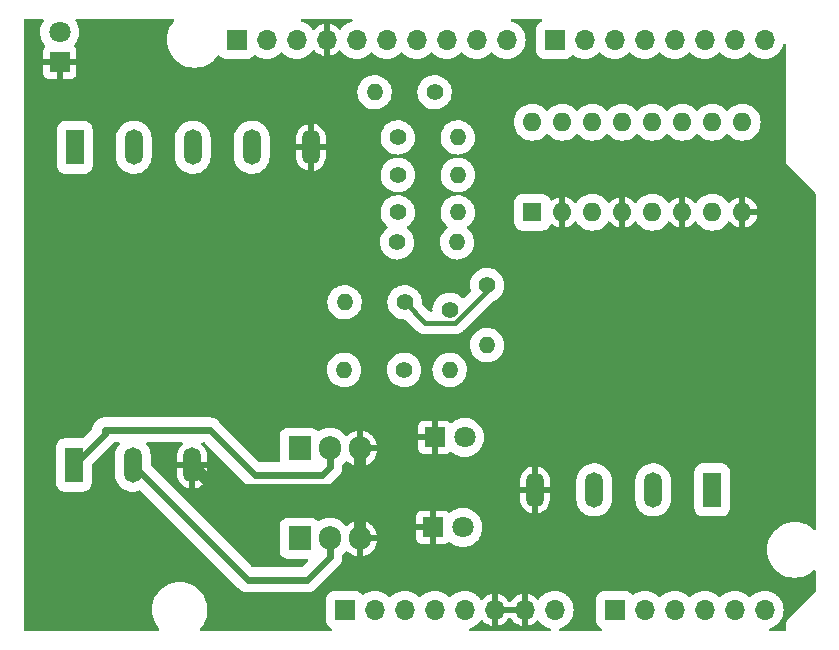
<source format=gbr>
%TF.GenerationSoftware,KiCad,Pcbnew,6.0.11-2627ca5db0~126~ubuntu20.04.1*%
%TF.CreationDate,2023-07-20T11:33:39+02:00*%
%TF.ProjectId,UNO_minimal,554e4f5f-6d69-46e6-996d-616c2e6b6963,rev?*%
%TF.SameCoordinates,Original*%
%TF.FileFunction,Copper,L2,Bot*%
%TF.FilePolarity,Positive*%
%FSLAX46Y46*%
G04 Gerber Fmt 4.6, Leading zero omitted, Abs format (unit mm)*
G04 Created by KiCad (PCBNEW 6.0.11-2627ca5db0~126~ubuntu20.04.1) date 2023-07-20 11:33:39*
%MOMM*%
%LPD*%
G01*
G04 APERTURE LIST*
%TA.AperFunction,ComponentPad*%
%ADD10R,1.700000X1.700000*%
%TD*%
%TA.AperFunction,ComponentPad*%
%ADD11O,1.700000X1.700000*%
%TD*%
%TA.AperFunction,ComponentPad*%
%ADD12C,1.400000*%
%TD*%
%TA.AperFunction,ComponentPad*%
%ADD13O,1.400000X1.400000*%
%TD*%
%TA.AperFunction,ComponentPad*%
%ADD14R,1.500000X3.000000*%
%TD*%
%TA.AperFunction,ComponentPad*%
%ADD15O,1.500000X3.000000*%
%TD*%
%TA.AperFunction,ComponentPad*%
%ADD16R,1.905000X2.000000*%
%TD*%
%TA.AperFunction,ComponentPad*%
%ADD17O,1.905000X2.000000*%
%TD*%
%TA.AperFunction,ComponentPad*%
%ADD18R,1.600000X1.600000*%
%TD*%
%TA.AperFunction,ComponentPad*%
%ADD19O,1.600000X1.600000*%
%TD*%
%TA.AperFunction,ComponentPad*%
%ADD20R,1.800000X1.800000*%
%TD*%
%TA.AperFunction,ComponentPad*%
%ADD21C,1.800000*%
%TD*%
%TA.AperFunction,Conductor*%
%ADD22C,0.400000*%
%TD*%
%TA.AperFunction,Conductor*%
%ADD23C,1.000000*%
%TD*%
%TA.AperFunction,Conductor*%
%ADD24C,0.600000*%
%TD*%
G04 APERTURE END LIST*
D10*
%TO.P,J1,1,Pin_1*%
%TO.N,unconnected-(J1-Pad1)*%
X127940000Y-97460000D03*
D11*
%TO.P,J1,2,Pin_2*%
%TO.N,/IOREF*%
X130480000Y-97460000D03*
%TO.P,J1,3,Pin_3*%
%TO.N,/~{RESET}*%
X133020000Y-97460000D03*
%TO.P,J1,4,Pin_4*%
%TO.N,+3V3*%
X135560000Y-97460000D03*
%TO.P,J1,5,Pin_5*%
%TO.N,+5V*%
X138100000Y-97460000D03*
%TO.P,J1,6,Pin_6*%
%TO.N,GND*%
X140640000Y-97460000D03*
%TO.P,J1,7,Pin_7*%
X143180000Y-97460000D03*
%TO.P,J1,8,Pin_8*%
%TO.N,VCC*%
X145720000Y-97460000D03*
%TD*%
D10*
%TO.P,J3,1,Pin_1*%
%TO.N,A0*%
X150800000Y-97460000D03*
D11*
%TO.P,J3,2,Pin_2*%
%TO.N,A1*%
X153340000Y-97460000D03*
%TO.P,J3,3,Pin_3*%
%TO.N,IN4*%
X155880000Y-97460000D03*
%TO.P,J3,4,Pin_4*%
%TO.N,IN3*%
X158420000Y-97460000D03*
%TO.P,J3,5,Pin_5*%
%TO.N,unconnected-(J3-Pad5)*%
X160960000Y-97460000D03*
%TO.P,J3,6,Pin_6*%
%TO.N,unconnected-(J3-Pad6)*%
X163500000Y-97460000D03*
%TD*%
D10*
%TO.P,J2,1,Pin_1*%
%TO.N,unconnected-(J2-Pad1)*%
X118796000Y-49200000D03*
D11*
%TO.P,J2,2,Pin_2*%
%TO.N,unconnected-(J2-Pad2)*%
X121336000Y-49200000D03*
%TO.P,J2,3,Pin_3*%
%TO.N,unconnected-(J2-Pad3)*%
X123876000Y-49200000D03*
%TO.P,J2,4,Pin_4*%
%TO.N,GND*%
X126416000Y-49200000D03*
%TO.P,J2,5,Pin_5*%
%TO.N,/13*%
X128956000Y-49200000D03*
%TO.P,J2,6,Pin_6*%
%TO.N,/12*%
X131496000Y-49200000D03*
%TO.P,J2,7,Pin_7*%
%TO.N,/\u002A11*%
X134036000Y-49200000D03*
%TO.P,J2,8,Pin_8*%
%TO.N,/\u002A10*%
X136576000Y-49200000D03*
%TO.P,J2,9,Pin_9*%
%TO.N,/\u002A9*%
X139116000Y-49200000D03*
%TO.P,J2,10,Pin_10*%
%TO.N,/8*%
X141656000Y-49200000D03*
%TD*%
D10*
%TO.P,J4,1,Pin_1*%
%TO.N,OUT_LED*%
X145720000Y-49200000D03*
D11*
%TO.P,J4,2,Pin_2*%
%TO.N,OUT1*%
X148260000Y-49200000D03*
%TO.P,J4,3,Pin_3*%
%TO.N,OUT2*%
X150800000Y-49200000D03*
%TO.P,J4,4,Pin_4*%
%TO.N,/4*%
X153340000Y-49200000D03*
%TO.P,J4,5,Pin_5*%
%TO.N,IN1*%
X155880000Y-49200000D03*
%TO.P,J4,6,Pin_6*%
%TO.N,IN2*%
X158420000Y-49200000D03*
%TO.P,J4,7,Pin_7*%
%TO.N,/TX{slash}1*%
X160960000Y-49200000D03*
%TO.P,J4,8,Pin_8*%
%TO.N,/RX{slash}0*%
X163500000Y-49200000D03*
%TD*%
D12*
%TO.P,R1,1*%
%TO.N,OUT_LED*%
X135550000Y-53645000D03*
D13*
%TO.P,R1,2*%
%TO.N,Net-(D1-Pad2)*%
X130470000Y-53645000D03*
%TD*%
D14*
%TO.P,J6,1,Pin_1*%
%TO.N,Net-(J6-Pad1)*%
X105090000Y-58295000D03*
D15*
%TO.P,J6,2,Pin_2*%
%TO.N,Net-(J6-Pad2)*%
X110090000Y-58295000D03*
%TO.P,J6,3,Pin_3*%
%TO.N,Net-(J6-Pad3)*%
X115090000Y-58295000D03*
%TO.P,J6,4,Pin_4*%
%TO.N,Net-(J6-Pad4)*%
X120090000Y-58295000D03*
%TO.P,J6,5,Pin_5*%
%TO.N,GND*%
X125090000Y-58295000D03*
%TD*%
D12*
%TO.P,R9,1*%
%TO.N,OUT2*%
X133010000Y-71425000D03*
D13*
%TO.P,R9,2*%
%TO.N,Net-(Q2-Pad1)*%
X127930000Y-71425000D03*
%TD*%
D12*
%TO.P,R6,1*%
%TO.N,OUT1*%
X136830000Y-72060000D03*
D13*
%TO.P,R6,2*%
%TO.N,Net-(D2-Pad2)*%
X136830000Y-77140000D03*
%TD*%
D12*
%TO.P,R2,1*%
%TO.N,Net-(J6-Pad1)*%
X132385000Y-66345000D03*
D13*
%TO.P,R2,2*%
%TO.N,Net-(R2-Pad2)*%
X137465000Y-66345000D03*
%TD*%
D14*
%TO.P,J7,1,Pin_1*%
%TO.N,Net-(J7-Pad1)*%
X105010000Y-85195000D03*
D15*
%TO.P,J7,2,Pin_2*%
%TO.N,Net-(J7-Pad2)*%
X110010000Y-85195000D03*
%TO.P,J7,3,Pin_3*%
%TO.N,GND*%
X115010000Y-85195000D03*
%TD*%
D12*
%TO.P,R5,1*%
%TO.N,Net-(J6-Pad4)*%
X132435000Y-57455000D03*
D13*
%TO.P,R5,2*%
%TO.N,Net-(R5-Pad2)*%
X137515000Y-57455000D03*
%TD*%
D12*
%TO.P,R8,1*%
%TO.N,OUT1*%
X132970000Y-77140000D03*
D13*
%TO.P,R8,2*%
%TO.N,Net-(Q1-Pad1)*%
X127890000Y-77140000D03*
%TD*%
D12*
%TO.P,R4,1*%
%TO.N,Net-(J6-Pad3)*%
X132435000Y-60630000D03*
D13*
%TO.P,R4,2*%
%TO.N,Net-(R4-Pad2)*%
X137515000Y-60630000D03*
%TD*%
D16*
%TO.P,Q1,1,B*%
%TO.N,Net-(Q1-Pad1)*%
X124130000Y-83800000D03*
D17*
%TO.P,Q1,2,C*%
%TO.N,Net-(J7-Pad1)*%
X126670000Y-83800000D03*
%TO.P,Q1,3,E*%
%TO.N,GND*%
X129210000Y-83800000D03*
%TD*%
D12*
%TO.P,R7,1*%
%TO.N,OUT2*%
X140005000Y-69970000D03*
D13*
%TO.P,R7,2*%
%TO.N,Net-(D3-Pad2)*%
X140005000Y-75050000D03*
%TD*%
D16*
%TO.P,Q2,1,B*%
%TO.N,Net-(Q2-Pad1)*%
X124130000Y-91420000D03*
D17*
%TO.P,Q2,2,C*%
%TO.N,Net-(J7-Pad2)*%
X126670000Y-91420000D03*
%TO.P,Q2,3,E*%
%TO.N,GND*%
X129210000Y-91420000D03*
%TD*%
D12*
%TO.P,R3,1*%
%TO.N,Net-(J6-Pad2)*%
X132435000Y-63805000D03*
D13*
%TO.P,R3,2*%
%TO.N,Net-(R3-Pad2)*%
X137515000Y-63805000D03*
%TD*%
D18*
%TO.P,U1,1*%
%TO.N,Net-(R2-Pad2)*%
X143830000Y-63795000D03*
D19*
%TO.P,U1,2*%
%TO.N,GND*%
X146370000Y-63795000D03*
%TO.P,U1,3*%
%TO.N,Net-(R3-Pad2)*%
X148910000Y-63795000D03*
%TO.P,U1,4*%
%TO.N,GND*%
X151450000Y-63795000D03*
%TO.P,U1,5*%
%TO.N,Net-(R4-Pad2)*%
X153990000Y-63795000D03*
%TO.P,U1,6*%
%TO.N,GND*%
X156530000Y-63795000D03*
%TO.P,U1,7*%
%TO.N,Net-(R5-Pad2)*%
X159070000Y-63795000D03*
%TO.P,U1,8*%
%TO.N,GND*%
X161610000Y-63795000D03*
%TO.P,U1,9*%
%TO.N,IN4*%
X161610000Y-56175000D03*
%TO.P,U1,10*%
%TO.N,+5V*%
X159070000Y-56175000D03*
%TO.P,U1,11*%
%TO.N,IN3*%
X156530000Y-56175000D03*
%TO.P,U1,12*%
%TO.N,+5V*%
X153990000Y-56175000D03*
%TO.P,U1,13*%
%TO.N,IN2*%
X151450000Y-56175000D03*
%TO.P,U1,14*%
%TO.N,+5V*%
X148910000Y-56175000D03*
%TO.P,U1,15*%
%TO.N,IN1*%
X146370000Y-56175000D03*
%TO.P,U1,16*%
%TO.N,+5V*%
X143830000Y-56175000D03*
%TD*%
D20*
%TO.P,D1,1,K*%
%TO.N,GND*%
X103810000Y-51105000D03*
D21*
%TO.P,D1,2,A*%
%TO.N,Net-(D1-Pad2)*%
X103810000Y-48565000D03*
%TD*%
D14*
%TO.P,J5,1,Pin_1*%
%TO.N,+5V*%
X159055000Y-87300000D03*
D15*
%TO.P,J5,2,Pin_2*%
%TO.N,A0*%
X154055000Y-87300000D03*
%TO.P,J5,3,Pin_3*%
%TO.N,A1*%
X149055000Y-87300000D03*
%TO.P,J5,4,Pin_4*%
%TO.N,GND*%
X144055000Y-87300000D03*
%TD*%
D20*
%TO.P,D3,1,K*%
%TO.N,GND*%
X135410000Y-90475000D03*
D21*
%TO.P,D3,2,A*%
%TO.N,Net-(D3-Pad2)*%
X137950000Y-90475000D03*
%TD*%
D20*
%TO.P,D2,1,K*%
%TO.N,GND*%
X135555000Y-82855000D03*
D21*
%TO.P,D2,2,A*%
%TO.N,Net-(D2-Pad2)*%
X138095000Y-82855000D03*
%TD*%
D22*
%TO.N,OUT2*%
X133010000Y-71425000D02*
X134745000Y-73160000D01*
X137285635Y-73160000D02*
X140005000Y-70440635D01*
X134745000Y-73160000D02*
X137285635Y-73160000D01*
X140005000Y-70440635D02*
X140005000Y-69970000D01*
D23*
%TO.N,GND*%
X117115000Y-87300000D02*
X129210000Y-87300000D01*
X115010000Y-85195000D02*
X117115000Y-87300000D01*
X129210000Y-87300000D02*
X129210000Y-83800000D01*
X129210000Y-91420000D02*
X129210000Y-87300000D01*
D24*
%TO.N,Net-(J7-Pad1)*%
X107620000Y-82220000D02*
X116510000Y-82220000D01*
X126670000Y-85400000D02*
X126670000Y-83800000D01*
X126040000Y-86030000D02*
X126670000Y-85400000D01*
X107620000Y-82585000D02*
X107620000Y-82220000D01*
X120320000Y-86030000D02*
X126040000Y-86030000D01*
X116510000Y-82220000D02*
X120320000Y-86030000D01*
X105010000Y-85195000D02*
X107620000Y-82585000D01*
%TO.N,Net-(J7-Pad2)*%
X126670000Y-93020000D02*
X126670000Y-91420000D01*
X110010000Y-85195000D02*
X119735000Y-94920000D01*
X119735000Y-94920000D02*
X124770000Y-94920000D01*
X124770000Y-94920000D02*
X126670000Y-93020000D01*
%TD*%
%TA.AperFunction,Conductor*%
%TO.N,GND*%
G36*
X102424857Y-47430502D02*
G01*
X102471350Y-47484158D01*
X102481454Y-47554432D01*
X102464169Y-47602335D01*
X102334846Y-47813372D01*
X102332953Y-47817942D01*
X102332951Y-47817946D01*
X102241961Y-48037615D01*
X102235427Y-48053390D01*
X102231790Y-48068540D01*
X102175934Y-48301193D01*
X102175933Y-48301199D01*
X102174779Y-48306006D01*
X102154396Y-48565000D01*
X102174779Y-48823994D01*
X102175933Y-48828801D01*
X102175934Y-48828807D01*
X102192223Y-48896655D01*
X102235427Y-49076610D01*
X102237320Y-49081181D01*
X102237321Y-49081183D01*
X102310116Y-49256924D01*
X102334846Y-49316628D01*
X102470588Y-49538140D01*
X102555319Y-49637347D01*
X102571515Y-49656310D01*
X102600546Y-49721100D01*
X102589941Y-49791300D01*
X102559316Y-49829051D01*
X102560628Y-49830363D01*
X102541712Y-49849279D01*
X102465214Y-49951351D01*
X102456676Y-49966946D01*
X102411522Y-50087394D01*
X102407895Y-50102649D01*
X102402369Y-50153514D01*
X102402000Y-50160328D01*
X102402000Y-50832885D01*
X102406475Y-50848124D01*
X102407865Y-50849329D01*
X102415548Y-50851000D01*
X105199884Y-50851000D01*
X105215123Y-50846525D01*
X105216328Y-50845135D01*
X105217999Y-50837452D01*
X105217999Y-50160331D01*
X105217629Y-50153510D01*
X105212105Y-50102648D01*
X105208479Y-50087396D01*
X105163324Y-49966946D01*
X105154786Y-49951351D01*
X105078288Y-49849279D01*
X105059372Y-49830363D01*
X105061045Y-49828690D01*
X105026212Y-49782099D01*
X105021193Y-49711280D01*
X105048485Y-49656310D01*
X105064681Y-49637347D01*
X105149412Y-49538140D01*
X105285154Y-49316628D01*
X105309885Y-49256924D01*
X105382679Y-49081183D01*
X105382680Y-49081181D01*
X105384573Y-49076610D01*
X105427777Y-48896655D01*
X105444066Y-48828807D01*
X105444067Y-48828801D01*
X105445221Y-48823994D01*
X105465604Y-48565000D01*
X105445221Y-48306006D01*
X105444067Y-48301199D01*
X105444066Y-48301193D01*
X105388210Y-48068540D01*
X105384573Y-48053390D01*
X105378039Y-48037615D01*
X105287049Y-47817946D01*
X105287047Y-47817942D01*
X105285154Y-47813372D01*
X105155831Y-47602335D01*
X105137293Y-47533801D01*
X105158750Y-47466124D01*
X105213389Y-47420791D01*
X105263264Y-47410500D01*
X113404931Y-47410500D01*
X113473052Y-47430502D01*
X113519545Y-47484158D01*
X113529649Y-47554432D01*
X113499663Y-47619578D01*
X113373940Y-47762936D01*
X113373936Y-47762942D01*
X113371222Y-47766036D01*
X113368933Y-47769462D01*
X113368929Y-47769467D01*
X113269224Y-47918687D01*
X113200040Y-48022228D01*
X113198216Y-48025927D01*
X113198213Y-48025932D01*
X113177358Y-48068222D01*
X113063762Y-48298573D01*
X113062436Y-48302478D01*
X113062436Y-48302479D01*
X112971649Y-48569930D01*
X112964720Y-48590341D01*
X112963917Y-48594380D01*
X112963915Y-48594386D01*
X112908272Y-48874125D01*
X112904609Y-48892540D01*
X112904340Y-48896651D01*
X112904339Y-48896655D01*
X112895850Y-49026172D01*
X112884457Y-49200000D01*
X112884727Y-49204119D01*
X112901234Y-49455961D01*
X112904609Y-49507460D01*
X112905413Y-49511500D01*
X112905413Y-49511503D01*
X112947105Y-49721100D01*
X112964720Y-49809659D01*
X112966045Y-49813563D01*
X112966046Y-49813566D01*
X113047720Y-50054168D01*
X113063762Y-50101427D01*
X113117826Y-50211057D01*
X113196469Y-50370529D01*
X113200040Y-50377771D01*
X113371222Y-50633964D01*
X113373936Y-50637058D01*
X113373940Y-50637064D01*
X113571671Y-50862531D01*
X113574380Y-50865620D01*
X113577469Y-50868329D01*
X113802936Y-51066060D01*
X113802942Y-51066064D01*
X113806036Y-51068778D01*
X114062229Y-51239960D01*
X114065928Y-51241784D01*
X114065933Y-51241787D01*
X114207962Y-51311828D01*
X114338573Y-51376238D01*
X114342478Y-51377564D01*
X114342479Y-51377564D01*
X114626434Y-51473954D01*
X114626437Y-51473955D01*
X114630341Y-51475280D01*
X114634380Y-51476083D01*
X114634386Y-51476085D01*
X114928497Y-51534587D01*
X114928500Y-51534587D01*
X114932540Y-51535391D01*
X114936651Y-51535660D01*
X114936655Y-51535661D01*
X115161010Y-51550366D01*
X115161019Y-51550366D01*
X115163059Y-51550500D01*
X115316941Y-51550500D01*
X115318981Y-51550366D01*
X115318990Y-51550366D01*
X115543345Y-51535661D01*
X115543349Y-51535660D01*
X115547460Y-51535391D01*
X115551500Y-51534587D01*
X115551503Y-51534587D01*
X115845614Y-51476085D01*
X115845620Y-51476083D01*
X115849659Y-51475280D01*
X115853563Y-51473955D01*
X115853566Y-51473954D01*
X116137521Y-51377564D01*
X116137522Y-51377564D01*
X116141427Y-51376238D01*
X116272038Y-51311828D01*
X116414067Y-51241787D01*
X116414072Y-51241784D01*
X116417771Y-51239960D01*
X116673964Y-51068778D01*
X116677058Y-51066064D01*
X116677064Y-51066060D01*
X116902531Y-50868329D01*
X116905620Y-50865620D01*
X116908329Y-50862531D01*
X117106060Y-50637064D01*
X117106064Y-50637058D01*
X117108778Y-50633964D01*
X117167552Y-50546002D01*
X117222027Y-50500476D01*
X117292470Y-50491627D01*
X117361334Y-50526832D01*
X117477689Y-50642984D01*
X117626666Y-50734814D01*
X117633614Y-50737119D01*
X117633615Y-50737119D01*
X117786241Y-50787744D01*
X117786243Y-50787745D01*
X117792772Y-50789910D01*
X117896134Y-50800500D01*
X119695866Y-50800500D01*
X119699112Y-50800163D01*
X119699116Y-50800163D01*
X119793661Y-50790353D01*
X119793665Y-50790352D01*
X119800519Y-50789641D01*
X119807055Y-50787460D01*
X119807057Y-50787460D01*
X119959581Y-50736574D01*
X119966529Y-50734256D01*
X120115345Y-50642166D01*
X120224961Y-50532359D01*
X120238984Y-50518311D01*
X120241360Y-50520683D01*
X120287081Y-50488189D01*
X120358000Y-50484875D01*
X120394018Y-50499864D01*
X120602911Y-50627875D01*
X120602921Y-50627880D01*
X120607141Y-50630466D01*
X120611711Y-50632359D01*
X120611715Y-50632361D01*
X120835316Y-50724979D01*
X120839889Y-50726873D01*
X120924289Y-50747135D01*
X121080039Y-50784528D01*
X121080045Y-50784529D01*
X121084852Y-50785683D01*
X121336000Y-50805449D01*
X121587148Y-50785683D01*
X121591955Y-50784529D01*
X121591961Y-50784528D01*
X121747711Y-50747135D01*
X121832111Y-50726873D01*
X121836684Y-50724979D01*
X122060285Y-50632361D01*
X122060289Y-50632359D01*
X122064859Y-50630466D01*
X122279659Y-50498836D01*
X122283419Y-50495624D01*
X122283424Y-50495621D01*
X122467457Y-50338442D01*
X122467462Y-50338437D01*
X122471224Y-50335224D01*
X122510189Y-50289602D01*
X122569640Y-50250793D01*
X122640634Y-50250287D01*
X122701811Y-50289602D01*
X122740776Y-50335224D01*
X122744538Y-50338437D01*
X122744543Y-50338442D01*
X122928576Y-50495621D01*
X122928581Y-50495624D01*
X122932341Y-50498836D01*
X123147141Y-50630466D01*
X123151711Y-50632359D01*
X123151715Y-50632361D01*
X123375316Y-50724979D01*
X123379889Y-50726873D01*
X123464289Y-50747135D01*
X123620039Y-50784528D01*
X123620045Y-50784529D01*
X123624852Y-50785683D01*
X123876000Y-50805449D01*
X124127148Y-50785683D01*
X124131955Y-50784529D01*
X124131961Y-50784528D01*
X124287711Y-50747135D01*
X124372111Y-50726873D01*
X124376684Y-50724979D01*
X124600285Y-50632361D01*
X124600289Y-50632359D01*
X124604859Y-50630466D01*
X124819659Y-50498836D01*
X124823419Y-50495624D01*
X124823424Y-50495621D01*
X125007462Y-50338437D01*
X125011224Y-50335224D01*
X125083767Y-50250287D01*
X125171621Y-50147424D01*
X125171624Y-50147419D01*
X125174836Y-50143659D01*
X125193375Y-50113406D01*
X125246023Y-50065775D01*
X125316064Y-50054168D01*
X125381262Y-50082271D01*
X125396046Y-50096744D01*
X125459219Y-50169674D01*
X125466580Y-50176883D01*
X125630434Y-50312916D01*
X125638881Y-50318831D01*
X125822756Y-50426279D01*
X125832042Y-50430729D01*
X126031001Y-50506703D01*
X126040899Y-50509579D01*
X126144250Y-50530606D01*
X126158299Y-50529410D01*
X126162000Y-50519065D01*
X126162000Y-47883102D01*
X126158082Y-47869758D01*
X126143806Y-47867771D01*
X126105324Y-47873660D01*
X126095288Y-47876051D01*
X125892868Y-47942212D01*
X125883359Y-47946209D01*
X125694463Y-48044542D01*
X125685738Y-48050036D01*
X125515433Y-48177905D01*
X125507726Y-48184748D01*
X125391208Y-48306677D01*
X125329684Y-48342107D01*
X125258771Y-48338650D01*
X125200985Y-48297404D01*
X125192682Y-48285461D01*
X125177427Y-48260567D01*
X125177419Y-48260556D01*
X125174836Y-48256341D01*
X125171625Y-48252581D01*
X125171621Y-48252576D01*
X125014437Y-48068538D01*
X125011224Y-48064776D01*
X124872400Y-47946209D01*
X124823424Y-47904379D01*
X124823419Y-47904376D01*
X124819659Y-47901164D01*
X124604859Y-47769534D01*
X124600289Y-47767641D01*
X124600285Y-47767639D01*
X124376684Y-47675021D01*
X124376682Y-47675020D01*
X124372111Y-47673127D01*
X124313347Y-47659019D01*
X124251778Y-47623667D01*
X124219095Y-47560640D01*
X124225676Y-47489949D01*
X124269430Y-47434038D01*
X124342761Y-47410500D01*
X128489239Y-47410500D01*
X128557360Y-47430502D01*
X128603853Y-47484158D01*
X128613957Y-47554432D01*
X128584463Y-47619012D01*
X128518653Y-47659019D01*
X128459889Y-47673127D01*
X128455318Y-47675020D01*
X128455316Y-47675021D01*
X128231715Y-47767639D01*
X128231711Y-47767641D01*
X128227141Y-47769534D01*
X128012341Y-47901164D01*
X128008581Y-47904376D01*
X128008576Y-47904379D01*
X127959600Y-47946209D01*
X127820776Y-48064776D01*
X127817563Y-48068538D01*
X127660379Y-48252576D01*
X127660376Y-48252581D01*
X127657164Y-48256341D01*
X127654580Y-48260558D01*
X127638734Y-48286416D01*
X127586086Y-48334047D01*
X127516045Y-48345654D01*
X127450847Y-48317551D01*
X127438108Y-48305381D01*
X127348806Y-48207240D01*
X127341273Y-48200215D01*
X127174139Y-48068222D01*
X127165552Y-48062517D01*
X126979117Y-47959599D01*
X126969705Y-47955369D01*
X126768959Y-47884280D01*
X126758988Y-47881646D01*
X126687837Y-47868972D01*
X126674540Y-47870432D01*
X126670000Y-47884989D01*
X126670000Y-50518517D01*
X126674064Y-50532359D01*
X126687478Y-50534393D01*
X126694184Y-50533534D01*
X126704262Y-50531392D01*
X126908255Y-50470191D01*
X126917842Y-50466433D01*
X127109095Y-50372739D01*
X127117945Y-50367464D01*
X127291328Y-50243792D01*
X127299200Y-50237139D01*
X127443999Y-50092843D01*
X127506370Y-50058926D01*
X127577177Y-50064114D01*
X127633938Y-50106760D01*
X127640371Y-50116256D01*
X127654580Y-50139442D01*
X127657164Y-50143659D01*
X127660375Y-50147419D01*
X127660379Y-50147424D01*
X127748233Y-50250287D01*
X127820776Y-50335224D01*
X127824538Y-50338437D01*
X128008576Y-50495621D01*
X128008581Y-50495624D01*
X128012341Y-50498836D01*
X128227141Y-50630466D01*
X128231711Y-50632359D01*
X128231715Y-50632361D01*
X128455316Y-50724979D01*
X128459889Y-50726873D01*
X128544289Y-50747135D01*
X128700039Y-50784528D01*
X128700045Y-50784529D01*
X128704852Y-50785683D01*
X128956000Y-50805449D01*
X129207148Y-50785683D01*
X129211955Y-50784529D01*
X129211961Y-50784528D01*
X129367711Y-50747135D01*
X129452111Y-50726873D01*
X129456684Y-50724979D01*
X129680285Y-50632361D01*
X129680289Y-50632359D01*
X129684859Y-50630466D01*
X129899659Y-50498836D01*
X129903419Y-50495624D01*
X129903424Y-50495621D01*
X130087457Y-50338442D01*
X130087462Y-50338437D01*
X130091224Y-50335224D01*
X130130189Y-50289602D01*
X130189640Y-50250793D01*
X130260634Y-50250287D01*
X130321811Y-50289602D01*
X130360776Y-50335224D01*
X130364538Y-50338437D01*
X130364543Y-50338442D01*
X130548576Y-50495621D01*
X130548581Y-50495624D01*
X130552341Y-50498836D01*
X130767141Y-50630466D01*
X130771711Y-50632359D01*
X130771715Y-50632361D01*
X130995316Y-50724979D01*
X130999889Y-50726873D01*
X131084289Y-50747135D01*
X131240039Y-50784528D01*
X131240045Y-50784529D01*
X131244852Y-50785683D01*
X131496000Y-50805449D01*
X131747148Y-50785683D01*
X131751955Y-50784529D01*
X131751961Y-50784528D01*
X131907711Y-50747135D01*
X131992111Y-50726873D01*
X131996684Y-50724979D01*
X132220285Y-50632361D01*
X132220289Y-50632359D01*
X132224859Y-50630466D01*
X132439659Y-50498836D01*
X132443419Y-50495624D01*
X132443424Y-50495621D01*
X132627457Y-50338442D01*
X132627462Y-50338437D01*
X132631224Y-50335224D01*
X132670189Y-50289602D01*
X132729640Y-50250793D01*
X132800634Y-50250287D01*
X132861811Y-50289602D01*
X132900776Y-50335224D01*
X132904538Y-50338437D01*
X132904543Y-50338442D01*
X133088576Y-50495621D01*
X133088581Y-50495624D01*
X133092341Y-50498836D01*
X133307141Y-50630466D01*
X133311711Y-50632359D01*
X133311715Y-50632361D01*
X133535316Y-50724979D01*
X133539889Y-50726873D01*
X133624289Y-50747135D01*
X133780039Y-50784528D01*
X133780045Y-50784529D01*
X133784852Y-50785683D01*
X134036000Y-50805449D01*
X134287148Y-50785683D01*
X134291955Y-50784529D01*
X134291961Y-50784528D01*
X134447711Y-50747135D01*
X134532111Y-50726873D01*
X134536684Y-50724979D01*
X134760285Y-50632361D01*
X134760289Y-50632359D01*
X134764859Y-50630466D01*
X134979659Y-50498836D01*
X134983419Y-50495624D01*
X134983424Y-50495621D01*
X135167457Y-50338442D01*
X135167462Y-50338437D01*
X135171224Y-50335224D01*
X135210189Y-50289602D01*
X135269640Y-50250793D01*
X135340634Y-50250287D01*
X135401811Y-50289602D01*
X135440776Y-50335224D01*
X135444538Y-50338437D01*
X135444543Y-50338442D01*
X135628576Y-50495621D01*
X135628581Y-50495624D01*
X135632341Y-50498836D01*
X135847141Y-50630466D01*
X135851711Y-50632359D01*
X135851715Y-50632361D01*
X136075316Y-50724979D01*
X136079889Y-50726873D01*
X136164289Y-50747135D01*
X136320039Y-50784528D01*
X136320045Y-50784529D01*
X136324852Y-50785683D01*
X136576000Y-50805449D01*
X136827148Y-50785683D01*
X136831955Y-50784529D01*
X136831961Y-50784528D01*
X136987711Y-50747135D01*
X137072111Y-50726873D01*
X137076684Y-50724979D01*
X137300285Y-50632361D01*
X137300289Y-50632359D01*
X137304859Y-50630466D01*
X137519659Y-50498836D01*
X137523419Y-50495624D01*
X137523424Y-50495621D01*
X137707457Y-50338442D01*
X137707462Y-50338437D01*
X137711224Y-50335224D01*
X137750189Y-50289602D01*
X137809640Y-50250793D01*
X137880634Y-50250287D01*
X137941811Y-50289602D01*
X137980776Y-50335224D01*
X137984538Y-50338437D01*
X137984543Y-50338442D01*
X138168576Y-50495621D01*
X138168581Y-50495624D01*
X138172341Y-50498836D01*
X138387141Y-50630466D01*
X138391711Y-50632359D01*
X138391715Y-50632361D01*
X138615316Y-50724979D01*
X138619889Y-50726873D01*
X138704289Y-50747135D01*
X138860039Y-50784528D01*
X138860045Y-50784529D01*
X138864852Y-50785683D01*
X139116000Y-50805449D01*
X139367148Y-50785683D01*
X139371955Y-50784529D01*
X139371961Y-50784528D01*
X139527711Y-50747135D01*
X139612111Y-50726873D01*
X139616684Y-50724979D01*
X139840285Y-50632361D01*
X139840289Y-50632359D01*
X139844859Y-50630466D01*
X140059659Y-50498836D01*
X140063419Y-50495624D01*
X140063424Y-50495621D01*
X140247457Y-50338442D01*
X140247462Y-50338437D01*
X140251224Y-50335224D01*
X140290189Y-50289602D01*
X140349640Y-50250793D01*
X140420634Y-50250287D01*
X140481811Y-50289602D01*
X140520776Y-50335224D01*
X140524538Y-50338437D01*
X140524543Y-50338442D01*
X140708576Y-50495621D01*
X140708581Y-50495624D01*
X140712341Y-50498836D01*
X140927141Y-50630466D01*
X140931711Y-50632359D01*
X140931715Y-50632361D01*
X141155316Y-50724979D01*
X141159889Y-50726873D01*
X141244289Y-50747135D01*
X141400039Y-50784528D01*
X141400045Y-50784529D01*
X141404852Y-50785683D01*
X141656000Y-50805449D01*
X141907148Y-50785683D01*
X141911955Y-50784529D01*
X141911961Y-50784528D01*
X142067711Y-50747135D01*
X142152111Y-50726873D01*
X142156684Y-50724979D01*
X142380285Y-50632361D01*
X142380289Y-50632359D01*
X142384859Y-50630466D01*
X142599659Y-50498836D01*
X142603419Y-50495624D01*
X142603424Y-50495621D01*
X142787462Y-50338437D01*
X142791224Y-50335224D01*
X142863767Y-50250287D01*
X142951621Y-50147424D01*
X142951624Y-50147419D01*
X142954836Y-50143659D01*
X143086466Y-49928859D01*
X143096593Y-49904412D01*
X143180979Y-49700684D01*
X143180980Y-49700682D01*
X143182873Y-49696111D01*
X143241683Y-49451148D01*
X143261449Y-49200000D01*
X143241683Y-48948852D01*
X143220753Y-48861669D01*
X143184028Y-48708701D01*
X143182873Y-48703889D01*
X143125344Y-48565000D01*
X143088361Y-48475715D01*
X143088359Y-48475711D01*
X143086466Y-48471141D01*
X142954836Y-48256341D01*
X142951624Y-48252581D01*
X142951621Y-48252576D01*
X142794437Y-48068538D01*
X142791224Y-48064776D01*
X142652400Y-47946209D01*
X142603424Y-47904379D01*
X142603419Y-47904376D01*
X142599659Y-47901164D01*
X142384859Y-47769534D01*
X142380289Y-47767641D01*
X142380285Y-47767639D01*
X142156684Y-47675021D01*
X142156682Y-47675020D01*
X142152111Y-47673127D01*
X142093347Y-47659019D01*
X142031778Y-47623667D01*
X141999095Y-47560640D01*
X142005676Y-47489949D01*
X142049430Y-47434038D01*
X142122761Y-47410500D01*
X144538730Y-47410500D01*
X144606851Y-47430502D01*
X144653344Y-47484158D01*
X144663448Y-47554432D01*
X144633954Y-47619012D01*
X144578605Y-47656024D01*
X144556421Y-47663425D01*
X144556419Y-47663426D01*
X144549471Y-47665744D01*
X144400655Y-47757834D01*
X144277016Y-47881689D01*
X144273176Y-47887919D01*
X144273175Y-47887920D01*
X144264372Y-47902201D01*
X144185186Y-48030666D01*
X144182881Y-48037614D01*
X144182881Y-48037615D01*
X144158740Y-48110398D01*
X144130090Y-48196772D01*
X144119500Y-48300134D01*
X144119500Y-50099866D01*
X144119837Y-50103112D01*
X144119837Y-50103116D01*
X144125774Y-50160328D01*
X144130359Y-50204519D01*
X144185744Y-50370529D01*
X144277834Y-50519345D01*
X144401689Y-50642984D01*
X144550666Y-50734814D01*
X144557614Y-50737119D01*
X144557615Y-50737119D01*
X144710241Y-50787744D01*
X144710243Y-50787745D01*
X144716772Y-50789910D01*
X144820134Y-50800500D01*
X146619866Y-50800500D01*
X146623112Y-50800163D01*
X146623116Y-50800163D01*
X146717661Y-50790353D01*
X146717665Y-50790352D01*
X146724519Y-50789641D01*
X146731055Y-50787460D01*
X146731057Y-50787460D01*
X146883581Y-50736574D01*
X146890529Y-50734256D01*
X147039345Y-50642166D01*
X147148961Y-50532359D01*
X147162984Y-50518311D01*
X147165360Y-50520683D01*
X147211081Y-50488189D01*
X147282000Y-50484875D01*
X147318018Y-50499864D01*
X147526911Y-50627875D01*
X147526921Y-50627880D01*
X147531141Y-50630466D01*
X147535711Y-50632359D01*
X147535715Y-50632361D01*
X147759316Y-50724979D01*
X147763889Y-50726873D01*
X147848289Y-50747135D01*
X148004039Y-50784528D01*
X148004045Y-50784529D01*
X148008852Y-50785683D01*
X148260000Y-50805449D01*
X148511148Y-50785683D01*
X148515955Y-50784529D01*
X148515961Y-50784528D01*
X148671711Y-50747135D01*
X148756111Y-50726873D01*
X148760684Y-50724979D01*
X148984285Y-50632361D01*
X148984289Y-50632359D01*
X148988859Y-50630466D01*
X149203659Y-50498836D01*
X149207419Y-50495624D01*
X149207424Y-50495621D01*
X149391457Y-50338442D01*
X149391462Y-50338437D01*
X149395224Y-50335224D01*
X149434189Y-50289602D01*
X149493640Y-50250793D01*
X149564634Y-50250287D01*
X149625811Y-50289602D01*
X149664776Y-50335224D01*
X149668538Y-50338437D01*
X149668543Y-50338442D01*
X149852576Y-50495621D01*
X149852581Y-50495624D01*
X149856341Y-50498836D01*
X150071141Y-50630466D01*
X150075711Y-50632359D01*
X150075715Y-50632361D01*
X150299316Y-50724979D01*
X150303889Y-50726873D01*
X150388289Y-50747135D01*
X150544039Y-50784528D01*
X150544045Y-50784529D01*
X150548852Y-50785683D01*
X150800000Y-50805449D01*
X151051148Y-50785683D01*
X151055955Y-50784529D01*
X151055961Y-50784528D01*
X151211711Y-50747135D01*
X151296111Y-50726873D01*
X151300684Y-50724979D01*
X151524285Y-50632361D01*
X151524289Y-50632359D01*
X151528859Y-50630466D01*
X151743659Y-50498836D01*
X151747419Y-50495624D01*
X151747424Y-50495621D01*
X151931457Y-50338442D01*
X151931462Y-50338437D01*
X151935224Y-50335224D01*
X151974189Y-50289602D01*
X152033640Y-50250793D01*
X152104634Y-50250287D01*
X152165811Y-50289602D01*
X152204776Y-50335224D01*
X152208538Y-50338437D01*
X152208543Y-50338442D01*
X152392576Y-50495621D01*
X152392581Y-50495624D01*
X152396341Y-50498836D01*
X152611141Y-50630466D01*
X152615711Y-50632359D01*
X152615715Y-50632361D01*
X152839316Y-50724979D01*
X152843889Y-50726873D01*
X152928289Y-50747135D01*
X153084039Y-50784528D01*
X153084045Y-50784529D01*
X153088852Y-50785683D01*
X153340000Y-50805449D01*
X153591148Y-50785683D01*
X153595955Y-50784529D01*
X153595961Y-50784528D01*
X153751711Y-50747135D01*
X153836111Y-50726873D01*
X153840684Y-50724979D01*
X154064285Y-50632361D01*
X154064289Y-50632359D01*
X154068859Y-50630466D01*
X154283659Y-50498836D01*
X154287419Y-50495624D01*
X154287424Y-50495621D01*
X154471457Y-50338442D01*
X154471462Y-50338437D01*
X154475224Y-50335224D01*
X154514189Y-50289602D01*
X154573640Y-50250793D01*
X154644634Y-50250287D01*
X154705811Y-50289602D01*
X154744776Y-50335224D01*
X154748538Y-50338437D01*
X154748543Y-50338442D01*
X154932576Y-50495621D01*
X154932581Y-50495624D01*
X154936341Y-50498836D01*
X155151141Y-50630466D01*
X155155711Y-50632359D01*
X155155715Y-50632361D01*
X155379316Y-50724979D01*
X155383889Y-50726873D01*
X155468289Y-50747135D01*
X155624039Y-50784528D01*
X155624045Y-50784529D01*
X155628852Y-50785683D01*
X155880000Y-50805449D01*
X156131148Y-50785683D01*
X156135955Y-50784529D01*
X156135961Y-50784528D01*
X156291711Y-50747135D01*
X156376111Y-50726873D01*
X156380684Y-50724979D01*
X156604285Y-50632361D01*
X156604289Y-50632359D01*
X156608859Y-50630466D01*
X156823659Y-50498836D01*
X156827419Y-50495624D01*
X156827424Y-50495621D01*
X157011457Y-50338442D01*
X157011462Y-50338437D01*
X157015224Y-50335224D01*
X157054189Y-50289602D01*
X157113640Y-50250793D01*
X157184634Y-50250287D01*
X157245811Y-50289602D01*
X157284776Y-50335224D01*
X157288538Y-50338437D01*
X157288543Y-50338442D01*
X157472576Y-50495621D01*
X157472581Y-50495624D01*
X157476341Y-50498836D01*
X157691141Y-50630466D01*
X157695711Y-50632359D01*
X157695715Y-50632361D01*
X157919316Y-50724979D01*
X157923889Y-50726873D01*
X158008289Y-50747135D01*
X158164039Y-50784528D01*
X158164045Y-50784529D01*
X158168852Y-50785683D01*
X158420000Y-50805449D01*
X158671148Y-50785683D01*
X158675955Y-50784529D01*
X158675961Y-50784528D01*
X158831711Y-50747135D01*
X158916111Y-50726873D01*
X158920684Y-50724979D01*
X159144285Y-50632361D01*
X159144289Y-50632359D01*
X159148859Y-50630466D01*
X159363659Y-50498836D01*
X159367419Y-50495624D01*
X159367424Y-50495621D01*
X159551457Y-50338442D01*
X159551462Y-50338437D01*
X159555224Y-50335224D01*
X159594189Y-50289602D01*
X159653640Y-50250793D01*
X159724634Y-50250287D01*
X159785811Y-50289602D01*
X159824776Y-50335224D01*
X159828538Y-50338437D01*
X159828543Y-50338442D01*
X160012576Y-50495621D01*
X160012581Y-50495624D01*
X160016341Y-50498836D01*
X160231141Y-50630466D01*
X160235711Y-50632359D01*
X160235715Y-50632361D01*
X160459316Y-50724979D01*
X160463889Y-50726873D01*
X160548289Y-50747135D01*
X160704039Y-50784528D01*
X160704045Y-50784529D01*
X160708852Y-50785683D01*
X160960000Y-50805449D01*
X161211148Y-50785683D01*
X161215955Y-50784529D01*
X161215961Y-50784528D01*
X161371711Y-50747135D01*
X161456111Y-50726873D01*
X161460684Y-50724979D01*
X161684285Y-50632361D01*
X161684289Y-50632359D01*
X161688859Y-50630466D01*
X161903659Y-50498836D01*
X161907419Y-50495624D01*
X161907424Y-50495621D01*
X162091457Y-50338442D01*
X162091462Y-50338437D01*
X162095224Y-50335224D01*
X162134189Y-50289602D01*
X162193640Y-50250793D01*
X162264634Y-50250287D01*
X162325811Y-50289602D01*
X162364776Y-50335224D01*
X162368538Y-50338437D01*
X162368543Y-50338442D01*
X162552576Y-50495621D01*
X162552581Y-50495624D01*
X162556341Y-50498836D01*
X162771141Y-50630466D01*
X162775711Y-50632359D01*
X162775715Y-50632361D01*
X162999316Y-50724979D01*
X163003889Y-50726873D01*
X163088289Y-50747135D01*
X163244039Y-50784528D01*
X163244045Y-50784529D01*
X163248852Y-50785683D01*
X163500000Y-50805449D01*
X163751148Y-50785683D01*
X163755955Y-50784529D01*
X163755961Y-50784528D01*
X163911711Y-50747135D01*
X163996111Y-50726873D01*
X164000684Y-50724979D01*
X164224285Y-50632361D01*
X164224289Y-50632359D01*
X164228859Y-50630466D01*
X164443659Y-50498836D01*
X164447419Y-50495624D01*
X164447424Y-50495621D01*
X164631462Y-50338437D01*
X164635224Y-50335224D01*
X164707767Y-50250287D01*
X164795621Y-50147424D01*
X164795624Y-50147419D01*
X164798836Y-50143659D01*
X164930466Y-49928859D01*
X164940593Y-49904412D01*
X165024979Y-49700684D01*
X165024980Y-49700682D01*
X165026873Y-49696111D01*
X165040981Y-49637347D01*
X165076333Y-49575778D01*
X165139360Y-49543095D01*
X165210051Y-49549676D01*
X165265962Y-49593430D01*
X165289500Y-49666761D01*
X165289500Y-59293546D01*
X165288067Y-59312496D01*
X165284852Y-59333630D01*
X165285445Y-59340922D01*
X165285445Y-59340925D01*
X165289085Y-59385675D01*
X165289500Y-59395889D01*
X165289500Y-59403822D01*
X165289925Y-59407466D01*
X165292754Y-59431736D01*
X165293187Y-59436111D01*
X165299039Y-59508059D01*
X165301294Y-59515021D01*
X165302452Y-59520816D01*
X165303809Y-59526558D01*
X165304657Y-59533828D01*
X165329306Y-59601736D01*
X165330723Y-59605864D01*
X165352973Y-59674546D01*
X165356768Y-59680800D01*
X165359231Y-59686179D01*
X165361873Y-59691455D01*
X165364369Y-59698331D01*
X165403948Y-59758699D01*
X165406295Y-59762419D01*
X165440848Y-59819361D01*
X165440853Y-59819368D01*
X165443761Y-59824160D01*
X165447473Y-59828362D01*
X165447474Y-59828364D01*
X165451085Y-59832452D01*
X165451060Y-59832474D01*
X165453806Y-59835569D01*
X165456309Y-59838563D01*
X165460323Y-59844685D01*
X165465636Y-59849718D01*
X165515952Y-59897383D01*
X165518394Y-59899761D01*
X167792595Y-62173962D01*
X167826621Y-62236274D01*
X167829500Y-62263057D01*
X167829500Y-90544931D01*
X167809498Y-90613052D01*
X167755842Y-90659545D01*
X167685568Y-90669649D01*
X167620422Y-90639663D01*
X167477064Y-90513940D01*
X167477058Y-90513936D01*
X167473964Y-90511222D01*
X167217771Y-90340040D01*
X167214072Y-90338216D01*
X167214067Y-90338213D01*
X166976260Y-90220940D01*
X166941427Y-90203762D01*
X166937521Y-90202436D01*
X166653566Y-90106046D01*
X166653563Y-90106045D01*
X166649659Y-90104720D01*
X166645620Y-90103917D01*
X166645614Y-90103915D01*
X166351503Y-90045413D01*
X166351500Y-90045413D01*
X166347460Y-90044609D01*
X166343349Y-90044340D01*
X166343345Y-90044339D01*
X166118990Y-90029634D01*
X166118981Y-90029634D01*
X166116941Y-90029500D01*
X165963059Y-90029500D01*
X165961019Y-90029634D01*
X165961010Y-90029634D01*
X165736655Y-90044339D01*
X165736651Y-90044340D01*
X165732540Y-90044609D01*
X165728500Y-90045413D01*
X165728497Y-90045413D01*
X165434386Y-90103915D01*
X165434380Y-90103917D01*
X165430341Y-90104720D01*
X165426437Y-90106045D01*
X165426434Y-90106046D01*
X165142479Y-90202436D01*
X165138573Y-90203762D01*
X165103740Y-90220940D01*
X164865933Y-90338213D01*
X164865928Y-90338216D01*
X164862229Y-90340040D01*
X164606036Y-90511222D01*
X164602942Y-90513936D01*
X164602936Y-90513940D01*
X164418559Y-90675636D01*
X164374380Y-90714380D01*
X164371671Y-90717469D01*
X164173940Y-90942936D01*
X164173936Y-90942942D01*
X164171222Y-90946036D01*
X164168933Y-90949462D01*
X164168929Y-90949467D01*
X164058895Y-91114145D01*
X164000040Y-91202228D01*
X163863762Y-91478573D01*
X163862436Y-91482478D01*
X163862436Y-91482479D01*
X163791581Y-91691212D01*
X163764720Y-91770341D01*
X163763917Y-91774380D01*
X163763915Y-91774386D01*
X163705413Y-92068497D01*
X163704609Y-92072540D01*
X163704340Y-92076651D01*
X163704339Y-92076655D01*
X163700803Y-92130604D01*
X163684457Y-92380000D01*
X163684727Y-92384119D01*
X163693798Y-92522509D01*
X163704609Y-92687460D01*
X163705413Y-92691500D01*
X163705413Y-92691503D01*
X163743528Y-92883117D01*
X163764720Y-92989659D01*
X163766045Y-92993563D01*
X163766046Y-92993566D01*
X163849306Y-93238842D01*
X163863762Y-93281427D01*
X164000040Y-93557771D01*
X164171222Y-93813964D01*
X164173936Y-93817058D01*
X164173940Y-93817064D01*
X164217401Y-93866621D01*
X164374380Y-94045620D01*
X164377469Y-94048329D01*
X164602936Y-94246060D01*
X164602942Y-94246064D01*
X164606036Y-94248778D01*
X164862229Y-94419960D01*
X164865928Y-94421784D01*
X164865933Y-94421787D01*
X165007962Y-94491828D01*
X165138573Y-94556238D01*
X165142478Y-94557564D01*
X165142479Y-94557564D01*
X165426434Y-94653954D01*
X165426437Y-94653955D01*
X165430341Y-94655280D01*
X165434380Y-94656083D01*
X165434386Y-94656085D01*
X165728497Y-94714587D01*
X165728500Y-94714587D01*
X165732540Y-94715391D01*
X165736651Y-94715660D01*
X165736655Y-94715661D01*
X165961010Y-94730366D01*
X165961019Y-94730366D01*
X165963059Y-94730500D01*
X166116941Y-94730500D01*
X166118981Y-94730366D01*
X166118990Y-94730366D01*
X166343345Y-94715661D01*
X166343349Y-94715660D01*
X166347460Y-94715391D01*
X166351500Y-94714587D01*
X166351503Y-94714587D01*
X166645614Y-94656085D01*
X166645620Y-94656083D01*
X166649659Y-94655280D01*
X166653563Y-94653955D01*
X166653566Y-94653954D01*
X166937521Y-94557564D01*
X166937522Y-94557564D01*
X166941427Y-94556238D01*
X167072038Y-94491828D01*
X167214067Y-94421787D01*
X167214072Y-94421784D01*
X167217771Y-94419960D01*
X167473964Y-94248778D01*
X167477058Y-94246064D01*
X167477064Y-94246060D01*
X167620422Y-94120337D01*
X167684826Y-94090460D01*
X167755159Y-94100146D01*
X167809091Y-94146318D01*
X167829500Y-94215069D01*
X167829500Y-95826943D01*
X167809498Y-95895064D01*
X167792595Y-95916038D01*
X165556311Y-98152322D01*
X165541898Y-98164709D01*
X165530575Y-98173041D01*
X165530571Y-98173045D01*
X165524676Y-98177383D01*
X165490849Y-98217200D01*
X165483929Y-98224704D01*
X165478330Y-98230303D01*
X165460886Y-98252351D01*
X165458117Y-98255727D01*
X165416108Y-98305175D01*
X165416106Y-98305178D01*
X165411368Y-98310755D01*
X165408040Y-98317274D01*
X165404765Y-98322184D01*
X165401664Y-98327204D01*
X165397119Y-98332949D01*
X165394017Y-98339587D01*
X165394016Y-98339588D01*
X165366556Y-98398343D01*
X165364628Y-98402289D01*
X165331781Y-98466616D01*
X165330042Y-98473725D01*
X165327983Y-98479260D01*
X165326117Y-98484868D01*
X165323021Y-98491493D01*
X165321532Y-98498653D01*
X165321531Y-98498655D01*
X165308315Y-98562193D01*
X165307344Y-98566482D01*
X165290185Y-98636606D01*
X165289500Y-98647648D01*
X165289468Y-98647646D01*
X165289221Y-98651776D01*
X165288875Y-98655656D01*
X165287382Y-98662831D01*
X165287580Y-98670152D01*
X165287580Y-98670153D01*
X165289454Y-98739400D01*
X165289500Y-98742808D01*
X165289500Y-99123500D01*
X165269498Y-99191621D01*
X165215842Y-99238114D01*
X165163500Y-99249500D01*
X163966761Y-99249500D01*
X163898640Y-99229498D01*
X163852147Y-99175842D01*
X163842043Y-99105568D01*
X163871537Y-99040988D01*
X163937347Y-99000981D01*
X163979037Y-98990972D01*
X163996111Y-98986873D01*
X164000684Y-98984979D01*
X164224285Y-98892361D01*
X164224289Y-98892359D01*
X164228859Y-98890466D01*
X164443659Y-98758836D01*
X164447419Y-98755624D01*
X164447424Y-98755621D01*
X164631462Y-98598437D01*
X164635224Y-98595224D01*
X164707767Y-98510287D01*
X164795621Y-98407424D01*
X164795624Y-98407419D01*
X164798836Y-98403659D01*
X164930466Y-98188859D01*
X164935220Y-98177383D01*
X165024979Y-97960684D01*
X165024980Y-97960682D01*
X165026873Y-97956111D01*
X165073152Y-97763345D01*
X165084528Y-97715961D01*
X165084529Y-97715955D01*
X165085683Y-97711148D01*
X165105449Y-97460000D01*
X165085683Y-97208852D01*
X165083591Y-97200135D01*
X165028028Y-96968701D01*
X165026873Y-96963889D01*
X164964661Y-96813695D01*
X164932361Y-96735715D01*
X164932359Y-96735711D01*
X164930466Y-96731141D01*
X164798836Y-96516341D01*
X164795624Y-96512581D01*
X164795621Y-96512576D01*
X164638437Y-96328538D01*
X164635224Y-96324776D01*
X164581387Y-96278795D01*
X164447424Y-96164379D01*
X164447419Y-96164376D01*
X164443659Y-96161164D01*
X164228859Y-96029534D01*
X164224289Y-96027641D01*
X164224285Y-96027639D01*
X164000684Y-95935021D01*
X164000682Y-95935020D01*
X163996111Y-95933127D01*
X163911711Y-95912865D01*
X163755961Y-95875472D01*
X163755955Y-95875471D01*
X163751148Y-95874317D01*
X163500000Y-95854551D01*
X163248852Y-95874317D01*
X163244045Y-95875471D01*
X163244039Y-95875472D01*
X163088289Y-95912865D01*
X163003889Y-95933127D01*
X162999318Y-95935020D01*
X162999316Y-95935021D01*
X162775715Y-96027639D01*
X162775711Y-96027641D01*
X162771141Y-96029534D01*
X162556341Y-96161164D01*
X162552581Y-96164376D01*
X162552576Y-96164379D01*
X162368543Y-96321558D01*
X162368538Y-96321563D01*
X162364776Y-96324776D01*
X162361563Y-96328538D01*
X162361561Y-96328540D01*
X162325811Y-96370398D01*
X162266360Y-96409207D01*
X162195366Y-96409713D01*
X162134189Y-96370398D01*
X162098439Y-96328540D01*
X162098437Y-96328538D01*
X162095224Y-96324776D01*
X162091462Y-96321563D01*
X162091457Y-96321558D01*
X161907424Y-96164379D01*
X161907419Y-96164376D01*
X161903659Y-96161164D01*
X161688859Y-96029534D01*
X161684289Y-96027641D01*
X161684285Y-96027639D01*
X161460684Y-95935021D01*
X161460682Y-95935020D01*
X161456111Y-95933127D01*
X161371711Y-95912865D01*
X161215961Y-95875472D01*
X161215955Y-95875471D01*
X161211148Y-95874317D01*
X160960000Y-95854551D01*
X160708852Y-95874317D01*
X160704045Y-95875471D01*
X160704039Y-95875472D01*
X160548289Y-95912865D01*
X160463889Y-95933127D01*
X160459318Y-95935020D01*
X160459316Y-95935021D01*
X160235715Y-96027639D01*
X160235711Y-96027641D01*
X160231141Y-96029534D01*
X160016341Y-96161164D01*
X160012581Y-96164376D01*
X160012576Y-96164379D01*
X159828543Y-96321558D01*
X159828538Y-96321563D01*
X159824776Y-96324776D01*
X159821563Y-96328538D01*
X159821561Y-96328540D01*
X159785811Y-96370398D01*
X159726360Y-96409207D01*
X159655366Y-96409713D01*
X159594189Y-96370398D01*
X159558439Y-96328540D01*
X159558437Y-96328538D01*
X159555224Y-96324776D01*
X159551462Y-96321563D01*
X159551457Y-96321558D01*
X159367424Y-96164379D01*
X159367419Y-96164376D01*
X159363659Y-96161164D01*
X159148859Y-96029534D01*
X159144289Y-96027641D01*
X159144285Y-96027639D01*
X158920684Y-95935021D01*
X158920682Y-95935020D01*
X158916111Y-95933127D01*
X158831711Y-95912865D01*
X158675961Y-95875472D01*
X158675955Y-95875471D01*
X158671148Y-95874317D01*
X158420000Y-95854551D01*
X158168852Y-95874317D01*
X158164045Y-95875471D01*
X158164039Y-95875472D01*
X158008289Y-95912865D01*
X157923889Y-95933127D01*
X157919318Y-95935020D01*
X157919316Y-95935021D01*
X157695715Y-96027639D01*
X157695711Y-96027641D01*
X157691141Y-96029534D01*
X157476341Y-96161164D01*
X157472581Y-96164376D01*
X157472576Y-96164379D01*
X157288543Y-96321558D01*
X157288538Y-96321563D01*
X157284776Y-96324776D01*
X157281563Y-96328538D01*
X157281561Y-96328540D01*
X157245811Y-96370398D01*
X157186360Y-96409207D01*
X157115366Y-96409713D01*
X157054189Y-96370398D01*
X157018439Y-96328540D01*
X157018437Y-96328538D01*
X157015224Y-96324776D01*
X157011462Y-96321563D01*
X157011457Y-96321558D01*
X156827424Y-96164379D01*
X156827419Y-96164376D01*
X156823659Y-96161164D01*
X156608859Y-96029534D01*
X156604289Y-96027641D01*
X156604285Y-96027639D01*
X156380684Y-95935021D01*
X156380682Y-95935020D01*
X156376111Y-95933127D01*
X156291711Y-95912865D01*
X156135961Y-95875472D01*
X156135955Y-95875471D01*
X156131148Y-95874317D01*
X155880000Y-95854551D01*
X155628852Y-95874317D01*
X155624045Y-95875471D01*
X155624039Y-95875472D01*
X155468289Y-95912865D01*
X155383889Y-95933127D01*
X155379318Y-95935020D01*
X155379316Y-95935021D01*
X155155715Y-96027639D01*
X155155711Y-96027641D01*
X155151141Y-96029534D01*
X154936341Y-96161164D01*
X154932581Y-96164376D01*
X154932576Y-96164379D01*
X154748543Y-96321558D01*
X154748538Y-96321563D01*
X154744776Y-96324776D01*
X154741563Y-96328538D01*
X154741561Y-96328540D01*
X154705811Y-96370398D01*
X154646360Y-96409207D01*
X154575366Y-96409713D01*
X154514189Y-96370398D01*
X154478439Y-96328540D01*
X154478437Y-96328538D01*
X154475224Y-96324776D01*
X154471462Y-96321563D01*
X154471457Y-96321558D01*
X154287424Y-96164379D01*
X154287419Y-96164376D01*
X154283659Y-96161164D01*
X154068859Y-96029534D01*
X154064289Y-96027641D01*
X154064285Y-96027639D01*
X153840684Y-95935021D01*
X153840682Y-95935020D01*
X153836111Y-95933127D01*
X153751711Y-95912865D01*
X153595961Y-95875472D01*
X153595955Y-95875471D01*
X153591148Y-95874317D01*
X153340000Y-95854551D01*
X153088852Y-95874317D01*
X153084045Y-95875471D01*
X153084039Y-95875472D01*
X152928289Y-95912865D01*
X152843889Y-95933127D01*
X152839318Y-95935020D01*
X152839316Y-95935021D01*
X152615715Y-96027639D01*
X152615711Y-96027641D01*
X152611141Y-96029534D01*
X152606921Y-96032120D01*
X152397997Y-96160149D01*
X152329463Y-96178687D01*
X152261787Y-96157231D01*
X152242985Y-96139834D01*
X152242166Y-96140655D01*
X152123491Y-96022187D01*
X152118311Y-96017016D01*
X151969334Y-95925186D01*
X151898871Y-95901814D01*
X151809759Y-95872256D01*
X151809757Y-95872255D01*
X151803228Y-95870090D01*
X151699866Y-95859500D01*
X149900134Y-95859500D01*
X149896888Y-95859837D01*
X149896884Y-95859837D01*
X149802339Y-95869647D01*
X149802335Y-95869648D01*
X149795481Y-95870359D01*
X149788945Y-95872540D01*
X149788943Y-95872540D01*
X149708452Y-95899394D01*
X149629471Y-95925744D01*
X149480655Y-96017834D01*
X149357016Y-96141689D01*
X149353176Y-96147919D01*
X149353175Y-96147920D01*
X149343030Y-96164379D01*
X149265186Y-96290666D01*
X149262881Y-96297614D01*
X149262881Y-96297615D01*
X149238740Y-96370398D01*
X149210090Y-96456772D01*
X149199500Y-96560134D01*
X149199500Y-98359866D01*
X149199837Y-98363112D01*
X149199837Y-98363116D01*
X149206743Y-98429667D01*
X149210359Y-98464519D01*
X149212540Y-98471055D01*
X149212540Y-98471057D01*
X149223461Y-98503792D01*
X149265744Y-98630529D01*
X149357834Y-98779345D01*
X149481689Y-98902984D01*
X149630666Y-98994814D01*
X149637614Y-98997119D01*
X149637615Y-98997119D01*
X149658080Y-99003907D01*
X149716440Y-99044338D01*
X149743676Y-99109903D01*
X149731142Y-99179784D01*
X149682817Y-99231796D01*
X149618412Y-99249500D01*
X146186761Y-99249500D01*
X146118640Y-99229498D01*
X146072147Y-99175842D01*
X146062043Y-99105568D01*
X146091537Y-99040988D01*
X146157347Y-99000981D01*
X146199037Y-98990972D01*
X146216111Y-98986873D01*
X146220684Y-98984979D01*
X146444285Y-98892361D01*
X146444289Y-98892359D01*
X146448859Y-98890466D01*
X146663659Y-98758836D01*
X146667419Y-98755624D01*
X146667424Y-98755621D01*
X146851462Y-98598437D01*
X146855224Y-98595224D01*
X146927767Y-98510287D01*
X147015621Y-98407424D01*
X147015624Y-98407419D01*
X147018836Y-98403659D01*
X147150466Y-98188859D01*
X147155220Y-98177383D01*
X147244979Y-97960684D01*
X147244980Y-97960682D01*
X147246873Y-97956111D01*
X147293152Y-97763345D01*
X147304528Y-97715961D01*
X147304529Y-97715955D01*
X147305683Y-97711148D01*
X147325449Y-97460000D01*
X147305683Y-97208852D01*
X147303591Y-97200135D01*
X147248028Y-96968701D01*
X147246873Y-96963889D01*
X147184661Y-96813695D01*
X147152361Y-96735715D01*
X147152359Y-96735711D01*
X147150466Y-96731141D01*
X147018836Y-96516341D01*
X147015624Y-96512581D01*
X147015621Y-96512576D01*
X146858437Y-96328538D01*
X146855224Y-96324776D01*
X146801387Y-96278795D01*
X146667424Y-96164379D01*
X146667419Y-96164376D01*
X146663659Y-96161164D01*
X146448859Y-96029534D01*
X146444289Y-96027641D01*
X146444285Y-96027639D01*
X146220684Y-95935021D01*
X146220682Y-95935020D01*
X146216111Y-95933127D01*
X146131711Y-95912865D01*
X145975961Y-95875472D01*
X145975955Y-95875471D01*
X145971148Y-95874317D01*
X145720000Y-95854551D01*
X145468852Y-95874317D01*
X145464045Y-95875471D01*
X145464039Y-95875472D01*
X145308289Y-95912865D01*
X145223889Y-95933127D01*
X145219318Y-95935020D01*
X145219316Y-95935021D01*
X144995715Y-96027639D01*
X144995711Y-96027641D01*
X144991141Y-96029534D01*
X144776341Y-96161164D01*
X144772581Y-96164376D01*
X144772576Y-96164379D01*
X144638613Y-96278795D01*
X144584776Y-96324776D01*
X144581563Y-96328538D01*
X144424379Y-96512576D01*
X144424376Y-96512581D01*
X144421164Y-96516341D01*
X144418580Y-96520558D01*
X144402734Y-96546416D01*
X144350086Y-96594047D01*
X144280045Y-96605654D01*
X144214847Y-96577551D01*
X144202108Y-96565381D01*
X144112806Y-96467240D01*
X144105273Y-96460215D01*
X143938139Y-96328222D01*
X143929552Y-96322517D01*
X143743117Y-96219599D01*
X143733705Y-96215369D01*
X143532959Y-96144280D01*
X143522988Y-96141646D01*
X143451837Y-96128972D01*
X143438540Y-96130432D01*
X143434000Y-96144989D01*
X143434000Y-98778517D01*
X143438064Y-98792359D01*
X143451478Y-98794393D01*
X143458184Y-98793534D01*
X143468262Y-98791392D01*
X143672255Y-98730191D01*
X143681842Y-98726433D01*
X143873095Y-98632739D01*
X143881945Y-98627464D01*
X144055328Y-98503792D01*
X144063200Y-98497139D01*
X144207999Y-98352843D01*
X144270370Y-98318926D01*
X144341177Y-98324114D01*
X144397938Y-98366760D01*
X144404371Y-98376256D01*
X144418580Y-98399442D01*
X144421164Y-98403659D01*
X144424375Y-98407419D01*
X144424379Y-98407424D01*
X144512233Y-98510287D01*
X144584776Y-98595224D01*
X144588538Y-98598437D01*
X144772576Y-98755621D01*
X144772581Y-98755624D01*
X144776341Y-98758836D01*
X144991141Y-98890466D01*
X144995711Y-98892359D01*
X144995715Y-98892361D01*
X145219316Y-98984979D01*
X145223889Y-98986873D01*
X145240963Y-98990972D01*
X145282653Y-99000981D01*
X145344222Y-99036333D01*
X145376905Y-99099360D01*
X145370324Y-99170051D01*
X145326570Y-99225962D01*
X145253239Y-99249500D01*
X138566761Y-99249500D01*
X138498640Y-99229498D01*
X138452147Y-99175842D01*
X138442043Y-99105568D01*
X138471537Y-99040988D01*
X138537347Y-99000981D01*
X138579037Y-98990972D01*
X138596111Y-98986873D01*
X138600684Y-98984979D01*
X138824285Y-98892361D01*
X138824289Y-98892359D01*
X138828859Y-98890466D01*
X139043659Y-98758836D01*
X139047419Y-98755624D01*
X139047424Y-98755621D01*
X139231462Y-98598437D01*
X139235224Y-98595224D01*
X139307767Y-98510287D01*
X139395621Y-98407424D01*
X139395624Y-98407419D01*
X139398836Y-98403659D01*
X139417375Y-98373406D01*
X139470023Y-98325775D01*
X139540064Y-98314168D01*
X139605262Y-98342271D01*
X139620046Y-98356744D01*
X139683219Y-98429674D01*
X139690580Y-98436883D01*
X139854434Y-98572916D01*
X139862881Y-98578831D01*
X140046756Y-98686279D01*
X140056042Y-98690729D01*
X140255001Y-98766703D01*
X140264899Y-98769579D01*
X140368250Y-98790606D01*
X140382299Y-98789410D01*
X140386000Y-98779065D01*
X140386000Y-98778517D01*
X140894000Y-98778517D01*
X140898064Y-98792359D01*
X140911478Y-98794393D01*
X140918184Y-98793534D01*
X140928262Y-98791392D01*
X141132255Y-98730191D01*
X141141842Y-98726433D01*
X141333095Y-98632739D01*
X141341945Y-98627464D01*
X141515328Y-98503792D01*
X141523200Y-98497139D01*
X141674052Y-98346812D01*
X141680730Y-98338965D01*
X141808022Y-98161819D01*
X141809147Y-98162627D01*
X141856669Y-98118876D01*
X141926607Y-98106661D01*
X141992046Y-98134197D01*
X142019870Y-98166028D01*
X142077690Y-98260383D01*
X142083777Y-98268699D01*
X142223213Y-98429667D01*
X142230580Y-98436883D01*
X142394434Y-98572916D01*
X142402881Y-98578831D01*
X142586756Y-98686279D01*
X142596042Y-98690729D01*
X142795001Y-98766703D01*
X142804899Y-98769579D01*
X142908250Y-98790606D01*
X142922299Y-98789410D01*
X142926000Y-98779065D01*
X142926000Y-97732115D01*
X142921525Y-97716876D01*
X142920135Y-97715671D01*
X142912452Y-97714000D01*
X140912115Y-97714000D01*
X140896876Y-97718475D01*
X140895671Y-97719865D01*
X140894000Y-97727548D01*
X140894000Y-98778517D01*
X140386000Y-98778517D01*
X140386000Y-97187885D01*
X140894000Y-97187885D01*
X140898475Y-97203124D01*
X140899865Y-97204329D01*
X140907548Y-97206000D01*
X142907885Y-97206000D01*
X142923124Y-97201525D01*
X142924329Y-97200135D01*
X142926000Y-97192452D01*
X142926000Y-96143102D01*
X142922082Y-96129758D01*
X142907806Y-96127771D01*
X142869324Y-96133660D01*
X142859288Y-96136051D01*
X142656868Y-96202212D01*
X142647359Y-96206209D01*
X142458463Y-96304542D01*
X142449738Y-96310036D01*
X142279433Y-96437905D01*
X142271726Y-96444748D01*
X142124590Y-96598717D01*
X142118104Y-96606727D01*
X142013193Y-96760521D01*
X141958282Y-96805524D01*
X141887757Y-96813695D01*
X141824010Y-96782441D01*
X141803313Y-96757957D01*
X141722427Y-96632926D01*
X141716136Y-96624757D01*
X141572806Y-96467240D01*
X141565273Y-96460215D01*
X141398139Y-96328222D01*
X141389552Y-96322517D01*
X141203117Y-96219599D01*
X141193705Y-96215369D01*
X140992959Y-96144280D01*
X140982988Y-96141646D01*
X140911837Y-96128972D01*
X140898540Y-96130432D01*
X140894000Y-96144989D01*
X140894000Y-97187885D01*
X140386000Y-97187885D01*
X140386000Y-96143102D01*
X140382082Y-96129758D01*
X140367806Y-96127771D01*
X140329324Y-96133660D01*
X140319288Y-96136051D01*
X140116868Y-96202212D01*
X140107359Y-96206209D01*
X139918463Y-96304542D01*
X139909738Y-96310036D01*
X139739433Y-96437905D01*
X139731726Y-96444748D01*
X139615208Y-96566677D01*
X139553684Y-96602107D01*
X139482771Y-96598650D01*
X139424985Y-96557404D01*
X139416682Y-96545461D01*
X139401427Y-96520567D01*
X139401419Y-96520556D01*
X139398836Y-96516341D01*
X139395625Y-96512581D01*
X139395621Y-96512576D01*
X139238437Y-96328538D01*
X139235224Y-96324776D01*
X139181387Y-96278795D01*
X139047424Y-96164379D01*
X139047419Y-96164376D01*
X139043659Y-96161164D01*
X138828859Y-96029534D01*
X138824289Y-96027641D01*
X138824285Y-96027639D01*
X138600684Y-95935021D01*
X138600682Y-95935020D01*
X138596111Y-95933127D01*
X138511711Y-95912865D01*
X138355961Y-95875472D01*
X138355955Y-95875471D01*
X138351148Y-95874317D01*
X138100000Y-95854551D01*
X137848852Y-95874317D01*
X137844045Y-95875471D01*
X137844039Y-95875472D01*
X137688289Y-95912865D01*
X137603889Y-95933127D01*
X137599318Y-95935020D01*
X137599316Y-95935021D01*
X137375715Y-96027639D01*
X137375711Y-96027641D01*
X137371141Y-96029534D01*
X137156341Y-96161164D01*
X137152581Y-96164376D01*
X137152576Y-96164379D01*
X136968543Y-96321558D01*
X136968538Y-96321563D01*
X136964776Y-96324776D01*
X136961563Y-96328538D01*
X136961561Y-96328540D01*
X136925811Y-96370398D01*
X136866360Y-96409207D01*
X136795366Y-96409713D01*
X136734189Y-96370398D01*
X136698439Y-96328540D01*
X136698437Y-96328538D01*
X136695224Y-96324776D01*
X136691462Y-96321563D01*
X136691457Y-96321558D01*
X136507424Y-96164379D01*
X136507419Y-96164376D01*
X136503659Y-96161164D01*
X136288859Y-96029534D01*
X136284289Y-96027641D01*
X136284285Y-96027639D01*
X136060684Y-95935021D01*
X136060682Y-95935020D01*
X136056111Y-95933127D01*
X135971711Y-95912865D01*
X135815961Y-95875472D01*
X135815955Y-95875471D01*
X135811148Y-95874317D01*
X135560000Y-95854551D01*
X135308852Y-95874317D01*
X135304045Y-95875471D01*
X135304039Y-95875472D01*
X135148289Y-95912865D01*
X135063889Y-95933127D01*
X135059318Y-95935020D01*
X135059316Y-95935021D01*
X134835715Y-96027639D01*
X134835711Y-96027641D01*
X134831141Y-96029534D01*
X134616341Y-96161164D01*
X134612581Y-96164376D01*
X134612576Y-96164379D01*
X134428543Y-96321558D01*
X134428538Y-96321563D01*
X134424776Y-96324776D01*
X134421563Y-96328538D01*
X134421561Y-96328540D01*
X134385811Y-96370398D01*
X134326360Y-96409207D01*
X134255366Y-96409713D01*
X134194189Y-96370398D01*
X134158439Y-96328540D01*
X134158437Y-96328538D01*
X134155224Y-96324776D01*
X134151462Y-96321563D01*
X134151457Y-96321558D01*
X133967424Y-96164379D01*
X133967419Y-96164376D01*
X133963659Y-96161164D01*
X133748859Y-96029534D01*
X133744289Y-96027641D01*
X133744285Y-96027639D01*
X133520684Y-95935021D01*
X133520682Y-95935020D01*
X133516111Y-95933127D01*
X133431711Y-95912865D01*
X133275961Y-95875472D01*
X133275955Y-95875471D01*
X133271148Y-95874317D01*
X133020000Y-95854551D01*
X132768852Y-95874317D01*
X132764045Y-95875471D01*
X132764039Y-95875472D01*
X132608289Y-95912865D01*
X132523889Y-95933127D01*
X132519318Y-95935020D01*
X132519316Y-95935021D01*
X132295715Y-96027639D01*
X132295711Y-96027641D01*
X132291141Y-96029534D01*
X132076341Y-96161164D01*
X132072581Y-96164376D01*
X132072576Y-96164379D01*
X131888543Y-96321558D01*
X131888538Y-96321563D01*
X131884776Y-96324776D01*
X131881563Y-96328538D01*
X131881561Y-96328540D01*
X131845811Y-96370398D01*
X131786360Y-96409207D01*
X131715366Y-96409713D01*
X131654189Y-96370398D01*
X131618439Y-96328540D01*
X131618437Y-96328538D01*
X131615224Y-96324776D01*
X131611462Y-96321563D01*
X131611457Y-96321558D01*
X131427424Y-96164379D01*
X131427419Y-96164376D01*
X131423659Y-96161164D01*
X131208859Y-96029534D01*
X131204289Y-96027641D01*
X131204285Y-96027639D01*
X130980684Y-95935021D01*
X130980682Y-95935020D01*
X130976111Y-95933127D01*
X130891711Y-95912865D01*
X130735961Y-95875472D01*
X130735955Y-95875471D01*
X130731148Y-95874317D01*
X130480000Y-95854551D01*
X130228852Y-95874317D01*
X130224045Y-95875471D01*
X130224039Y-95875472D01*
X130068289Y-95912865D01*
X129983889Y-95933127D01*
X129979318Y-95935020D01*
X129979316Y-95935021D01*
X129755715Y-96027639D01*
X129755711Y-96027641D01*
X129751141Y-96029534D01*
X129746921Y-96032120D01*
X129537997Y-96160149D01*
X129469463Y-96178687D01*
X129401787Y-96157231D01*
X129382985Y-96139834D01*
X129382166Y-96140655D01*
X129263491Y-96022187D01*
X129258311Y-96017016D01*
X129109334Y-95925186D01*
X129038871Y-95901814D01*
X128949759Y-95872256D01*
X128949757Y-95872255D01*
X128943228Y-95870090D01*
X128839866Y-95859500D01*
X127040134Y-95859500D01*
X127036888Y-95859837D01*
X127036884Y-95859837D01*
X126942339Y-95869647D01*
X126942335Y-95869648D01*
X126935481Y-95870359D01*
X126928945Y-95872540D01*
X126928943Y-95872540D01*
X126848452Y-95899394D01*
X126769471Y-95925744D01*
X126620655Y-96017834D01*
X126497016Y-96141689D01*
X126493176Y-96147919D01*
X126493175Y-96147920D01*
X126483030Y-96164379D01*
X126405186Y-96290666D01*
X126402881Y-96297614D01*
X126402881Y-96297615D01*
X126378740Y-96370398D01*
X126350090Y-96456772D01*
X126339500Y-96560134D01*
X126339500Y-98359866D01*
X126339837Y-98363112D01*
X126339837Y-98363116D01*
X126346743Y-98429667D01*
X126350359Y-98464519D01*
X126352540Y-98471055D01*
X126352540Y-98471057D01*
X126363461Y-98503792D01*
X126405744Y-98630529D01*
X126497834Y-98779345D01*
X126621689Y-98902984D01*
X126770666Y-98994814D01*
X126777614Y-98997119D01*
X126777615Y-98997119D01*
X126798080Y-99003907D01*
X126856440Y-99044338D01*
X126883676Y-99109903D01*
X126871142Y-99179784D01*
X126822817Y-99231796D01*
X126758412Y-99249500D01*
X115805069Y-99249500D01*
X115736948Y-99229498D01*
X115690455Y-99175842D01*
X115680351Y-99105568D01*
X115710337Y-99040422D01*
X115836060Y-98897064D01*
X115836064Y-98897058D01*
X115838778Y-98893964D01*
X115841116Y-98890466D01*
X115993216Y-98662831D01*
X116009960Y-98637772D01*
X116015044Y-98627464D01*
X116123555Y-98407424D01*
X116146238Y-98361427D01*
X116180538Y-98260383D01*
X116243954Y-98073566D01*
X116243955Y-98073563D01*
X116245280Y-98069659D01*
X116266957Y-97960684D01*
X116304587Y-97771503D01*
X116304587Y-97771500D01*
X116305391Y-97767460D01*
X116308707Y-97716876D01*
X116325273Y-97464119D01*
X116325543Y-97460000D01*
X116323630Y-97430814D01*
X116305661Y-97156655D01*
X116305660Y-97156651D01*
X116305391Y-97152540D01*
X116304587Y-97148497D01*
X116246085Y-96854386D01*
X116246083Y-96854380D01*
X116245280Y-96850341D01*
X116232841Y-96813695D01*
X116147564Y-96562479D01*
X116147564Y-96562478D01*
X116146238Y-96558573D01*
X116032797Y-96328538D01*
X116011787Y-96285933D01*
X116011784Y-96285928D01*
X116009960Y-96282229D01*
X115838778Y-96026036D01*
X115836064Y-96022942D01*
X115836060Y-96022936D01*
X115638329Y-95797469D01*
X115635620Y-95794380D01*
X115627221Y-95787014D01*
X115407064Y-95593940D01*
X115407058Y-95593936D01*
X115403964Y-95591222D01*
X115147771Y-95420040D01*
X115144072Y-95418216D01*
X115144067Y-95418213D01*
X115002038Y-95348172D01*
X114871427Y-95283762D01*
X114867521Y-95282436D01*
X114583566Y-95186046D01*
X114583563Y-95186045D01*
X114579659Y-95184720D01*
X114575620Y-95183917D01*
X114575614Y-95183915D01*
X114281503Y-95125413D01*
X114281500Y-95125413D01*
X114277460Y-95124609D01*
X114273349Y-95124340D01*
X114273345Y-95124339D01*
X114048990Y-95109634D01*
X114048981Y-95109634D01*
X114046941Y-95109500D01*
X113893059Y-95109500D01*
X113891019Y-95109634D01*
X113891010Y-95109634D01*
X113666655Y-95124339D01*
X113666651Y-95124340D01*
X113662540Y-95124609D01*
X113658500Y-95125413D01*
X113658497Y-95125413D01*
X113364386Y-95183915D01*
X113364380Y-95183917D01*
X113360341Y-95184720D01*
X113356437Y-95186045D01*
X113356434Y-95186046D01*
X113072479Y-95282436D01*
X113068573Y-95283762D01*
X112937962Y-95348172D01*
X112795933Y-95418213D01*
X112795928Y-95418216D01*
X112792229Y-95420040D01*
X112536036Y-95591222D01*
X112532942Y-95593936D01*
X112532936Y-95593940D01*
X112312779Y-95787014D01*
X112304380Y-95794380D01*
X112301671Y-95797469D01*
X112103940Y-96022936D01*
X112103936Y-96022942D01*
X112101222Y-96026036D01*
X112098933Y-96029462D01*
X112098929Y-96029467D01*
X112010932Y-96161164D01*
X111930040Y-96282228D01*
X111928216Y-96285927D01*
X111928213Y-96285932D01*
X111907358Y-96328222D01*
X111793762Y-96558573D01*
X111792436Y-96562478D01*
X111792436Y-96562479D01*
X111707160Y-96813695D01*
X111694720Y-96850341D01*
X111693917Y-96854380D01*
X111693915Y-96854386D01*
X111635413Y-97148497D01*
X111634609Y-97152540D01*
X111634340Y-97156651D01*
X111634339Y-97156655D01*
X111616370Y-97430814D01*
X111614457Y-97460000D01*
X111614727Y-97464119D01*
X111631294Y-97716876D01*
X111634609Y-97767460D01*
X111635413Y-97771500D01*
X111635413Y-97771503D01*
X111673044Y-97960684D01*
X111694720Y-98069659D01*
X111696045Y-98073563D01*
X111696046Y-98073566D01*
X111759462Y-98260383D01*
X111793762Y-98361427D01*
X111845636Y-98466616D01*
X111926776Y-98631152D01*
X111930040Y-98637771D01*
X112101222Y-98893964D01*
X112103936Y-98897058D01*
X112103940Y-98897064D01*
X112229663Y-99040422D01*
X112259540Y-99104826D01*
X112249854Y-99175159D01*
X112203682Y-99229091D01*
X112134931Y-99249500D01*
X100876500Y-99249500D01*
X100808379Y-99229498D01*
X100761886Y-99175842D01*
X100750500Y-99123500D01*
X100750500Y-86744866D01*
X103509500Y-86744866D01*
X103509837Y-86748112D01*
X103509837Y-86748116D01*
X103519515Y-86841383D01*
X103520359Y-86849519D01*
X103522540Y-86856055D01*
X103522540Y-86856057D01*
X103538978Y-86905327D01*
X103575744Y-87015529D01*
X103667834Y-87164345D01*
X103791689Y-87287984D01*
X103940666Y-87379814D01*
X103947614Y-87382119D01*
X103947615Y-87382119D01*
X104100241Y-87432744D01*
X104100243Y-87432745D01*
X104106772Y-87434910D01*
X104210134Y-87445500D01*
X105809866Y-87445500D01*
X105813112Y-87445163D01*
X105813116Y-87445163D01*
X105907661Y-87435353D01*
X105907665Y-87435352D01*
X105914519Y-87434641D01*
X105921055Y-87432460D01*
X105921057Y-87432460D01*
X106073581Y-87381574D01*
X106080529Y-87379256D01*
X106229345Y-87287166D01*
X106352984Y-87163311D01*
X106444814Y-87014334D01*
X106464981Y-86953534D01*
X106497744Y-86854759D01*
X106497745Y-86854757D01*
X106499910Y-86848228D01*
X106510500Y-86744866D01*
X106510500Y-85232321D01*
X106530502Y-85164200D01*
X106547405Y-85143226D01*
X107427632Y-84263000D01*
X108317464Y-83373168D01*
X108327607Y-83364066D01*
X108353746Y-83343050D01*
X108353747Y-83343049D01*
X108358553Y-83339185D01*
X108378421Y-83315507D01*
X108437530Y-83276182D01*
X108474941Y-83270500D01*
X108762101Y-83270500D01*
X108830222Y-83290502D01*
X108876715Y-83344158D01*
X108886819Y-83414432D01*
X108853196Y-83483550D01*
X108843468Y-83493730D01*
X108839896Y-83497468D01*
X108836982Y-83501740D01*
X108836981Y-83501741D01*
X108806790Y-83546000D01*
X108700851Y-83701300D01*
X108685901Y-83733507D01*
X108621335Y-83872604D01*
X108596965Y-83925104D01*
X108531026Y-84162871D01*
X108530477Y-84168008D01*
X108510148Y-84358231D01*
X108509500Y-84364292D01*
X108509500Y-86007554D01*
X108509712Y-86010127D01*
X108509712Y-86010138D01*
X108524151Y-86185760D01*
X108524152Y-86185766D01*
X108524575Y-86190911D01*
X108584684Y-86430217D01*
X108683072Y-86656493D01*
X108817095Y-86863661D01*
X108820575Y-86867486D01*
X108820577Y-86867488D01*
X108860922Y-86911826D01*
X108983154Y-87046158D01*
X108987205Y-87049357D01*
X108987209Y-87049361D01*
X109172736Y-87195881D01*
X109172741Y-87195884D01*
X109176790Y-87199082D01*
X109181306Y-87201575D01*
X109181309Y-87201577D01*
X109388278Y-87315830D01*
X109388282Y-87315832D01*
X109392802Y-87318327D01*
X109397671Y-87320051D01*
X109397675Y-87320053D01*
X109620515Y-87398965D01*
X109620519Y-87398966D01*
X109625390Y-87400691D01*
X109630483Y-87401598D01*
X109630486Y-87401599D01*
X109863217Y-87443055D01*
X109863223Y-87443056D01*
X109868306Y-87443961D01*
X109947676Y-87444931D01*
X110109858Y-87446912D01*
X110109860Y-87446912D01*
X110115028Y-87446975D01*
X110358930Y-87409653D01*
X110571857Y-87340058D01*
X110642821Y-87337907D01*
X110700097Y-87370728D01*
X118946828Y-95617459D01*
X118955929Y-95627601D01*
X118980815Y-95658553D01*
X119020863Y-95692157D01*
X119024475Y-95695309D01*
X119026655Y-95697286D01*
X119028842Y-95699473D01*
X119031225Y-95701430D01*
X119031230Y-95701435D01*
X119063418Y-95727875D01*
X119064433Y-95728718D01*
X119133907Y-95787014D01*
X119133914Y-95787019D01*
X119138630Y-95790976D01*
X119143494Y-95793650D01*
X119147783Y-95797173D01*
X119233230Y-95842989D01*
X119234232Y-95843534D01*
X119313749Y-95887249D01*
X119313756Y-95887252D01*
X119319162Y-95890224D01*
X119324453Y-95891902D01*
X119329344Y-95894525D01*
X119335236Y-95896327D01*
X119335240Y-95896328D01*
X119421963Y-95922842D01*
X119423222Y-95923234D01*
X119436671Y-95927500D01*
X119515532Y-95952516D01*
X119521046Y-95953134D01*
X119526356Y-95954758D01*
X119622827Y-95964558D01*
X119623962Y-95964679D01*
X119654634Y-95968119D01*
X119672366Y-95970108D01*
X119672372Y-95970108D01*
X119675864Y-95970500D01*
X119679390Y-95970500D01*
X119680859Y-95970582D01*
X119686545Y-95971029D01*
X119711084Y-95973522D01*
X119725189Y-95974955D01*
X119725192Y-95974955D01*
X119731315Y-95975577D01*
X119779109Y-95971059D01*
X119790968Y-95970500D01*
X124705868Y-95970500D01*
X124719476Y-95971237D01*
X124752822Y-95974860D01*
X124752826Y-95974860D01*
X124758947Y-95975525D01*
X124776832Y-95973960D01*
X124810972Y-95970974D01*
X124815796Y-95970645D01*
X124818759Y-95970500D01*
X124821841Y-95970500D01*
X124828848Y-95969813D01*
X124866392Y-95966132D01*
X124867705Y-95966010D01*
X124914586Y-95961908D01*
X124964176Y-95957570D01*
X124969505Y-95956022D01*
X124975030Y-95955480D01*
X125067813Y-95927467D01*
X125068968Y-95927125D01*
X125162010Y-95900094D01*
X125166940Y-95897538D01*
X125172251Y-95895935D01*
X125177700Y-95893038D01*
X125257823Y-95850437D01*
X125258989Y-95849825D01*
X125303132Y-95826943D01*
X125344912Y-95805286D01*
X125349247Y-95801826D01*
X125354151Y-95799218D01*
X125360585Y-95793971D01*
X125429290Y-95737936D01*
X125430317Y-95737108D01*
X125468247Y-95706829D01*
X125468250Y-95706826D01*
X125471000Y-95704631D01*
X125473492Y-95702139D01*
X125474579Y-95701167D01*
X125478928Y-95697452D01*
X125509025Y-95672906D01*
X125509028Y-95672903D01*
X125513800Y-95669011D01*
X125544405Y-95632016D01*
X125552394Y-95623237D01*
X127367459Y-93808172D01*
X127377602Y-93799070D01*
X127403746Y-93778050D01*
X127403747Y-93778049D01*
X127408553Y-93774185D01*
X127442157Y-93734137D01*
X127445309Y-93730525D01*
X127447286Y-93728345D01*
X127449473Y-93726158D01*
X127451435Y-93723770D01*
X127477875Y-93691582D01*
X127478718Y-93690567D01*
X127537014Y-93621093D01*
X127537019Y-93621086D01*
X127540976Y-93616370D01*
X127543650Y-93611506D01*
X127547173Y-93607217D01*
X127592989Y-93521770D01*
X127593534Y-93520768D01*
X127637249Y-93441251D01*
X127637252Y-93441244D01*
X127640224Y-93435838D01*
X127641902Y-93430547D01*
X127644525Y-93425656D01*
X127672842Y-93333037D01*
X127673234Y-93331778D01*
X127700651Y-93245346D01*
X127702516Y-93239468D01*
X127703134Y-93233954D01*
X127704758Y-93228644D01*
X127714558Y-93132173D01*
X127714679Y-93131038D01*
X127720500Y-93079136D01*
X127720500Y-93075610D01*
X127720582Y-93074141D01*
X127721031Y-93068435D01*
X127724955Y-93029811D01*
X127724955Y-93029808D01*
X127725577Y-93023685D01*
X127721059Y-92975890D01*
X127720500Y-92964032D01*
X127720500Y-92873207D01*
X127740502Y-92805086D01*
X127772170Y-92771467D01*
X127775398Y-92769109D01*
X127775406Y-92769102D01*
X127779265Y-92766283D01*
X127798891Y-92746760D01*
X127959562Y-92586927D01*
X127962957Y-92583550D01*
X127969628Y-92574519D01*
X128000700Y-92532450D01*
X128057261Y-92489538D01*
X128128042Y-92484018D01*
X128195246Y-92522509D01*
X128207047Y-92535479D01*
X128214583Y-92542505D01*
X128394944Y-92684945D01*
X128403531Y-92690650D01*
X128604722Y-92801714D01*
X128614134Y-92805944D01*
X128830768Y-92882659D01*
X128840739Y-92885293D01*
X128938163Y-92902647D01*
X128951460Y-92901187D01*
X128955543Y-92888096D01*
X129464000Y-92888096D01*
X129467918Y-92901440D01*
X129482194Y-92903427D01*
X129544515Y-92893890D01*
X129554543Y-92891501D01*
X129772988Y-92820102D01*
X129782497Y-92816105D01*
X129986344Y-92709989D01*
X129995069Y-92704495D01*
X130178852Y-92566507D01*
X130186559Y-92559664D01*
X130345339Y-92393509D01*
X130351826Y-92385499D01*
X130481330Y-92195653D01*
X130486429Y-92186679D01*
X130583187Y-91978231D01*
X130586750Y-91968544D01*
X130648165Y-91747092D01*
X130650096Y-91736970D01*
X130654901Y-91692013D01*
X130652253Y-91677392D01*
X130639876Y-91674000D01*
X129482115Y-91674000D01*
X129466876Y-91678475D01*
X129465671Y-91679865D01*
X129464000Y-91687548D01*
X129464000Y-92888096D01*
X128955543Y-92888096D01*
X128956000Y-92886630D01*
X128956000Y-91419669D01*
X134002001Y-91419669D01*
X134002371Y-91426490D01*
X134007895Y-91477352D01*
X134011521Y-91492604D01*
X134056676Y-91613054D01*
X134065214Y-91628649D01*
X134141715Y-91730724D01*
X134154276Y-91743285D01*
X134256351Y-91819786D01*
X134271946Y-91828324D01*
X134392394Y-91873478D01*
X134407649Y-91877105D01*
X134458514Y-91882631D01*
X134465328Y-91883000D01*
X135137885Y-91883000D01*
X135153124Y-91878525D01*
X135154329Y-91877135D01*
X135156000Y-91869452D01*
X135156000Y-91864884D01*
X135664000Y-91864884D01*
X135668475Y-91880123D01*
X135669865Y-91881328D01*
X135677548Y-91882999D01*
X136354669Y-91882999D01*
X136361490Y-91882629D01*
X136412352Y-91877105D01*
X136427604Y-91873479D01*
X136548054Y-91828324D01*
X136563649Y-91819786D01*
X136665721Y-91743288D01*
X136684637Y-91724372D01*
X136686310Y-91726045D01*
X136732901Y-91691212D01*
X136803720Y-91686193D01*
X136858690Y-91713485D01*
X136976860Y-91814412D01*
X137198372Y-91950154D01*
X137202942Y-91952047D01*
X137202946Y-91952049D01*
X137433817Y-92047679D01*
X137438390Y-92049573D01*
X137517214Y-92068497D01*
X137686193Y-92109066D01*
X137686199Y-92109067D01*
X137691006Y-92110221D01*
X137950000Y-92130604D01*
X138208994Y-92110221D01*
X138213801Y-92109067D01*
X138213807Y-92109066D01*
X138382786Y-92068497D01*
X138461610Y-92049573D01*
X138466183Y-92047679D01*
X138697054Y-91952049D01*
X138697058Y-91952047D01*
X138701628Y-91950154D01*
X138923140Y-91814412D01*
X139120689Y-91645689D01*
X139289412Y-91448140D01*
X139425154Y-91226628D01*
X139450960Y-91164329D01*
X139522679Y-90991183D01*
X139522680Y-90991181D01*
X139524573Y-90986610D01*
X139582071Y-90747115D01*
X139584066Y-90738807D01*
X139584067Y-90738801D01*
X139585221Y-90733994D01*
X139605604Y-90475000D01*
X139585221Y-90216006D01*
X139584067Y-90211199D01*
X139584066Y-90211193D01*
X139539099Y-90023895D01*
X139524573Y-89963390D01*
X139522307Y-89957920D01*
X139427049Y-89727946D01*
X139427047Y-89727942D01*
X139425154Y-89723372D01*
X139289412Y-89501860D01*
X139120689Y-89304311D01*
X138923140Y-89135588D01*
X138701628Y-88999846D01*
X138697058Y-88997953D01*
X138697054Y-88997951D01*
X138466183Y-88902321D01*
X138466181Y-88902320D01*
X138461610Y-88900427D01*
X138338068Y-88870767D01*
X138213807Y-88840934D01*
X138213801Y-88840933D01*
X138208994Y-88839779D01*
X137950000Y-88819396D01*
X137691006Y-88839779D01*
X137686199Y-88840933D01*
X137686193Y-88840934D01*
X137561932Y-88870767D01*
X137438390Y-88900427D01*
X137433819Y-88902320D01*
X137433817Y-88902321D01*
X137202946Y-88997951D01*
X137202942Y-88997953D01*
X137198372Y-88999846D01*
X136976860Y-89135588D01*
X136878874Y-89219276D01*
X136858690Y-89236515D01*
X136793900Y-89265546D01*
X136723700Y-89254941D01*
X136685949Y-89224316D01*
X136684637Y-89225628D01*
X136665721Y-89206712D01*
X136563649Y-89130214D01*
X136548054Y-89121676D01*
X136427606Y-89076522D01*
X136412351Y-89072895D01*
X136361486Y-89067369D01*
X136354672Y-89067000D01*
X135682115Y-89067000D01*
X135666876Y-89071475D01*
X135665671Y-89072865D01*
X135664000Y-89080548D01*
X135664000Y-91864884D01*
X135156000Y-91864884D01*
X135156000Y-90747115D01*
X135151525Y-90731876D01*
X135150135Y-90730671D01*
X135142452Y-90729000D01*
X134020116Y-90729000D01*
X134004877Y-90733475D01*
X134003672Y-90734865D01*
X134002001Y-90742548D01*
X134002001Y-91419669D01*
X128956000Y-91419669D01*
X128956000Y-91147885D01*
X129464000Y-91147885D01*
X129468475Y-91163124D01*
X129469865Y-91164329D01*
X129477548Y-91166000D01*
X130640412Y-91166000D01*
X130655141Y-91161675D01*
X130657202Y-91149889D01*
X130656249Y-91138296D01*
X130654567Y-91128134D01*
X130598578Y-90905229D01*
X130595259Y-90895481D01*
X130503615Y-90684711D01*
X130498749Y-90675636D01*
X130373915Y-90482673D01*
X130367622Y-90474502D01*
X130212950Y-90304520D01*
X130205417Y-90297494D01*
X130085620Y-90202885D01*
X134002000Y-90202885D01*
X134006475Y-90218124D01*
X134007865Y-90219329D01*
X134015548Y-90221000D01*
X135137885Y-90221000D01*
X135153124Y-90216525D01*
X135154329Y-90215135D01*
X135156000Y-90207452D01*
X135156000Y-89085116D01*
X135151525Y-89069877D01*
X135150135Y-89068672D01*
X135142452Y-89067001D01*
X134465331Y-89067001D01*
X134458510Y-89067371D01*
X134407648Y-89072895D01*
X134392396Y-89076521D01*
X134271946Y-89121676D01*
X134256351Y-89130214D01*
X134154276Y-89206715D01*
X134141715Y-89219276D01*
X134065214Y-89321351D01*
X134056676Y-89336946D01*
X134011522Y-89457394D01*
X134007895Y-89472649D01*
X134002369Y-89523514D01*
X134002000Y-89530328D01*
X134002000Y-90202885D01*
X130085620Y-90202885D01*
X130025056Y-90155055D01*
X130016469Y-90149350D01*
X129815278Y-90038286D01*
X129805866Y-90034056D01*
X129589232Y-89957341D01*
X129579261Y-89954707D01*
X129481837Y-89937353D01*
X129468540Y-89938813D01*
X129464000Y-89953370D01*
X129464000Y-91147885D01*
X128956000Y-91147885D01*
X128956000Y-89951904D01*
X128952082Y-89938560D01*
X128937806Y-89936573D01*
X128875485Y-89946110D01*
X128865457Y-89948499D01*
X128647012Y-90019898D01*
X128637503Y-90023895D01*
X128433656Y-90130011D01*
X128424931Y-90135505D01*
X128241148Y-90273493D01*
X128233440Y-90280336D01*
X128193606Y-90322020D01*
X128132082Y-90357449D01*
X128061169Y-90353992D01*
X128004801Y-90314518D01*
X127911976Y-90200500D01*
X127911969Y-90200492D01*
X127908948Y-90196782D01*
X127716853Y-90022906D01*
X127500667Y-89880087D01*
X127496327Y-89878086D01*
X127496323Y-89878084D01*
X127269717Y-89773617D01*
X127269714Y-89773616D01*
X127265365Y-89771611D01*
X127260763Y-89770287D01*
X127020956Y-89701297D01*
X127020952Y-89701296D01*
X127016363Y-89699976D01*
X127011628Y-89699365D01*
X127011622Y-89699364D01*
X126764127Y-89667440D01*
X126759390Y-89666829D01*
X126622650Y-89670051D01*
X126505140Y-89672820D01*
X126505135Y-89672821D01*
X126500361Y-89672933D01*
X126372798Y-89695541D01*
X126249939Y-89717314D01*
X126249935Y-89717315D01*
X126245235Y-89718148D01*
X126240708Y-89719685D01*
X126240707Y-89719685D01*
X126195043Y-89735186D01*
X125999883Y-89801434D01*
X125995642Y-89803637D01*
X125949061Y-89827834D01*
X125769953Y-89920873D01*
X125768913Y-89918870D01*
X125709430Y-89935311D01*
X125641637Y-89914226D01*
X125622420Y-89898500D01*
X125555991Y-89832187D01*
X125550811Y-89827016D01*
X125401834Y-89735186D01*
X125299664Y-89701297D01*
X125242259Y-89682256D01*
X125242257Y-89682255D01*
X125235728Y-89680090D01*
X125132366Y-89669500D01*
X123127634Y-89669500D01*
X123124388Y-89669837D01*
X123124384Y-89669837D01*
X123029839Y-89679647D01*
X123029835Y-89679648D01*
X123022981Y-89680359D01*
X123016445Y-89682540D01*
X123016443Y-89682540D01*
X122905106Y-89719685D01*
X122856971Y-89735744D01*
X122708155Y-89827834D01*
X122584516Y-89951689D01*
X122492686Y-90100666D01*
X122490381Y-90107614D01*
X122490381Y-90107615D01*
X122454257Y-90216525D01*
X122437590Y-90266772D01*
X122427000Y-90370134D01*
X122427000Y-92469866D01*
X122427337Y-92473112D01*
X122427337Y-92473116D01*
X122437028Y-92566507D01*
X122437859Y-92574519D01*
X122440040Y-92581055D01*
X122440040Y-92581057D01*
X122474166Y-92683345D01*
X122493244Y-92740529D01*
X122585334Y-92889345D01*
X122709189Y-93012984D01*
X122858166Y-93104814D01*
X122865114Y-93107119D01*
X122865115Y-93107119D01*
X123017741Y-93157744D01*
X123017743Y-93157745D01*
X123024272Y-93159910D01*
X123127634Y-93170500D01*
X124729678Y-93170500D01*
X124797799Y-93190502D01*
X124844292Y-93244158D01*
X124854396Y-93314432D01*
X124824902Y-93379012D01*
X124818777Y-93385592D01*
X124593436Y-93610932D01*
X124371772Y-93832596D01*
X124309460Y-93866621D01*
X124282677Y-93869500D01*
X120222321Y-93869500D01*
X120154200Y-93849498D01*
X120133226Y-93832595D01*
X114404807Y-88104175D01*
X142797000Y-88104175D01*
X142797249Y-88109770D01*
X142811378Y-88268078D01*
X142813360Y-88279092D01*
X142869651Y-88484860D01*
X142873549Y-88495341D01*
X142965397Y-88687903D01*
X142971082Y-88697516D01*
X143095575Y-88870767D01*
X143102883Y-88879233D01*
X143256082Y-89027692D01*
X143264779Y-89034735D01*
X143441844Y-89153719D01*
X143451642Y-89159105D01*
X143646990Y-89244857D01*
X143657582Y-89248422D01*
X143783384Y-89278624D01*
X143797470Y-89277919D01*
X143801000Y-89269040D01*
X143801000Y-89268411D01*
X144309000Y-89268411D01*
X144313105Y-89282393D01*
X144322728Y-89283886D01*
X144322973Y-89283834D01*
X144526883Y-89221102D01*
X144537229Y-89216881D01*
X144726814Y-89119029D01*
X144736245Y-89113043D01*
X144905501Y-88983168D01*
X144913724Y-88975607D01*
X145057312Y-88817806D01*
X145064067Y-88808906D01*
X145177434Y-88628185D01*
X145182511Y-88618219D01*
X145262080Y-88420286D01*
X145265315Y-88409571D01*
X145308777Y-88199699D01*
X145309980Y-88190562D01*
X145312895Y-88140010D01*
X145313000Y-88136363D01*
X145313000Y-88112554D01*
X147554500Y-88112554D01*
X147554712Y-88115127D01*
X147554712Y-88115138D01*
X147569151Y-88290760D01*
X147569152Y-88290766D01*
X147569575Y-88295911D01*
X147629684Y-88535217D01*
X147728072Y-88761493D01*
X147862095Y-88968661D01*
X147865575Y-88972486D01*
X147865577Y-88972488D01*
X147888747Y-88997951D01*
X148028154Y-89151158D01*
X148032205Y-89154357D01*
X148032209Y-89154361D01*
X148217736Y-89300881D01*
X148217741Y-89300884D01*
X148221790Y-89304082D01*
X148226306Y-89306575D01*
X148226309Y-89306577D01*
X148433278Y-89420830D01*
X148433282Y-89420832D01*
X148437802Y-89423327D01*
X148442671Y-89425051D01*
X148442675Y-89425053D01*
X148665515Y-89503965D01*
X148665519Y-89503966D01*
X148670390Y-89505691D01*
X148675483Y-89506598D01*
X148675486Y-89506599D01*
X148908217Y-89548055D01*
X148908223Y-89548056D01*
X148913306Y-89548961D01*
X148992676Y-89549931D01*
X149154858Y-89551912D01*
X149154860Y-89551912D01*
X149160028Y-89551975D01*
X149403930Y-89514653D01*
X149638460Y-89437997D01*
X149857321Y-89324065D01*
X149861454Y-89320962D01*
X149861457Y-89320960D01*
X150050501Y-89179022D01*
X150050504Y-89179020D01*
X150054636Y-89175917D01*
X150158365Y-89067371D01*
X150221533Y-89001269D01*
X150221534Y-89001268D01*
X150225104Y-88997532D01*
X150234903Y-88983168D01*
X150361230Y-88797979D01*
X150364149Y-88793700D01*
X150468035Y-88569896D01*
X150533974Y-88332129D01*
X150548127Y-88199699D01*
X150555144Y-88134043D01*
X150555144Y-88134035D01*
X150555500Y-88130708D01*
X150555500Y-88112554D01*
X152554500Y-88112554D01*
X152554712Y-88115127D01*
X152554712Y-88115138D01*
X152569151Y-88290760D01*
X152569152Y-88290766D01*
X152569575Y-88295911D01*
X152629684Y-88535217D01*
X152728072Y-88761493D01*
X152862095Y-88968661D01*
X152865575Y-88972486D01*
X152865577Y-88972488D01*
X152888747Y-88997951D01*
X153028154Y-89151158D01*
X153032205Y-89154357D01*
X153032209Y-89154361D01*
X153217736Y-89300881D01*
X153217741Y-89300884D01*
X153221790Y-89304082D01*
X153226306Y-89306575D01*
X153226309Y-89306577D01*
X153433278Y-89420830D01*
X153433282Y-89420832D01*
X153437802Y-89423327D01*
X153442671Y-89425051D01*
X153442675Y-89425053D01*
X153665515Y-89503965D01*
X153665519Y-89503966D01*
X153670390Y-89505691D01*
X153675483Y-89506598D01*
X153675486Y-89506599D01*
X153908217Y-89548055D01*
X153908223Y-89548056D01*
X153913306Y-89548961D01*
X153992676Y-89549931D01*
X154154858Y-89551912D01*
X154154860Y-89551912D01*
X154160028Y-89551975D01*
X154403930Y-89514653D01*
X154638460Y-89437997D01*
X154857321Y-89324065D01*
X154861454Y-89320962D01*
X154861457Y-89320960D01*
X155050501Y-89179022D01*
X155050504Y-89179020D01*
X155054636Y-89175917D01*
X155158365Y-89067371D01*
X155221533Y-89001269D01*
X155221534Y-89001268D01*
X155225104Y-88997532D01*
X155234903Y-88983168D01*
X155325835Y-88849866D01*
X157554500Y-88849866D01*
X157554837Y-88853112D01*
X157554837Y-88853116D01*
X157564515Y-88946383D01*
X157565359Y-88954519D01*
X157567540Y-88961055D01*
X157567540Y-88961057D01*
X157603009Y-89067371D01*
X157620744Y-89120529D01*
X157712834Y-89269345D01*
X157836689Y-89392984D01*
X157985666Y-89484814D01*
X157992614Y-89487119D01*
X157992615Y-89487119D01*
X158145241Y-89537744D01*
X158145243Y-89537745D01*
X158151772Y-89539910D01*
X158255134Y-89550500D01*
X159854866Y-89550500D01*
X159858112Y-89550163D01*
X159858116Y-89550163D01*
X159952661Y-89540353D01*
X159952665Y-89540352D01*
X159959519Y-89539641D01*
X159966055Y-89537460D01*
X159966057Y-89537460D01*
X160118581Y-89486574D01*
X160125529Y-89484256D01*
X160274345Y-89392166D01*
X160397984Y-89268311D01*
X160489814Y-89119334D01*
X160502679Y-89080548D01*
X160542744Y-88959759D01*
X160542745Y-88959757D01*
X160544910Y-88953228D01*
X160555500Y-88849866D01*
X160555500Y-85750134D01*
X160555163Y-85746884D01*
X160545353Y-85652339D01*
X160545352Y-85652335D01*
X160544641Y-85645481D01*
X160537924Y-85625346D01*
X160491973Y-85487615D01*
X160489256Y-85479471D01*
X160397166Y-85330655D01*
X160349856Y-85283427D01*
X160278491Y-85212187D01*
X160273311Y-85207016D01*
X160262095Y-85200102D01*
X160200286Y-85162003D01*
X160124334Y-85115186D01*
X160039219Y-85086954D01*
X159964759Y-85062256D01*
X159964757Y-85062255D01*
X159958228Y-85060090D01*
X159854866Y-85049500D01*
X158255134Y-85049500D01*
X158251888Y-85049837D01*
X158251884Y-85049837D01*
X158157339Y-85059647D01*
X158157335Y-85059648D01*
X158150481Y-85060359D01*
X158143945Y-85062540D01*
X158143943Y-85062540D01*
X158048720Y-85094309D01*
X157984471Y-85115744D01*
X157835655Y-85207834D01*
X157712016Y-85331689D01*
X157620186Y-85480666D01*
X157617881Y-85487614D01*
X157617881Y-85487615D01*
X157574147Y-85619468D01*
X157565090Y-85646772D01*
X157554500Y-85750134D01*
X157554500Y-88849866D01*
X155325835Y-88849866D01*
X155361230Y-88797979D01*
X155364149Y-88793700D01*
X155468035Y-88569896D01*
X155533974Y-88332129D01*
X155548127Y-88199699D01*
X155555144Y-88134043D01*
X155555144Y-88134035D01*
X155555500Y-88130708D01*
X155555500Y-86487446D01*
X155555288Y-86484862D01*
X155540849Y-86309240D01*
X155540848Y-86309234D01*
X155540425Y-86304089D01*
X155480316Y-86064783D01*
X155381928Y-85838507D01*
X155247905Y-85631339D01*
X155237104Y-85619468D01*
X155138365Y-85510956D01*
X155081846Y-85448842D01*
X155077795Y-85445643D01*
X155077791Y-85445639D01*
X154892264Y-85299119D01*
X154892259Y-85299116D01*
X154888210Y-85295918D01*
X154883694Y-85293425D01*
X154883691Y-85293423D01*
X154676722Y-85179170D01*
X154676718Y-85179168D01*
X154672198Y-85176673D01*
X154667329Y-85174949D01*
X154667325Y-85174947D01*
X154444485Y-85096035D01*
X154444481Y-85096034D01*
X154439610Y-85094309D01*
X154434517Y-85093402D01*
X154434514Y-85093401D01*
X154201783Y-85051945D01*
X154201777Y-85051944D01*
X154196694Y-85051039D01*
X154117324Y-85050069D01*
X153955142Y-85048088D01*
X153955140Y-85048088D01*
X153949972Y-85048025D01*
X153706070Y-85085347D01*
X153471540Y-85162003D01*
X153433676Y-85181714D01*
X153261197Y-85271501D01*
X153252679Y-85275935D01*
X153248546Y-85279038D01*
X153248543Y-85279040D01*
X153059499Y-85420978D01*
X153055364Y-85424083D01*
X152884896Y-85602468D01*
X152881982Y-85606740D01*
X152881981Y-85606741D01*
X152862238Y-85635683D01*
X152745851Y-85806300D01*
X152730901Y-85838507D01*
X152653725Y-86004770D01*
X152641965Y-86030104D01*
X152576026Y-86267871D01*
X152575477Y-86273008D01*
X152559212Y-86425204D01*
X152554500Y-86469292D01*
X152554500Y-88112554D01*
X150555500Y-88112554D01*
X150555500Y-86487446D01*
X150555288Y-86484862D01*
X150540849Y-86309240D01*
X150540848Y-86309234D01*
X150540425Y-86304089D01*
X150480316Y-86064783D01*
X150381928Y-85838507D01*
X150247905Y-85631339D01*
X150237104Y-85619468D01*
X150138365Y-85510956D01*
X150081846Y-85448842D01*
X150077795Y-85445643D01*
X150077791Y-85445639D01*
X149892264Y-85299119D01*
X149892259Y-85299116D01*
X149888210Y-85295918D01*
X149883694Y-85293425D01*
X149883691Y-85293423D01*
X149676722Y-85179170D01*
X149676718Y-85179168D01*
X149672198Y-85176673D01*
X149667329Y-85174949D01*
X149667325Y-85174947D01*
X149444485Y-85096035D01*
X149444481Y-85096034D01*
X149439610Y-85094309D01*
X149434517Y-85093402D01*
X149434514Y-85093401D01*
X149201783Y-85051945D01*
X149201777Y-85051944D01*
X149196694Y-85051039D01*
X149117324Y-85050069D01*
X148955142Y-85048088D01*
X148955140Y-85048088D01*
X148949972Y-85048025D01*
X148706070Y-85085347D01*
X148471540Y-85162003D01*
X148433676Y-85181714D01*
X148261197Y-85271501D01*
X148252679Y-85275935D01*
X148248546Y-85279038D01*
X148248543Y-85279040D01*
X148059499Y-85420978D01*
X148055364Y-85424083D01*
X147884896Y-85602468D01*
X147881982Y-85606740D01*
X147881981Y-85606741D01*
X147862238Y-85635683D01*
X147745851Y-85806300D01*
X147730901Y-85838507D01*
X147653725Y-86004770D01*
X147641965Y-86030104D01*
X147576026Y-86267871D01*
X147575477Y-86273008D01*
X147559212Y-86425204D01*
X147554500Y-86469292D01*
X147554500Y-88112554D01*
X145313000Y-88112554D01*
X145313000Y-87572115D01*
X145308525Y-87556876D01*
X145307135Y-87555671D01*
X145299452Y-87554000D01*
X144327115Y-87554000D01*
X144311876Y-87558475D01*
X144310671Y-87559865D01*
X144309000Y-87567548D01*
X144309000Y-89268411D01*
X143801000Y-89268411D01*
X143801000Y-87572115D01*
X143796525Y-87556876D01*
X143795135Y-87555671D01*
X143787452Y-87554000D01*
X142815115Y-87554000D01*
X142799876Y-87558475D01*
X142798671Y-87559865D01*
X142797000Y-87567548D01*
X142797000Y-88104175D01*
X114404807Y-88104175D01*
X112299807Y-85999175D01*
X113752000Y-85999175D01*
X113752249Y-86004770D01*
X113766378Y-86163078D01*
X113768360Y-86174092D01*
X113824651Y-86379860D01*
X113828549Y-86390341D01*
X113920397Y-86582903D01*
X113926082Y-86592516D01*
X114050575Y-86765767D01*
X114057883Y-86774233D01*
X114211082Y-86922692D01*
X114219779Y-86929735D01*
X114396844Y-87048719D01*
X114406642Y-87054105D01*
X114601990Y-87139857D01*
X114612582Y-87143422D01*
X114738384Y-87173624D01*
X114752470Y-87172919D01*
X114756000Y-87164040D01*
X114756000Y-87163411D01*
X115264000Y-87163411D01*
X115268105Y-87177393D01*
X115277728Y-87178886D01*
X115277973Y-87178834D01*
X115481883Y-87116102D01*
X115492229Y-87111881D01*
X115681814Y-87014029D01*
X115691245Y-87008043D01*
X115860501Y-86878168D01*
X115868724Y-86870607D01*
X116012312Y-86712806D01*
X116019067Y-86703906D01*
X116132434Y-86523185D01*
X116137511Y-86513219D01*
X116217080Y-86315286D01*
X116220315Y-86304571D01*
X116263777Y-86094699D01*
X116264980Y-86085562D01*
X116267895Y-86035010D01*
X116268000Y-86031363D01*
X116268000Y-85467115D01*
X116263525Y-85451876D01*
X116262135Y-85450671D01*
X116254452Y-85449000D01*
X115282115Y-85449000D01*
X115266876Y-85453475D01*
X115265671Y-85454865D01*
X115264000Y-85462548D01*
X115264000Y-87163411D01*
X114756000Y-87163411D01*
X114756000Y-85467115D01*
X114751525Y-85451876D01*
X114750135Y-85450671D01*
X114742452Y-85449000D01*
X113770115Y-85449000D01*
X113754876Y-85453475D01*
X113753671Y-85454865D01*
X113752000Y-85462548D01*
X113752000Y-85999175D01*
X112299807Y-85999175D01*
X111547405Y-85246773D01*
X111513379Y-85184461D01*
X111510500Y-85157678D01*
X111510500Y-84382446D01*
X111510288Y-84379862D01*
X111495849Y-84204240D01*
X111495848Y-84204234D01*
X111495425Y-84199089D01*
X111435316Y-83959783D01*
X111336928Y-83733507D01*
X111202905Y-83526339D01*
X111195587Y-83518296D01*
X111161922Y-83481299D01*
X111130870Y-83417453D01*
X111139266Y-83346955D01*
X111184443Y-83292187D01*
X111255116Y-83270500D01*
X114102825Y-83270500D01*
X114170946Y-83290502D01*
X114217439Y-83344158D01*
X114227543Y-83414432D01*
X114198049Y-83479012D01*
X114179529Y-83496462D01*
X114159499Y-83511832D01*
X114151276Y-83519393D01*
X114007688Y-83677194D01*
X114000933Y-83686094D01*
X113887566Y-83866815D01*
X113882489Y-83876781D01*
X113802920Y-84074714D01*
X113799685Y-84085429D01*
X113756223Y-84295301D01*
X113755020Y-84304438D01*
X113752105Y-84354990D01*
X113752000Y-84358637D01*
X113752000Y-84922885D01*
X113756475Y-84938124D01*
X113757865Y-84939329D01*
X113765548Y-84941000D01*
X116249885Y-84941000D01*
X116265124Y-84936525D01*
X116266329Y-84935135D01*
X116268000Y-84927452D01*
X116268000Y-84390825D01*
X116267751Y-84385230D01*
X116253622Y-84226922D01*
X116251640Y-84215908D01*
X116195349Y-84010140D01*
X116191451Y-83999659D01*
X116099603Y-83807097D01*
X116093918Y-83797484D01*
X115969425Y-83624233D01*
X115962117Y-83615767D01*
X115829223Y-83486984D01*
X115794223Y-83425214D01*
X115798175Y-83354328D01*
X115839824Y-83296830D01*
X115905946Y-83270978D01*
X115916908Y-83270500D01*
X116022679Y-83270500D01*
X116090800Y-83290502D01*
X116111774Y-83307405D01*
X119531828Y-86727459D01*
X119540929Y-86737601D01*
X119565815Y-86768553D01*
X119605863Y-86802157D01*
X119609475Y-86805309D01*
X119611655Y-86807286D01*
X119613842Y-86809473D01*
X119616225Y-86811430D01*
X119616230Y-86811435D01*
X119648418Y-86837875D01*
X119649433Y-86838718D01*
X119718907Y-86897014D01*
X119718914Y-86897019D01*
X119723630Y-86900976D01*
X119728494Y-86903650D01*
X119732783Y-86907173D01*
X119818230Y-86952989D01*
X119819232Y-86953534D01*
X119898749Y-86997249D01*
X119898756Y-86997252D01*
X119904162Y-87000224D01*
X119909453Y-87001902D01*
X119914344Y-87004525D01*
X119920236Y-87006327D01*
X119920240Y-87006328D01*
X120006963Y-87032842D01*
X120008222Y-87033234D01*
X120036913Y-87042335D01*
X120100532Y-87062516D01*
X120106046Y-87063134D01*
X120111356Y-87064758D01*
X120207827Y-87074558D01*
X120208962Y-87074679D01*
X120239634Y-87078119D01*
X120257366Y-87080108D01*
X120257372Y-87080108D01*
X120260864Y-87080500D01*
X120264390Y-87080500D01*
X120265859Y-87080582D01*
X120271545Y-87081029D01*
X120296084Y-87083522D01*
X120310189Y-87084955D01*
X120310192Y-87084955D01*
X120316315Y-87085577D01*
X120364112Y-87081059D01*
X120375969Y-87080500D01*
X125975868Y-87080500D01*
X125989476Y-87081237D01*
X126022822Y-87084860D01*
X126022826Y-87084860D01*
X126028947Y-87085525D01*
X126046832Y-87083960D01*
X126080972Y-87080974D01*
X126085796Y-87080645D01*
X126088759Y-87080500D01*
X126091841Y-87080500D01*
X126098848Y-87079813D01*
X126136392Y-87076132D01*
X126137705Y-87076010D01*
X126184586Y-87071908D01*
X126234176Y-87067570D01*
X126239505Y-87066022D01*
X126245030Y-87065480D01*
X126337813Y-87037467D01*
X126338968Y-87037125D01*
X126355053Y-87032452D01*
X126370773Y-87027885D01*
X142797000Y-87027885D01*
X142801475Y-87043124D01*
X142802865Y-87044329D01*
X142810548Y-87046000D01*
X143782885Y-87046000D01*
X143798124Y-87041525D01*
X143799329Y-87040135D01*
X143801000Y-87032452D01*
X143801000Y-87027885D01*
X144309000Y-87027885D01*
X144313475Y-87043124D01*
X144314865Y-87044329D01*
X144322548Y-87046000D01*
X145294885Y-87046000D01*
X145310124Y-87041525D01*
X145311329Y-87040135D01*
X145313000Y-87032452D01*
X145313000Y-86495825D01*
X145312751Y-86490230D01*
X145298622Y-86331922D01*
X145296640Y-86320908D01*
X145240349Y-86115140D01*
X145236451Y-86104659D01*
X145144603Y-85912097D01*
X145138918Y-85902484D01*
X145014425Y-85729233D01*
X145007117Y-85720767D01*
X144853918Y-85572308D01*
X144845221Y-85565265D01*
X144668156Y-85446281D01*
X144658358Y-85440895D01*
X144463010Y-85355143D01*
X144452418Y-85351578D01*
X144326616Y-85321376D01*
X144312530Y-85322081D01*
X144309000Y-85330960D01*
X144309000Y-87027885D01*
X143801000Y-87027885D01*
X143801000Y-85331589D01*
X143796895Y-85317607D01*
X143787272Y-85316114D01*
X143787027Y-85316166D01*
X143583117Y-85378898D01*
X143572771Y-85383119D01*
X143383186Y-85480971D01*
X143373755Y-85486957D01*
X143204499Y-85616832D01*
X143196276Y-85624393D01*
X143052688Y-85782194D01*
X143045933Y-85791094D01*
X142932566Y-85971815D01*
X142927489Y-85981781D01*
X142847920Y-86179714D01*
X142844685Y-86190429D01*
X142801223Y-86400301D01*
X142800020Y-86409438D01*
X142797105Y-86459990D01*
X142797000Y-86463637D01*
X142797000Y-87027885D01*
X126370773Y-87027885D01*
X126432010Y-87010094D01*
X126436940Y-87007538D01*
X126442251Y-87005935D01*
X126447700Y-87003038D01*
X126527823Y-86960437D01*
X126528989Y-86959825D01*
X126587037Y-86929735D01*
X126614912Y-86915286D01*
X126619247Y-86911826D01*
X126624151Y-86909218D01*
X126630585Y-86903971D01*
X126699290Y-86847936D01*
X126700317Y-86847108D01*
X126738247Y-86816829D01*
X126738250Y-86816826D01*
X126741000Y-86814631D01*
X126743492Y-86812139D01*
X126744579Y-86811167D01*
X126748928Y-86807452D01*
X126779025Y-86782906D01*
X126779028Y-86782903D01*
X126783800Y-86779011D01*
X126794757Y-86765767D01*
X126814404Y-86742017D01*
X126822394Y-86733237D01*
X127367459Y-86188172D01*
X127377602Y-86179070D01*
X127383794Y-86174092D01*
X127408553Y-86154185D01*
X127442157Y-86114137D01*
X127445309Y-86110525D01*
X127447286Y-86108345D01*
X127449473Y-86106158D01*
X127466391Y-86085562D01*
X127477875Y-86071582D01*
X127478718Y-86070567D01*
X127537014Y-86001093D01*
X127537019Y-86001086D01*
X127540976Y-85996370D01*
X127543650Y-85991506D01*
X127547173Y-85987217D01*
X127592989Y-85901770D01*
X127593534Y-85900768D01*
X127637249Y-85821251D01*
X127637252Y-85821244D01*
X127640224Y-85815838D01*
X127641902Y-85810547D01*
X127644525Y-85805656D01*
X127660502Y-85753400D01*
X127672842Y-85713037D01*
X127673234Y-85711778D01*
X127692089Y-85652339D01*
X127702516Y-85619468D01*
X127703134Y-85613954D01*
X127704758Y-85608644D01*
X127714554Y-85512203D01*
X127714687Y-85510956D01*
X127717306Y-85487615D01*
X127720500Y-85459136D01*
X127720500Y-85455631D01*
X127720584Y-85454130D01*
X127721032Y-85448434D01*
X127724955Y-85409813D01*
X127724955Y-85409807D01*
X127725577Y-85403684D01*
X127721059Y-85355887D01*
X127720500Y-85344030D01*
X127720500Y-85253207D01*
X127740502Y-85185086D01*
X127772170Y-85151467D01*
X127775398Y-85149109D01*
X127775406Y-85149102D01*
X127779265Y-85146283D01*
X127812295Y-85113426D01*
X127959562Y-84966927D01*
X127962957Y-84963550D01*
X127969628Y-84954519D01*
X128000700Y-84912450D01*
X128057261Y-84869538D01*
X128128042Y-84864018D01*
X128195246Y-84902509D01*
X128207047Y-84915479D01*
X128214583Y-84922505D01*
X128394944Y-85064945D01*
X128403531Y-85070650D01*
X128604722Y-85181714D01*
X128614134Y-85185944D01*
X128830768Y-85262659D01*
X128840739Y-85265293D01*
X128938163Y-85282647D01*
X128951460Y-85281187D01*
X128955543Y-85268096D01*
X129464000Y-85268096D01*
X129467918Y-85281440D01*
X129482194Y-85283427D01*
X129544515Y-85273890D01*
X129554543Y-85271501D01*
X129772988Y-85200102D01*
X129782497Y-85196105D01*
X129986344Y-85089989D01*
X129995069Y-85084495D01*
X130178852Y-84946507D01*
X130186559Y-84939664D01*
X130345339Y-84773509D01*
X130351826Y-84765499D01*
X130481330Y-84575653D01*
X130486429Y-84566679D01*
X130583187Y-84358231D01*
X130586750Y-84348544D01*
X130648165Y-84127092D01*
X130650096Y-84116970D01*
X130654901Y-84072013D01*
X130652253Y-84057392D01*
X130639876Y-84054000D01*
X129482115Y-84054000D01*
X129466876Y-84058475D01*
X129465671Y-84059865D01*
X129464000Y-84067548D01*
X129464000Y-85268096D01*
X128955543Y-85268096D01*
X128956000Y-85266630D01*
X128956000Y-83799669D01*
X134147001Y-83799669D01*
X134147371Y-83806490D01*
X134152895Y-83857352D01*
X134156521Y-83872604D01*
X134201676Y-83993054D01*
X134210214Y-84008649D01*
X134286715Y-84110724D01*
X134299276Y-84123285D01*
X134401351Y-84199786D01*
X134416946Y-84208324D01*
X134537394Y-84253478D01*
X134552649Y-84257105D01*
X134603514Y-84262631D01*
X134610328Y-84263000D01*
X135282885Y-84263000D01*
X135298124Y-84258525D01*
X135299329Y-84257135D01*
X135301000Y-84249452D01*
X135301000Y-84244884D01*
X135809000Y-84244884D01*
X135813475Y-84260123D01*
X135814865Y-84261328D01*
X135822548Y-84262999D01*
X136499669Y-84262999D01*
X136506490Y-84262629D01*
X136557352Y-84257105D01*
X136572604Y-84253479D01*
X136693054Y-84208324D01*
X136708649Y-84199786D01*
X136810721Y-84123288D01*
X136829637Y-84104372D01*
X136831310Y-84106045D01*
X136877901Y-84071212D01*
X136948720Y-84066193D01*
X137003690Y-84093485D01*
X137121860Y-84194412D01*
X137343372Y-84330154D01*
X137347942Y-84332047D01*
X137347946Y-84332049D01*
X137489844Y-84390825D01*
X137583390Y-84429573D01*
X137671724Y-84450780D01*
X137831193Y-84489066D01*
X137831199Y-84489067D01*
X137836006Y-84490221D01*
X138095000Y-84510604D01*
X138353994Y-84490221D01*
X138358801Y-84489067D01*
X138358807Y-84489066D01*
X138518276Y-84450780D01*
X138606610Y-84429573D01*
X138700156Y-84390825D01*
X138842054Y-84332049D01*
X138842058Y-84332047D01*
X138846628Y-84330154D01*
X139068140Y-84194412D01*
X139265689Y-84025689D01*
X139434412Y-83828140D01*
X139570154Y-83606628D01*
X139595960Y-83544329D01*
X139667679Y-83371183D01*
X139667680Y-83371181D01*
X139669573Y-83366610D01*
X139727071Y-83127115D01*
X139729066Y-83118807D01*
X139729067Y-83118801D01*
X139730221Y-83113994D01*
X139750604Y-82855000D01*
X139730221Y-82596006D01*
X139729067Y-82591199D01*
X139729066Y-82591193D01*
X139684099Y-82403895D01*
X139669573Y-82343390D01*
X139667307Y-82337920D01*
X139572049Y-82107946D01*
X139572047Y-82107942D01*
X139570154Y-82103372D01*
X139434412Y-81881860D01*
X139265689Y-81684311D01*
X139068140Y-81515588D01*
X138846628Y-81379846D01*
X138842058Y-81377953D01*
X138842054Y-81377951D01*
X138611183Y-81282321D01*
X138611181Y-81282320D01*
X138606610Y-81280427D01*
X138491332Y-81252751D01*
X138358807Y-81220934D01*
X138358801Y-81220933D01*
X138353994Y-81219779D01*
X138095000Y-81199396D01*
X137836006Y-81219779D01*
X137831199Y-81220933D01*
X137831193Y-81220934D01*
X137698668Y-81252751D01*
X137583390Y-81280427D01*
X137578819Y-81282320D01*
X137578817Y-81282321D01*
X137347946Y-81377951D01*
X137347942Y-81377953D01*
X137343372Y-81379846D01*
X137121860Y-81515588D01*
X137083905Y-81548005D01*
X137003690Y-81616515D01*
X136938900Y-81645546D01*
X136868700Y-81634941D01*
X136830949Y-81604316D01*
X136829637Y-81605628D01*
X136810721Y-81586712D01*
X136708649Y-81510214D01*
X136693054Y-81501676D01*
X136572606Y-81456522D01*
X136557351Y-81452895D01*
X136506486Y-81447369D01*
X136499672Y-81447000D01*
X135827115Y-81447000D01*
X135811876Y-81451475D01*
X135810671Y-81452865D01*
X135809000Y-81460548D01*
X135809000Y-84244884D01*
X135301000Y-84244884D01*
X135301000Y-83127115D01*
X135296525Y-83111876D01*
X135295135Y-83110671D01*
X135287452Y-83109000D01*
X134165116Y-83109000D01*
X134149877Y-83113475D01*
X134148672Y-83114865D01*
X134147001Y-83122548D01*
X134147001Y-83799669D01*
X128956000Y-83799669D01*
X128956000Y-83527885D01*
X129464000Y-83527885D01*
X129468475Y-83543124D01*
X129469865Y-83544329D01*
X129477548Y-83546000D01*
X130640412Y-83546000D01*
X130655141Y-83541675D01*
X130657202Y-83529889D01*
X130656249Y-83518296D01*
X130654567Y-83508134D01*
X130598578Y-83285229D01*
X130595259Y-83275481D01*
X130503615Y-83064711D01*
X130498749Y-83055636D01*
X130373915Y-82862673D01*
X130367622Y-82854502D01*
X130212950Y-82684520D01*
X130205417Y-82677494D01*
X130085620Y-82582885D01*
X134147000Y-82582885D01*
X134151475Y-82598124D01*
X134152865Y-82599329D01*
X134160548Y-82601000D01*
X135282885Y-82601000D01*
X135298124Y-82596525D01*
X135299329Y-82595135D01*
X135301000Y-82587452D01*
X135301000Y-81465116D01*
X135296525Y-81449877D01*
X135295135Y-81448672D01*
X135287452Y-81447001D01*
X134610331Y-81447001D01*
X134603510Y-81447371D01*
X134552648Y-81452895D01*
X134537396Y-81456521D01*
X134416946Y-81501676D01*
X134401351Y-81510214D01*
X134299276Y-81586715D01*
X134286715Y-81599276D01*
X134210214Y-81701351D01*
X134201676Y-81716946D01*
X134156522Y-81837394D01*
X134152895Y-81852649D01*
X134147369Y-81903514D01*
X134147000Y-81910328D01*
X134147000Y-82582885D01*
X130085620Y-82582885D01*
X130025056Y-82535055D01*
X130016469Y-82529350D01*
X129815278Y-82418286D01*
X129805866Y-82414056D01*
X129589232Y-82337341D01*
X129579261Y-82334707D01*
X129481837Y-82317353D01*
X129468540Y-82318813D01*
X129464000Y-82333370D01*
X129464000Y-83527885D01*
X128956000Y-83527885D01*
X128956000Y-82331904D01*
X128952082Y-82318560D01*
X128937806Y-82316573D01*
X128875485Y-82326110D01*
X128865457Y-82328499D01*
X128647012Y-82399898D01*
X128637503Y-82403895D01*
X128433656Y-82510011D01*
X128424931Y-82515505D01*
X128241148Y-82653493D01*
X128233440Y-82660336D01*
X128193606Y-82702020D01*
X128132082Y-82737449D01*
X128061169Y-82733992D01*
X128004801Y-82694518D01*
X127911976Y-82580500D01*
X127911969Y-82580492D01*
X127908948Y-82576782D01*
X127716853Y-82402906D01*
X127500667Y-82260087D01*
X127496327Y-82258086D01*
X127496323Y-82258084D01*
X127269717Y-82153617D01*
X127269714Y-82153616D01*
X127265365Y-82151611D01*
X127254482Y-82148480D01*
X127020956Y-82081297D01*
X127020952Y-82081296D01*
X127016363Y-82079976D01*
X127011628Y-82079365D01*
X127011622Y-82079364D01*
X126764127Y-82047440D01*
X126759390Y-82046829D01*
X126622650Y-82050051D01*
X126505140Y-82052820D01*
X126505135Y-82052821D01*
X126500361Y-82052933D01*
X126372798Y-82075541D01*
X126249939Y-82097314D01*
X126249935Y-82097315D01*
X126245235Y-82098148D01*
X126240708Y-82099685D01*
X126240707Y-82099685D01*
X126195043Y-82115186D01*
X125999883Y-82181434D01*
X125995642Y-82183637D01*
X125949061Y-82207834D01*
X125769953Y-82300873D01*
X125768913Y-82298870D01*
X125709430Y-82315311D01*
X125641637Y-82294226D01*
X125622420Y-82278500D01*
X125555991Y-82212187D01*
X125550811Y-82207016D01*
X125401834Y-82115186D01*
X125380007Y-82107946D01*
X125242259Y-82062256D01*
X125242257Y-82062255D01*
X125235728Y-82060090D01*
X125132366Y-82049500D01*
X123127634Y-82049500D01*
X123124388Y-82049837D01*
X123124384Y-82049837D01*
X123029839Y-82059647D01*
X123029835Y-82059648D01*
X123022981Y-82060359D01*
X123016445Y-82062540D01*
X123016443Y-82062540D01*
X122905106Y-82099685D01*
X122856971Y-82115744D01*
X122708155Y-82207834D01*
X122584516Y-82331689D01*
X122492686Y-82480666D01*
X122490381Y-82487614D01*
X122490381Y-82487615D01*
X122454257Y-82596525D01*
X122437590Y-82646772D01*
X122427000Y-82750134D01*
X122427000Y-84849866D01*
X122426335Y-84849866D01*
X122410564Y-84916053D01*
X122359382Y-84965256D01*
X122301188Y-84979500D01*
X120807321Y-84979500D01*
X120739200Y-84959498D01*
X120718226Y-84942595D01*
X119017367Y-83241735D01*
X117298168Y-81522536D01*
X117289066Y-81512393D01*
X117268050Y-81486254D01*
X117268049Y-81486253D01*
X117264185Y-81481447D01*
X117224180Y-81447879D01*
X117220548Y-81444710D01*
X117218338Y-81442706D01*
X117216159Y-81440527D01*
X117181502Y-81412060D01*
X117180614Y-81411323D01*
X117106370Y-81349024D01*
X117101506Y-81346350D01*
X117097217Y-81342827D01*
X117011770Y-81297011D01*
X117010768Y-81296466D01*
X116931251Y-81252751D01*
X116931244Y-81252748D01*
X116925838Y-81249776D01*
X116920547Y-81248098D01*
X116915656Y-81245475D01*
X116909764Y-81243673D01*
X116909760Y-81243672D01*
X116823037Y-81217158D01*
X116821778Y-81216766D01*
X116786393Y-81205542D01*
X116729468Y-81187484D01*
X116723954Y-81186866D01*
X116718644Y-81185242D01*
X116622173Y-81175442D01*
X116621038Y-81175321D01*
X116590366Y-81171881D01*
X116572634Y-81169892D01*
X116572628Y-81169892D01*
X116569136Y-81169500D01*
X116565610Y-81169500D01*
X116564141Y-81169418D01*
X116558455Y-81168971D01*
X116533916Y-81166478D01*
X116519811Y-81165045D01*
X116519808Y-81165045D01*
X116513685Y-81164423D01*
X116469846Y-81168567D01*
X116465890Y-81168941D01*
X116454032Y-81169500D01*
X107682089Y-81169500D01*
X107668919Y-81168810D01*
X107633498Y-81165087D01*
X107633496Y-81165087D01*
X107627369Y-81164443D01*
X107575054Y-81169204D01*
X107570817Y-81169500D01*
X107568159Y-81169500D01*
X107521456Y-81174079D01*
X107520581Y-81174161D01*
X107428344Y-81182555D01*
X107428343Y-81182555D01*
X107422203Y-81183114D01*
X107418653Y-81184159D01*
X107414970Y-81184520D01*
X107409075Y-81186300D01*
X107409069Y-81186301D01*
X107320388Y-81213076D01*
X107319545Y-81213328D01*
X107230479Y-81239541D01*
X107230475Y-81239543D01*
X107224572Y-81241280D01*
X107221290Y-81242996D01*
X107217749Y-81244065D01*
X107130361Y-81290530D01*
X107129713Y-81290871D01*
X107047460Y-81333872D01*
X107047455Y-81333875D01*
X107042002Y-81336726D01*
X107039121Y-81339042D01*
X107035849Y-81340782D01*
X107031071Y-81344679D01*
X106959150Y-81403336D01*
X106958466Y-81403890D01*
X106886246Y-81461956D01*
X106886243Y-81461959D01*
X106881447Y-81465815D01*
X106879069Y-81468649D01*
X106876200Y-81470989D01*
X106872278Y-81475730D01*
X106813045Y-81547330D01*
X106812631Y-81547827D01*
X106749024Y-81623630D01*
X106747241Y-81626874D01*
X106744882Y-81629725D01*
X106706154Y-81701351D01*
X106697813Y-81716777D01*
X106697477Y-81717394D01*
X106649776Y-81804162D01*
X106648657Y-81807690D01*
X106646897Y-81810945D01*
X106626109Y-81878101D01*
X106617656Y-81905407D01*
X106617400Y-81906223D01*
X106587484Y-82000532D01*
X106587071Y-82004211D01*
X106585977Y-82007746D01*
X106581805Y-82047440D01*
X106575884Y-82103776D01*
X106548871Y-82169432D01*
X106539669Y-82179700D01*
X105811774Y-82907595D01*
X105749462Y-82941621D01*
X105722679Y-82944500D01*
X104210134Y-82944500D01*
X104206888Y-82944837D01*
X104206884Y-82944837D01*
X104112339Y-82954647D01*
X104112335Y-82954648D01*
X104105481Y-82955359D01*
X104098945Y-82957540D01*
X104098943Y-82957540D01*
X103968441Y-83001079D01*
X103939471Y-83010744D01*
X103790655Y-83102834D01*
X103667016Y-83226689D01*
X103663176Y-83232919D01*
X103663175Y-83232920D01*
X103642379Y-83266658D01*
X103575186Y-83375666D01*
X103572881Y-83382614D01*
X103572881Y-83382615D01*
X103561326Y-83417453D01*
X103520090Y-83541772D01*
X103509500Y-83645134D01*
X103509500Y-86744866D01*
X100750500Y-86744866D01*
X100750500Y-77104440D01*
X126434963Y-77104440D01*
X126435260Y-77109592D01*
X126435260Y-77109596D01*
X126448396Y-77337403D01*
X126448397Y-77337409D01*
X126448694Y-77342562D01*
X126501131Y-77575245D01*
X126503075Y-77580032D01*
X126503076Y-77580036D01*
X126541960Y-77675795D01*
X126590867Y-77796239D01*
X126715493Y-77999609D01*
X126871660Y-78179894D01*
X127055176Y-78332252D01*
X127261112Y-78452591D01*
X127483937Y-78537680D01*
X127489005Y-78538711D01*
X127489008Y-78538712D01*
X127604267Y-78562162D01*
X127717666Y-78585233D01*
X127722839Y-78585423D01*
X127722842Y-78585423D01*
X127950861Y-78593784D01*
X127950865Y-78593784D01*
X127956025Y-78593973D01*
X127961146Y-78593317D01*
X128187489Y-78564321D01*
X128187490Y-78564321D01*
X128192609Y-78563665D01*
X128421068Y-78495125D01*
X128635264Y-78390191D01*
X128716492Y-78332252D01*
X128825242Y-78254681D01*
X128829445Y-78251683D01*
X128998397Y-78083320D01*
X129137582Y-77889623D01*
X129186106Y-77791444D01*
X129240969Y-77680437D01*
X129240970Y-77680435D01*
X129243263Y-77675795D01*
X129312600Y-77447577D01*
X129313275Y-77442451D01*
X129343296Y-77214421D01*
X129343297Y-77214414D01*
X129343733Y-77211099D01*
X129345471Y-77140000D01*
X129342548Y-77104440D01*
X131514963Y-77104440D01*
X131515260Y-77109592D01*
X131515260Y-77109596D01*
X131528396Y-77337403D01*
X131528397Y-77337409D01*
X131528694Y-77342562D01*
X131581131Y-77575245D01*
X131583075Y-77580032D01*
X131583076Y-77580036D01*
X131621960Y-77675795D01*
X131670867Y-77796239D01*
X131795493Y-77999609D01*
X131951660Y-78179894D01*
X132135176Y-78332252D01*
X132341112Y-78452591D01*
X132563937Y-78537680D01*
X132569005Y-78538711D01*
X132569008Y-78538712D01*
X132684267Y-78562162D01*
X132797666Y-78585233D01*
X132802839Y-78585423D01*
X132802842Y-78585423D01*
X133030861Y-78593784D01*
X133030865Y-78593784D01*
X133036025Y-78593973D01*
X133041146Y-78593317D01*
X133267489Y-78564321D01*
X133267490Y-78564321D01*
X133272609Y-78563665D01*
X133501068Y-78495125D01*
X133715264Y-78390191D01*
X133796492Y-78332252D01*
X133905242Y-78254681D01*
X133909445Y-78251683D01*
X134078397Y-78083320D01*
X134217582Y-77889623D01*
X134266106Y-77791444D01*
X134320969Y-77680437D01*
X134320970Y-77680435D01*
X134323263Y-77675795D01*
X134392600Y-77447577D01*
X134393275Y-77442451D01*
X134423296Y-77214421D01*
X134423297Y-77214414D01*
X134423733Y-77211099D01*
X134425471Y-77140000D01*
X134422548Y-77104440D01*
X135374963Y-77104440D01*
X135375260Y-77109592D01*
X135375260Y-77109596D01*
X135388396Y-77337403D01*
X135388397Y-77337409D01*
X135388694Y-77342562D01*
X135441131Y-77575245D01*
X135443075Y-77580032D01*
X135443076Y-77580036D01*
X135481960Y-77675795D01*
X135530867Y-77796239D01*
X135655493Y-77999609D01*
X135811660Y-78179894D01*
X135995176Y-78332252D01*
X136201112Y-78452591D01*
X136423937Y-78537680D01*
X136429005Y-78538711D01*
X136429008Y-78538712D01*
X136544267Y-78562162D01*
X136657666Y-78585233D01*
X136662839Y-78585423D01*
X136662842Y-78585423D01*
X136890861Y-78593784D01*
X136890865Y-78593784D01*
X136896025Y-78593973D01*
X136901146Y-78593317D01*
X137127489Y-78564321D01*
X137127490Y-78564321D01*
X137132609Y-78563665D01*
X137361068Y-78495125D01*
X137575264Y-78390191D01*
X137656492Y-78332252D01*
X137765242Y-78254681D01*
X137769445Y-78251683D01*
X137938397Y-78083320D01*
X138077582Y-77889623D01*
X138126106Y-77791444D01*
X138180969Y-77680437D01*
X138180970Y-77680435D01*
X138183263Y-77675795D01*
X138252600Y-77447577D01*
X138253275Y-77442451D01*
X138283296Y-77214421D01*
X138283297Y-77214414D01*
X138283733Y-77211099D01*
X138285471Y-77140000D01*
X138277755Y-77046143D01*
X138266351Y-76907435D01*
X138266350Y-76907429D01*
X138265927Y-76902284D01*
X138207821Y-76670952D01*
X138195415Y-76642420D01*
X138114772Y-76456953D01*
X138114770Y-76456950D01*
X138112712Y-76452216D01*
X137983155Y-76251951D01*
X137976705Y-76244862D01*
X137826107Y-76079358D01*
X137826105Y-76079357D01*
X137822629Y-76075536D01*
X137818578Y-76072337D01*
X137818574Y-76072333D01*
X137639500Y-75930909D01*
X137639496Y-75930907D01*
X137635445Y-75927707D01*
X137609735Y-75913514D01*
X137579682Y-75896924D01*
X137426631Y-75812436D01*
X137421762Y-75810712D01*
X137421758Y-75810710D01*
X137206663Y-75734541D01*
X137206661Y-75734540D01*
X137201794Y-75732817D01*
X137052589Y-75706239D01*
X136972060Y-75691894D01*
X136972056Y-75691894D01*
X136966972Y-75690988D01*
X136883140Y-75689964D01*
X136733640Y-75688137D01*
X136733638Y-75688137D01*
X136728471Y-75688074D01*
X136492698Y-75724153D01*
X136265982Y-75798255D01*
X136261394Y-75800643D01*
X136261390Y-75800645D01*
X136060540Y-75905201D01*
X136054414Y-75908390D01*
X136050281Y-75911493D01*
X136050278Y-75911495D01*
X135936440Y-75996968D01*
X135863675Y-76051602D01*
X135698887Y-76224042D01*
X135695973Y-76228314D01*
X135695972Y-76228315D01*
X135645390Y-76302465D01*
X135564475Y-76421082D01*
X135464051Y-76637428D01*
X135400309Y-76867272D01*
X135374963Y-77104440D01*
X134422548Y-77104440D01*
X134417755Y-77046143D01*
X134406351Y-76907435D01*
X134406350Y-76907429D01*
X134405927Y-76902284D01*
X134347821Y-76670952D01*
X134335415Y-76642420D01*
X134254772Y-76456953D01*
X134254770Y-76456950D01*
X134252712Y-76452216D01*
X134123155Y-76251951D01*
X134116705Y-76244862D01*
X133966107Y-76079358D01*
X133966105Y-76079357D01*
X133962629Y-76075536D01*
X133958578Y-76072337D01*
X133958574Y-76072333D01*
X133779500Y-75930909D01*
X133779496Y-75930907D01*
X133775445Y-75927707D01*
X133749735Y-75913514D01*
X133719682Y-75896924D01*
X133566631Y-75812436D01*
X133561762Y-75810712D01*
X133561758Y-75810710D01*
X133346663Y-75734541D01*
X133346661Y-75734540D01*
X133341794Y-75732817D01*
X133192589Y-75706239D01*
X133112060Y-75691894D01*
X133112056Y-75691894D01*
X133106972Y-75690988D01*
X133023140Y-75689964D01*
X132873640Y-75688137D01*
X132873638Y-75688137D01*
X132868471Y-75688074D01*
X132632698Y-75724153D01*
X132405982Y-75798255D01*
X132401394Y-75800643D01*
X132401390Y-75800645D01*
X132200540Y-75905201D01*
X132194414Y-75908390D01*
X132190281Y-75911493D01*
X132190278Y-75911495D01*
X132076440Y-75996968D01*
X132003675Y-76051602D01*
X131838887Y-76224042D01*
X131835973Y-76228314D01*
X131835972Y-76228315D01*
X131785390Y-76302465D01*
X131704475Y-76421082D01*
X131604051Y-76637428D01*
X131540309Y-76867272D01*
X131514963Y-77104440D01*
X129342548Y-77104440D01*
X129337755Y-77046143D01*
X129326351Y-76907435D01*
X129326350Y-76907429D01*
X129325927Y-76902284D01*
X129267821Y-76670952D01*
X129255415Y-76642420D01*
X129174772Y-76456953D01*
X129174770Y-76456950D01*
X129172712Y-76452216D01*
X129043155Y-76251951D01*
X129036705Y-76244862D01*
X128886107Y-76079358D01*
X128886105Y-76079357D01*
X128882629Y-76075536D01*
X128878578Y-76072337D01*
X128878574Y-76072333D01*
X128699500Y-75930909D01*
X128699496Y-75930907D01*
X128695445Y-75927707D01*
X128669735Y-75913514D01*
X128639682Y-75896924D01*
X128486631Y-75812436D01*
X128481762Y-75810712D01*
X128481758Y-75810710D01*
X128266663Y-75734541D01*
X128266661Y-75734540D01*
X128261794Y-75732817D01*
X128112589Y-75706239D01*
X128032060Y-75691894D01*
X128032056Y-75691894D01*
X128026972Y-75690988D01*
X127943140Y-75689964D01*
X127793640Y-75688137D01*
X127793638Y-75688137D01*
X127788471Y-75688074D01*
X127552698Y-75724153D01*
X127325982Y-75798255D01*
X127321394Y-75800643D01*
X127321390Y-75800645D01*
X127120540Y-75905201D01*
X127114414Y-75908390D01*
X127110281Y-75911493D01*
X127110278Y-75911495D01*
X126996440Y-75996968D01*
X126923675Y-76051602D01*
X126758887Y-76224042D01*
X126755973Y-76228314D01*
X126755972Y-76228315D01*
X126705390Y-76302465D01*
X126624475Y-76421082D01*
X126524051Y-76637428D01*
X126460309Y-76867272D01*
X126434963Y-77104440D01*
X100750500Y-77104440D01*
X100750500Y-75014440D01*
X138549963Y-75014440D01*
X138550260Y-75019592D01*
X138550260Y-75019596D01*
X138563396Y-75247403D01*
X138563397Y-75247409D01*
X138563694Y-75252562D01*
X138616131Y-75485245D01*
X138618075Y-75490032D01*
X138618076Y-75490036D01*
X138656960Y-75585795D01*
X138705867Y-75706239D01*
X138708572Y-75710654D01*
X138708573Y-75710655D01*
X138753064Y-75783257D01*
X138830493Y-75909609D01*
X138986660Y-76089894D01*
X139170176Y-76242252D01*
X139376112Y-76362591D01*
X139598937Y-76447680D01*
X139604005Y-76448711D01*
X139604008Y-76448712D01*
X139719267Y-76472162D01*
X139832666Y-76495233D01*
X139837839Y-76495423D01*
X139837842Y-76495423D01*
X140065861Y-76503784D01*
X140065865Y-76503784D01*
X140071025Y-76503973D01*
X140076146Y-76503317D01*
X140302489Y-76474321D01*
X140302490Y-76474321D01*
X140307609Y-76473665D01*
X140536068Y-76405125D01*
X140750264Y-76300191D01*
X140831492Y-76242252D01*
X140940242Y-76164681D01*
X140944445Y-76161683D01*
X141113397Y-75993320D01*
X141252582Y-75799623D01*
X141290269Y-75723371D01*
X141355969Y-75590437D01*
X141355970Y-75590435D01*
X141358263Y-75585795D01*
X141427600Y-75357577D01*
X141428275Y-75352451D01*
X141458296Y-75124421D01*
X141458297Y-75124414D01*
X141458733Y-75121099D01*
X141460471Y-75050000D01*
X141452755Y-74956143D01*
X141441351Y-74817435D01*
X141441350Y-74817429D01*
X141440927Y-74812284D01*
X141382821Y-74580952D01*
X141370415Y-74552420D01*
X141289772Y-74366953D01*
X141289770Y-74366950D01*
X141287712Y-74362216D01*
X141158155Y-74161951D01*
X141129360Y-74130305D01*
X141001107Y-73989358D01*
X141001105Y-73989357D01*
X140997629Y-73985536D01*
X140993578Y-73982337D01*
X140993574Y-73982333D01*
X140814500Y-73840909D01*
X140814496Y-73840907D01*
X140810445Y-73837707D01*
X140783831Y-73823015D01*
X140713430Y-73784152D01*
X140601631Y-73722436D01*
X140596762Y-73720712D01*
X140596758Y-73720710D01*
X140381663Y-73644541D01*
X140381661Y-73644540D01*
X140376794Y-73642817D01*
X140259383Y-73621902D01*
X140147060Y-73601894D01*
X140147056Y-73601894D01*
X140141972Y-73600988D01*
X140058140Y-73599964D01*
X139908640Y-73598137D01*
X139908638Y-73598137D01*
X139903471Y-73598074D01*
X139667698Y-73634153D01*
X139440982Y-73708255D01*
X139436394Y-73710643D01*
X139436390Y-73710645D01*
X139272386Y-73796020D01*
X139229414Y-73818390D01*
X139225281Y-73821493D01*
X139225278Y-73821495D01*
X139043985Y-73957615D01*
X139038675Y-73961602D01*
X139035103Y-73965340D01*
X138892440Y-74114628D01*
X138873887Y-74134042D01*
X138739475Y-74331082D01*
X138639051Y-74547428D01*
X138575309Y-74777272D01*
X138549963Y-75014440D01*
X100750500Y-75014440D01*
X100750500Y-71389440D01*
X126474963Y-71389440D01*
X126475260Y-71394592D01*
X126475260Y-71394596D01*
X126488396Y-71622403D01*
X126488397Y-71622409D01*
X126488694Y-71627562D01*
X126541131Y-71860245D01*
X126543075Y-71865032D01*
X126543076Y-71865036D01*
X126581960Y-71960795D01*
X126630867Y-72081239D01*
X126755493Y-72284609D01*
X126911660Y-72464894D01*
X127095176Y-72617252D01*
X127301112Y-72737591D01*
X127523937Y-72822680D01*
X127529005Y-72823711D01*
X127529008Y-72823712D01*
X127644267Y-72847162D01*
X127757666Y-72870233D01*
X127762839Y-72870423D01*
X127762842Y-72870423D01*
X127990861Y-72878784D01*
X127990865Y-72878784D01*
X127996025Y-72878973D01*
X128001146Y-72878317D01*
X128227489Y-72849321D01*
X128227490Y-72849321D01*
X128232609Y-72848665D01*
X128461068Y-72780125D01*
X128675264Y-72675191D01*
X128756492Y-72617252D01*
X128865242Y-72539681D01*
X128869445Y-72536683D01*
X129038397Y-72368320D01*
X129177582Y-72174623D01*
X129226106Y-72076444D01*
X129280969Y-71965437D01*
X129280970Y-71965435D01*
X129283263Y-71960795D01*
X129352600Y-71732577D01*
X129353275Y-71727451D01*
X129383296Y-71499421D01*
X129383297Y-71499414D01*
X129383733Y-71496099D01*
X129385471Y-71425000D01*
X129382548Y-71389440D01*
X131554963Y-71389440D01*
X131555260Y-71394592D01*
X131555260Y-71394596D01*
X131568396Y-71622403D01*
X131568397Y-71622409D01*
X131568694Y-71627562D01*
X131621131Y-71860245D01*
X131623075Y-71865032D01*
X131623076Y-71865036D01*
X131661960Y-71960795D01*
X131710867Y-72081239D01*
X131835493Y-72284609D01*
X131991660Y-72464894D01*
X132175176Y-72617252D01*
X132381112Y-72737591D01*
X132603937Y-72822680D01*
X132609005Y-72823711D01*
X132609008Y-72823712D01*
X132724267Y-72847162D01*
X132837666Y-72870233D01*
X132842841Y-72870423D01*
X132842843Y-72870423D01*
X133071956Y-72878824D01*
X133139298Y-72901308D01*
X133156434Y-72915644D01*
X134061979Y-73821189D01*
X134064431Y-73823710D01*
X134120721Y-73883235D01*
X134125950Y-73886896D01*
X134125953Y-73886899D01*
X134167478Y-73915975D01*
X134174842Y-73921544D01*
X134181531Y-73926999D01*
X134219070Y-73957615D01*
X134242947Y-73970098D01*
X134256829Y-73978538D01*
X134278898Y-73993991D01*
X134331277Y-74016658D01*
X134339606Y-74020631D01*
X134384542Y-74044123D01*
X134384545Y-74044124D01*
X134390195Y-74047078D01*
X134396316Y-74048833D01*
X134396323Y-74048836D01*
X134416098Y-74054506D01*
X134431407Y-74059988D01*
X134450254Y-74068144D01*
X134450256Y-74068145D01*
X134456115Y-74070680D01*
X134462365Y-74071986D01*
X134462366Y-74071986D01*
X134511974Y-74082350D01*
X134520936Y-74084568D01*
X134569677Y-74098544D01*
X134569681Y-74098545D01*
X134575813Y-74100303D01*
X134602682Y-74102371D01*
X134618772Y-74104661D01*
X134632892Y-74107611D01*
X134640388Y-74109177D01*
X134640391Y-74109177D01*
X134645133Y-74110168D01*
X134651468Y-74110500D01*
X134703494Y-74110500D01*
X134713160Y-74110871D01*
X134761983Y-74114628D01*
X134761987Y-74114628D01*
X134768343Y-74115117D01*
X134797037Y-74111492D01*
X134812815Y-74110500D01*
X137270203Y-74110500D01*
X137273721Y-74110549D01*
X137349224Y-74112658D01*
X137349227Y-74112658D01*
X137355607Y-74112836D01*
X137411826Y-74102923D01*
X137420957Y-74101657D01*
X137477745Y-74095888D01*
X137498780Y-74089296D01*
X137503446Y-74087834D01*
X137519242Y-74083984D01*
X137539482Y-74080415D01*
X137539491Y-74080413D01*
X137545772Y-74079305D01*
X137564258Y-74071986D01*
X137598841Y-74058294D01*
X137607544Y-74055212D01*
X137609797Y-74054506D01*
X137662008Y-74038144D01*
X137685574Y-74025081D01*
X137700264Y-74018138D01*
X137725310Y-74008221D01*
X137773066Y-73976970D01*
X137780971Y-73972202D01*
X137825307Y-73947626D01*
X137830896Y-73944528D01*
X137851347Y-73926999D01*
X137864353Y-73917234D01*
X137882833Y-73905141D01*
X137886889Y-73902487D01*
X137891603Y-73898242D01*
X137928388Y-73861457D01*
X137935485Y-73854884D01*
X137972667Y-73823015D01*
X137977510Y-73818864D01*
X137995235Y-73796014D01*
X138005693Y-73784152D01*
X140411678Y-71378167D01*
X140464567Y-71346576D01*
X140531114Y-71326612D01*
X140531122Y-71326609D01*
X140536068Y-71325125D01*
X140750264Y-71220191D01*
X140789177Y-71192435D01*
X140940242Y-71084681D01*
X140944445Y-71081683D01*
X141113397Y-70913320D01*
X141252582Y-70719623D01*
X141259275Y-70706082D01*
X141355969Y-70510437D01*
X141355970Y-70510435D01*
X141358263Y-70505795D01*
X141427600Y-70277577D01*
X141435719Y-70215909D01*
X141458296Y-70044421D01*
X141458297Y-70044414D01*
X141458733Y-70041099D01*
X141459533Y-70008371D01*
X141460389Y-69973364D01*
X141460389Y-69973360D01*
X141460471Y-69970000D01*
X141452755Y-69876143D01*
X141441351Y-69737435D01*
X141441350Y-69737429D01*
X141440927Y-69732284D01*
X141382821Y-69500952D01*
X141370415Y-69472420D01*
X141289772Y-69286953D01*
X141289770Y-69286950D01*
X141287712Y-69282216D01*
X141158155Y-69081951D01*
X141129360Y-69050305D01*
X141001107Y-68909358D01*
X141001105Y-68909357D01*
X140997629Y-68905536D01*
X140993578Y-68902337D01*
X140993574Y-68902333D01*
X140814500Y-68760909D01*
X140814496Y-68760907D01*
X140810445Y-68757707D01*
X140771125Y-68736001D01*
X140754682Y-68726924D01*
X140601631Y-68642436D01*
X140596762Y-68640712D01*
X140596758Y-68640710D01*
X140381663Y-68564541D01*
X140381661Y-68564540D01*
X140376794Y-68562817D01*
X140259383Y-68541902D01*
X140147060Y-68521894D01*
X140147056Y-68521894D01*
X140141972Y-68520988D01*
X140058140Y-68519964D01*
X139908640Y-68518137D01*
X139908638Y-68518137D01*
X139903471Y-68518074D01*
X139667698Y-68554153D01*
X139440982Y-68628255D01*
X139436394Y-68630643D01*
X139436390Y-68630645D01*
X139234003Y-68736001D01*
X139229414Y-68738390D01*
X139225281Y-68741493D01*
X139225278Y-68741495D01*
X139042810Y-68878497D01*
X139038675Y-68881602D01*
X138873887Y-69054042D01*
X138739475Y-69251082D01*
X138639051Y-69467428D01*
X138575309Y-69697272D01*
X138549963Y-69934440D01*
X138550260Y-69939592D01*
X138550260Y-69939596D01*
X138563396Y-70167403D01*
X138563397Y-70167409D01*
X138563694Y-70172562D01*
X138572178Y-70210210D01*
X138615593Y-70402859D01*
X138611057Y-70473710D01*
X138581771Y-70519654D01*
X138050976Y-71050449D01*
X137988664Y-71084475D01*
X137917849Y-71079410D01*
X137868688Y-71046154D01*
X137826107Y-70999358D01*
X137826105Y-70999357D01*
X137822629Y-70995536D01*
X137818578Y-70992337D01*
X137818574Y-70992333D01*
X137639500Y-70850909D01*
X137639496Y-70850907D01*
X137635445Y-70847707D01*
X137596125Y-70826001D01*
X137579682Y-70816924D01*
X137426631Y-70732436D01*
X137421762Y-70730712D01*
X137421758Y-70730710D01*
X137206663Y-70654541D01*
X137206661Y-70654540D01*
X137201794Y-70652817D01*
X137084383Y-70631902D01*
X136972060Y-70611894D01*
X136972056Y-70611894D01*
X136966972Y-70610988D01*
X136883140Y-70609964D01*
X136733640Y-70608137D01*
X136733638Y-70608137D01*
X136728471Y-70608074D01*
X136492698Y-70644153D01*
X136265982Y-70718255D01*
X136261394Y-70720643D01*
X136261390Y-70720645D01*
X136220458Y-70741953D01*
X136054414Y-70828390D01*
X136050281Y-70831493D01*
X136050278Y-70831495D01*
X135867810Y-70968497D01*
X135863675Y-70971602D01*
X135698887Y-71144042D01*
X135695973Y-71148314D01*
X135695972Y-71148315D01*
X135645390Y-71222465D01*
X135564475Y-71341082D01*
X135562296Y-71345777D01*
X135500169Y-71479619D01*
X135464051Y-71557428D01*
X135400309Y-71787272D01*
X135374963Y-72024440D01*
X135375260Y-72029592D01*
X135375260Y-72029596D01*
X135377950Y-72076247D01*
X135361902Y-72145406D01*
X135311012Y-72194911D01*
X135252159Y-72209500D01*
X135190900Y-72209500D01*
X135122779Y-72189498D01*
X135101805Y-72172595D01*
X134501003Y-71571793D01*
X134466977Y-71509481D01*
X134464136Y-71479619D01*
X134465389Y-71428364D01*
X134465389Y-71428360D01*
X134465471Y-71425000D01*
X134457073Y-71322850D01*
X134446351Y-71192435D01*
X134446350Y-71192429D01*
X134445927Y-71187284D01*
X134387821Y-70955952D01*
X134375415Y-70927420D01*
X134294772Y-70741953D01*
X134294770Y-70741950D01*
X134292712Y-70737216D01*
X134163155Y-70536951D01*
X134134360Y-70505305D01*
X134006107Y-70364358D01*
X134006105Y-70364357D01*
X134002629Y-70360536D01*
X133998578Y-70357337D01*
X133998574Y-70357333D01*
X133819500Y-70215909D01*
X133819496Y-70215907D01*
X133815445Y-70212707D01*
X133776125Y-70191001D01*
X133742722Y-70172562D01*
X133606631Y-70097436D01*
X133601762Y-70095712D01*
X133601758Y-70095710D01*
X133386663Y-70019541D01*
X133386661Y-70019540D01*
X133381794Y-70017817D01*
X133264383Y-69996902D01*
X133152060Y-69976894D01*
X133152056Y-69976894D01*
X133146972Y-69975988D01*
X133063140Y-69974964D01*
X132913640Y-69973137D01*
X132913638Y-69973137D01*
X132908471Y-69973074D01*
X132672698Y-70009153D01*
X132445982Y-70083255D01*
X132441394Y-70085643D01*
X132441390Y-70085645D01*
X132274424Y-70172562D01*
X132234414Y-70193390D01*
X132230281Y-70196493D01*
X132230278Y-70196495D01*
X132047810Y-70333497D01*
X132043675Y-70336602D01*
X131878887Y-70509042D01*
X131744475Y-70706082D01*
X131694263Y-70814255D01*
X131648279Y-70913320D01*
X131644051Y-70922428D01*
X131580309Y-71152272D01*
X131579760Y-71157409D01*
X131556168Y-71378167D01*
X131554963Y-71389440D01*
X129382548Y-71389440D01*
X129377073Y-71322850D01*
X129366351Y-71192435D01*
X129366350Y-71192429D01*
X129365927Y-71187284D01*
X129307821Y-70955952D01*
X129295415Y-70927420D01*
X129214772Y-70741953D01*
X129214770Y-70741950D01*
X129212712Y-70737216D01*
X129083155Y-70536951D01*
X129054360Y-70505305D01*
X128926107Y-70364358D01*
X128926105Y-70364357D01*
X128922629Y-70360536D01*
X128918578Y-70357337D01*
X128918574Y-70357333D01*
X128739500Y-70215909D01*
X128739496Y-70215907D01*
X128735445Y-70212707D01*
X128696125Y-70191001D01*
X128662722Y-70172562D01*
X128526631Y-70097436D01*
X128521762Y-70095712D01*
X128521758Y-70095710D01*
X128306663Y-70019541D01*
X128306661Y-70019540D01*
X128301794Y-70017817D01*
X128184383Y-69996902D01*
X128072060Y-69976894D01*
X128072056Y-69976894D01*
X128066972Y-69975988D01*
X127983140Y-69974964D01*
X127833640Y-69973137D01*
X127833638Y-69973137D01*
X127828471Y-69973074D01*
X127592698Y-70009153D01*
X127365982Y-70083255D01*
X127361394Y-70085643D01*
X127361390Y-70085645D01*
X127194424Y-70172562D01*
X127154414Y-70193390D01*
X127150281Y-70196493D01*
X127150278Y-70196495D01*
X126967810Y-70333497D01*
X126963675Y-70336602D01*
X126798887Y-70509042D01*
X126664475Y-70706082D01*
X126614263Y-70814255D01*
X126568279Y-70913320D01*
X126564051Y-70922428D01*
X126500309Y-71152272D01*
X126499760Y-71157409D01*
X126476168Y-71378167D01*
X126474963Y-71389440D01*
X100750500Y-71389440D01*
X100750500Y-66309440D01*
X130929963Y-66309440D01*
X130930260Y-66314592D01*
X130930260Y-66314596D01*
X130943396Y-66542403D01*
X130943397Y-66542409D01*
X130943694Y-66547562D01*
X130996131Y-66780245D01*
X130998075Y-66785032D01*
X130998076Y-66785036D01*
X131036960Y-66880795D01*
X131085867Y-67001239D01*
X131210493Y-67204609D01*
X131366660Y-67384894D01*
X131550176Y-67537252D01*
X131756112Y-67657591D01*
X131978937Y-67742680D01*
X131984005Y-67743711D01*
X131984008Y-67743712D01*
X132099267Y-67767162D01*
X132212666Y-67790233D01*
X132217839Y-67790423D01*
X132217842Y-67790423D01*
X132445861Y-67798784D01*
X132445865Y-67798784D01*
X132451025Y-67798973D01*
X132456146Y-67798317D01*
X132682489Y-67769321D01*
X132682490Y-67769321D01*
X132687609Y-67768665D01*
X132916068Y-67700125D01*
X133130264Y-67595191D01*
X133211492Y-67537252D01*
X133320242Y-67459681D01*
X133324445Y-67456683D01*
X133493397Y-67288320D01*
X133632582Y-67094623D01*
X133681106Y-66996444D01*
X133735969Y-66885437D01*
X133735970Y-66885435D01*
X133738263Y-66880795D01*
X133807600Y-66652577D01*
X133808275Y-66647451D01*
X133838296Y-66419421D01*
X133838297Y-66419414D01*
X133838733Y-66416099D01*
X133840471Y-66345000D01*
X133837548Y-66309440D01*
X136009963Y-66309440D01*
X136010260Y-66314592D01*
X136010260Y-66314596D01*
X136023396Y-66542403D01*
X136023397Y-66542409D01*
X136023694Y-66547562D01*
X136076131Y-66780245D01*
X136078075Y-66785032D01*
X136078076Y-66785036D01*
X136116960Y-66880795D01*
X136165867Y-67001239D01*
X136290493Y-67204609D01*
X136446660Y-67384894D01*
X136630176Y-67537252D01*
X136836112Y-67657591D01*
X137058937Y-67742680D01*
X137064005Y-67743711D01*
X137064008Y-67743712D01*
X137179267Y-67767162D01*
X137292666Y-67790233D01*
X137297839Y-67790423D01*
X137297842Y-67790423D01*
X137525861Y-67798784D01*
X137525865Y-67798784D01*
X137531025Y-67798973D01*
X137536146Y-67798317D01*
X137762489Y-67769321D01*
X137762490Y-67769321D01*
X137767609Y-67768665D01*
X137996068Y-67700125D01*
X138210264Y-67595191D01*
X138291492Y-67537252D01*
X138400242Y-67459681D01*
X138404445Y-67456683D01*
X138573397Y-67288320D01*
X138712582Y-67094623D01*
X138761106Y-66996444D01*
X138815969Y-66885437D01*
X138815970Y-66885435D01*
X138818263Y-66880795D01*
X138887600Y-66652577D01*
X138888275Y-66647451D01*
X138918296Y-66419421D01*
X138918297Y-66419414D01*
X138918733Y-66416099D01*
X138920471Y-66345000D01*
X138912755Y-66251143D01*
X138901351Y-66112435D01*
X138901350Y-66112429D01*
X138900927Y-66107284D01*
X138842821Y-65875952D01*
X138830415Y-65847420D01*
X138749772Y-65661953D01*
X138749770Y-65661950D01*
X138747712Y-65657216D01*
X138618155Y-65456951D01*
X138589360Y-65425305D01*
X138461107Y-65284358D01*
X138461105Y-65284357D01*
X138457629Y-65280536D01*
X138453578Y-65277337D01*
X138453574Y-65277333D01*
X138345740Y-65192171D01*
X138304677Y-65134254D01*
X138301445Y-65063331D01*
X138337071Y-65001919D01*
X138350663Y-64990710D01*
X138450242Y-64919681D01*
X138454445Y-64916683D01*
X138462576Y-64908581D01*
X138540091Y-64831335D01*
X138623397Y-64748320D01*
X138627464Y-64742661D01*
X138697736Y-64644866D01*
X142279500Y-64644866D01*
X142279837Y-64648112D01*
X142279837Y-64648116D01*
X142285736Y-64704962D01*
X142290359Y-64749519D01*
X142345744Y-64915529D01*
X142437834Y-65064345D01*
X142561689Y-65187984D01*
X142567919Y-65191824D01*
X142567920Y-65191825D01*
X142601658Y-65212621D01*
X142710666Y-65279814D01*
X142717614Y-65282119D01*
X142717615Y-65282119D01*
X142870241Y-65332744D01*
X142870243Y-65332745D01*
X142876772Y-65334910D01*
X142980134Y-65345500D01*
X144679866Y-65345500D01*
X144683112Y-65345163D01*
X144683116Y-65345163D01*
X144777661Y-65335353D01*
X144777665Y-65335352D01*
X144784519Y-65334641D01*
X144791055Y-65332460D01*
X144791057Y-65332460D01*
X144943581Y-65281574D01*
X144950529Y-65279256D01*
X145099345Y-65187166D01*
X145222984Y-65063311D01*
X145231163Y-65050043D01*
X145263703Y-64997252D01*
X145314814Y-64914334D01*
X145331993Y-64862542D01*
X145372424Y-64804182D01*
X145437988Y-64776945D01*
X145507869Y-64789478D01*
X145525746Y-64801207D01*
X145526022Y-64800813D01*
X145708993Y-64928931D01*
X145718489Y-64934414D01*
X145915947Y-65026490D01*
X145926239Y-65030236D01*
X146098503Y-65076394D01*
X146112599Y-65076058D01*
X146116000Y-65068116D01*
X146116000Y-65062967D01*
X146624000Y-65062967D01*
X146627973Y-65076498D01*
X146636522Y-65077727D01*
X146813761Y-65030236D01*
X146824053Y-65026490D01*
X147021511Y-64934414D01*
X147031007Y-64928931D01*
X147209467Y-64803972D01*
X147217875Y-64796916D01*
X147371916Y-64642875D01*
X147378970Y-64634469D01*
X147389790Y-64619017D01*
X147445248Y-64574690D01*
X147515868Y-64567382D01*
X147579228Y-64599414D01*
X147600434Y-64625454D01*
X147651741Y-64709179D01*
X147810241Y-64894759D01*
X147995821Y-65053259D01*
X148203911Y-65180777D01*
X148208481Y-65182670D01*
X148208485Y-65182672D01*
X148424819Y-65272280D01*
X148424825Y-65272282D01*
X148429388Y-65274172D01*
X148434188Y-65275324D01*
X148434193Y-65275326D01*
X148542702Y-65301377D01*
X148666698Y-65331146D01*
X148910000Y-65350294D01*
X149153302Y-65331146D01*
X149277298Y-65301377D01*
X149385807Y-65275326D01*
X149385812Y-65275324D01*
X149390612Y-65274172D01*
X149395175Y-65272282D01*
X149395181Y-65272280D01*
X149611515Y-65182672D01*
X149611519Y-65182670D01*
X149616089Y-65180777D01*
X149824179Y-65053259D01*
X150009759Y-64894759D01*
X150168259Y-64709179D01*
X150219566Y-64625454D01*
X150272213Y-64577824D01*
X150342254Y-64566217D01*
X150407452Y-64594320D01*
X150430210Y-64619017D01*
X150441030Y-64634469D01*
X150448084Y-64642875D01*
X150602125Y-64796916D01*
X150610533Y-64803972D01*
X150788993Y-64928931D01*
X150798489Y-64934414D01*
X150995947Y-65026490D01*
X151006239Y-65030236D01*
X151178503Y-65076394D01*
X151192599Y-65076058D01*
X151196000Y-65068116D01*
X151196000Y-65062967D01*
X151704000Y-65062967D01*
X151707973Y-65076498D01*
X151716522Y-65077727D01*
X151893761Y-65030236D01*
X151904053Y-65026490D01*
X152101511Y-64934414D01*
X152111007Y-64928931D01*
X152289467Y-64803972D01*
X152297875Y-64796916D01*
X152451916Y-64642875D01*
X152458970Y-64634469D01*
X152469790Y-64619017D01*
X152525248Y-64574690D01*
X152595868Y-64567382D01*
X152659228Y-64599414D01*
X152680434Y-64625454D01*
X152731741Y-64709179D01*
X152890241Y-64894759D01*
X153075821Y-65053259D01*
X153283911Y-65180777D01*
X153288481Y-65182670D01*
X153288485Y-65182672D01*
X153504819Y-65272280D01*
X153504825Y-65272282D01*
X153509388Y-65274172D01*
X153514188Y-65275324D01*
X153514193Y-65275326D01*
X153622702Y-65301377D01*
X153746698Y-65331146D01*
X153990000Y-65350294D01*
X154233302Y-65331146D01*
X154357298Y-65301377D01*
X154465807Y-65275326D01*
X154465812Y-65275324D01*
X154470612Y-65274172D01*
X154475175Y-65272282D01*
X154475181Y-65272280D01*
X154691515Y-65182672D01*
X154691519Y-65182670D01*
X154696089Y-65180777D01*
X154904179Y-65053259D01*
X155089759Y-64894759D01*
X155248259Y-64709179D01*
X155299566Y-64625454D01*
X155352213Y-64577824D01*
X155422254Y-64566217D01*
X155487452Y-64594320D01*
X155510210Y-64619017D01*
X155521030Y-64634469D01*
X155528084Y-64642875D01*
X155682125Y-64796916D01*
X155690533Y-64803972D01*
X155868993Y-64928931D01*
X155878489Y-64934414D01*
X156075947Y-65026490D01*
X156086239Y-65030236D01*
X156258503Y-65076394D01*
X156272599Y-65076058D01*
X156276000Y-65068116D01*
X156276000Y-65062967D01*
X156784000Y-65062967D01*
X156787973Y-65076498D01*
X156796522Y-65077727D01*
X156973761Y-65030236D01*
X156984053Y-65026490D01*
X157181511Y-64934414D01*
X157191007Y-64928931D01*
X157369467Y-64803972D01*
X157377875Y-64796916D01*
X157531916Y-64642875D01*
X157538970Y-64634469D01*
X157549790Y-64619017D01*
X157605248Y-64574690D01*
X157675868Y-64567382D01*
X157739228Y-64599414D01*
X157760434Y-64625454D01*
X157811741Y-64709179D01*
X157970241Y-64894759D01*
X158155821Y-65053259D01*
X158363911Y-65180777D01*
X158368481Y-65182670D01*
X158368485Y-65182672D01*
X158584819Y-65272280D01*
X158584825Y-65272282D01*
X158589388Y-65274172D01*
X158594188Y-65275324D01*
X158594193Y-65275326D01*
X158702702Y-65301377D01*
X158826698Y-65331146D01*
X159070000Y-65350294D01*
X159313302Y-65331146D01*
X159437298Y-65301377D01*
X159545807Y-65275326D01*
X159545812Y-65275324D01*
X159550612Y-65274172D01*
X159555175Y-65272282D01*
X159555181Y-65272280D01*
X159771515Y-65182672D01*
X159771519Y-65182670D01*
X159776089Y-65180777D01*
X159984179Y-65053259D01*
X160169759Y-64894759D01*
X160328259Y-64709179D01*
X160379566Y-64625454D01*
X160432213Y-64577824D01*
X160502254Y-64566217D01*
X160567452Y-64594320D01*
X160590210Y-64619017D01*
X160601030Y-64634469D01*
X160608084Y-64642875D01*
X160762125Y-64796916D01*
X160770533Y-64803972D01*
X160948993Y-64928931D01*
X160958489Y-64934414D01*
X161155947Y-65026490D01*
X161166239Y-65030236D01*
X161338503Y-65076394D01*
X161352599Y-65076058D01*
X161356000Y-65068116D01*
X161356000Y-65062967D01*
X161864000Y-65062967D01*
X161867973Y-65076498D01*
X161876522Y-65077727D01*
X162053761Y-65030236D01*
X162064053Y-65026490D01*
X162261511Y-64934414D01*
X162271007Y-64928931D01*
X162449467Y-64803972D01*
X162457875Y-64796916D01*
X162611916Y-64642875D01*
X162618972Y-64634467D01*
X162743931Y-64456007D01*
X162749414Y-64446511D01*
X162841490Y-64249053D01*
X162845236Y-64238761D01*
X162891394Y-64066497D01*
X162891058Y-64052401D01*
X162883116Y-64049000D01*
X161882115Y-64049000D01*
X161866876Y-64053475D01*
X161865671Y-64054865D01*
X161864000Y-64062548D01*
X161864000Y-65062967D01*
X161356000Y-65062967D01*
X161356000Y-63522885D01*
X161864000Y-63522885D01*
X161868475Y-63538124D01*
X161869865Y-63539329D01*
X161877548Y-63541000D01*
X162877967Y-63541000D01*
X162891498Y-63537027D01*
X162892727Y-63528478D01*
X162845236Y-63351239D01*
X162841490Y-63340947D01*
X162749414Y-63143489D01*
X162743931Y-63133993D01*
X162618972Y-62955533D01*
X162611916Y-62947125D01*
X162457875Y-62793084D01*
X162449467Y-62786028D01*
X162271007Y-62661069D01*
X162261511Y-62655586D01*
X162064053Y-62563510D01*
X162053761Y-62559764D01*
X161881497Y-62513606D01*
X161867401Y-62513942D01*
X161864000Y-62521884D01*
X161864000Y-63522885D01*
X161356000Y-63522885D01*
X161356000Y-62527033D01*
X161352027Y-62513502D01*
X161343478Y-62512273D01*
X161166239Y-62559764D01*
X161155947Y-62563510D01*
X160958489Y-62655586D01*
X160948993Y-62661069D01*
X160770533Y-62786028D01*
X160762125Y-62793084D01*
X160608084Y-62947125D01*
X160601030Y-62955531D01*
X160590210Y-62970983D01*
X160534752Y-63015310D01*
X160464132Y-63022618D01*
X160400772Y-62990586D01*
X160379565Y-62964545D01*
X160374043Y-62955533D01*
X160328259Y-62880821D01*
X160169759Y-62695241D01*
X159984179Y-62536741D01*
X159776089Y-62409223D01*
X159771519Y-62407330D01*
X159771515Y-62407328D01*
X159555181Y-62317720D01*
X159555175Y-62317718D01*
X159550612Y-62315828D01*
X159545812Y-62314676D01*
X159545807Y-62314674D01*
X159437298Y-62288623D01*
X159313302Y-62258854D01*
X159070000Y-62239706D01*
X158826698Y-62258854D01*
X158702702Y-62288623D01*
X158594193Y-62314674D01*
X158594188Y-62314676D01*
X158589388Y-62315828D01*
X158584825Y-62317718D01*
X158584819Y-62317720D01*
X158368485Y-62407328D01*
X158368481Y-62407330D01*
X158363911Y-62409223D01*
X158155821Y-62536741D01*
X157970241Y-62695241D01*
X157811741Y-62880821D01*
X157765958Y-62955533D01*
X157760435Y-62964545D01*
X157707787Y-63012176D01*
X157637746Y-63023783D01*
X157572548Y-62995680D01*
X157549790Y-62970983D01*
X157538970Y-62955531D01*
X157531916Y-62947125D01*
X157377875Y-62793084D01*
X157369467Y-62786028D01*
X157191007Y-62661069D01*
X157181511Y-62655586D01*
X156984053Y-62563510D01*
X156973761Y-62559764D01*
X156801497Y-62513606D01*
X156787401Y-62513942D01*
X156784000Y-62521884D01*
X156784000Y-65062967D01*
X156276000Y-65062967D01*
X156276000Y-62527033D01*
X156272027Y-62513502D01*
X156263478Y-62512273D01*
X156086239Y-62559764D01*
X156075947Y-62563510D01*
X155878489Y-62655586D01*
X155868993Y-62661069D01*
X155690533Y-62786028D01*
X155682125Y-62793084D01*
X155528084Y-62947125D01*
X155521030Y-62955531D01*
X155510210Y-62970983D01*
X155454752Y-63015310D01*
X155384132Y-63022618D01*
X155320772Y-62990586D01*
X155299565Y-62964545D01*
X155294043Y-62955533D01*
X155248259Y-62880821D01*
X155089759Y-62695241D01*
X154904179Y-62536741D01*
X154696089Y-62409223D01*
X154691519Y-62407330D01*
X154691515Y-62407328D01*
X154475181Y-62317720D01*
X154475175Y-62317718D01*
X154470612Y-62315828D01*
X154465812Y-62314676D01*
X154465807Y-62314674D01*
X154357298Y-62288623D01*
X154233302Y-62258854D01*
X153990000Y-62239706D01*
X153746698Y-62258854D01*
X153622702Y-62288623D01*
X153514193Y-62314674D01*
X153514188Y-62314676D01*
X153509388Y-62315828D01*
X153504825Y-62317718D01*
X153504819Y-62317720D01*
X153288485Y-62407328D01*
X153288481Y-62407330D01*
X153283911Y-62409223D01*
X153075821Y-62536741D01*
X152890241Y-62695241D01*
X152731741Y-62880821D01*
X152685958Y-62955533D01*
X152680435Y-62964545D01*
X152627787Y-63012176D01*
X152557746Y-63023783D01*
X152492548Y-62995680D01*
X152469790Y-62970983D01*
X152458970Y-62955531D01*
X152451916Y-62947125D01*
X152297875Y-62793084D01*
X152289467Y-62786028D01*
X152111007Y-62661069D01*
X152101511Y-62655586D01*
X151904053Y-62563510D01*
X151893761Y-62559764D01*
X151721497Y-62513606D01*
X151707401Y-62513942D01*
X151704000Y-62521884D01*
X151704000Y-65062967D01*
X151196000Y-65062967D01*
X151196000Y-62527033D01*
X151192027Y-62513502D01*
X151183478Y-62512273D01*
X151006239Y-62559764D01*
X150995947Y-62563510D01*
X150798489Y-62655586D01*
X150788993Y-62661069D01*
X150610533Y-62786028D01*
X150602125Y-62793084D01*
X150448084Y-62947125D01*
X150441030Y-62955531D01*
X150430210Y-62970983D01*
X150374752Y-63015310D01*
X150304132Y-63022618D01*
X150240772Y-62990586D01*
X150219565Y-62964545D01*
X150214043Y-62955533D01*
X150168259Y-62880821D01*
X150009759Y-62695241D01*
X149824179Y-62536741D01*
X149616089Y-62409223D01*
X149611519Y-62407330D01*
X149611515Y-62407328D01*
X149395181Y-62317720D01*
X149395175Y-62317718D01*
X149390612Y-62315828D01*
X149385812Y-62314676D01*
X149385807Y-62314674D01*
X149277298Y-62288623D01*
X149153302Y-62258854D01*
X148910000Y-62239706D01*
X148666698Y-62258854D01*
X148542702Y-62288623D01*
X148434193Y-62314674D01*
X148434188Y-62314676D01*
X148429388Y-62315828D01*
X148424825Y-62317718D01*
X148424819Y-62317720D01*
X148208485Y-62407328D01*
X148208481Y-62407330D01*
X148203911Y-62409223D01*
X147995821Y-62536741D01*
X147810241Y-62695241D01*
X147651741Y-62880821D01*
X147605958Y-62955533D01*
X147600435Y-62964545D01*
X147547787Y-63012176D01*
X147477746Y-63023783D01*
X147412548Y-62995680D01*
X147389790Y-62970983D01*
X147378970Y-62955531D01*
X147371916Y-62947125D01*
X147217875Y-62793084D01*
X147209467Y-62786028D01*
X147031007Y-62661069D01*
X147021511Y-62655586D01*
X146824053Y-62563510D01*
X146813761Y-62559764D01*
X146641497Y-62513606D01*
X146627401Y-62513942D01*
X146624000Y-62521884D01*
X146624000Y-65062967D01*
X146116000Y-65062967D01*
X146116000Y-62527033D01*
X146112027Y-62513502D01*
X146103478Y-62512273D01*
X145926239Y-62559764D01*
X145915947Y-62563510D01*
X145718489Y-62655586D01*
X145708993Y-62661069D01*
X145526022Y-62789187D01*
X145524958Y-62787667D01*
X145467482Y-62812816D01*
X145397378Y-62801594D01*
X145344470Y-62754252D01*
X145332016Y-62727705D01*
X145316574Y-62681419D01*
X145314256Y-62674471D01*
X145222166Y-62525655D01*
X145098311Y-62402016D01*
X144949334Y-62310186D01*
X144942385Y-62307881D01*
X144789759Y-62257256D01*
X144789757Y-62257255D01*
X144783228Y-62255090D01*
X144679866Y-62244500D01*
X142980134Y-62244500D01*
X142976888Y-62244837D01*
X142976884Y-62244837D01*
X142882339Y-62254647D01*
X142882335Y-62254648D01*
X142875481Y-62255359D01*
X142868945Y-62257540D01*
X142868943Y-62257540D01*
X142861543Y-62260009D01*
X142709471Y-62310744D01*
X142560655Y-62402834D01*
X142437016Y-62526689D01*
X142433176Y-62532919D01*
X142433175Y-62532920D01*
X142416628Y-62559764D01*
X142345186Y-62675666D01*
X142342881Y-62682614D01*
X142342881Y-62682615D01*
X142303417Y-62801594D01*
X142290090Y-62841772D01*
X142279500Y-62945134D01*
X142279500Y-64644866D01*
X138697736Y-64644866D01*
X138759564Y-64558823D01*
X138762582Y-64554623D01*
X138789041Y-64501089D01*
X138865969Y-64345437D01*
X138865970Y-64345435D01*
X138868263Y-64340795D01*
X138937600Y-64112577D01*
X138943667Y-64066497D01*
X138968296Y-63879421D01*
X138968297Y-63879414D01*
X138968733Y-63876099D01*
X138970471Y-63805000D01*
X138962755Y-63711143D01*
X138951351Y-63572435D01*
X138951350Y-63572429D01*
X138950927Y-63567284D01*
X138892821Y-63335952D01*
X138880415Y-63307420D01*
X138799772Y-63121953D01*
X138799770Y-63121950D01*
X138797712Y-63117216D01*
X138668155Y-62916951D01*
X138639360Y-62885305D01*
X138511107Y-62744358D01*
X138511105Y-62744357D01*
X138507629Y-62740536D01*
X138503578Y-62737337D01*
X138503574Y-62737333D01*
X138324500Y-62595909D01*
X138324496Y-62595907D01*
X138320445Y-62592707D01*
X138281125Y-62571001D01*
X138214381Y-62534157D01*
X138111631Y-62477436D01*
X138106762Y-62475712D01*
X138106758Y-62475710D01*
X137891663Y-62399541D01*
X137891661Y-62399540D01*
X137886794Y-62397817D01*
X137769383Y-62376902D01*
X137657060Y-62356894D01*
X137657056Y-62356894D01*
X137651972Y-62355988D01*
X137568140Y-62354964D01*
X137418640Y-62353137D01*
X137418638Y-62353137D01*
X137413471Y-62353074D01*
X137177698Y-62389153D01*
X136950982Y-62463255D01*
X136946394Y-62465643D01*
X136946390Y-62465645D01*
X136838356Y-62521884D01*
X136739414Y-62573390D01*
X136735281Y-62576493D01*
X136735278Y-62576495D01*
X136603196Y-62675666D01*
X136548675Y-62716602D01*
X136479311Y-62789187D01*
X136467455Y-62801594D01*
X136383887Y-62889042D01*
X136380973Y-62893314D01*
X136380972Y-62893315D01*
X136344265Y-62947125D01*
X136249475Y-63086082D01*
X136149051Y-63302428D01*
X136085309Y-63532272D01*
X136059963Y-63769440D01*
X136060260Y-63774592D01*
X136060260Y-63774596D01*
X136073396Y-64002403D01*
X136073397Y-64002409D01*
X136073694Y-64007562D01*
X136126131Y-64240245D01*
X136128075Y-64245032D01*
X136128076Y-64245036D01*
X136166960Y-64340795D01*
X136215867Y-64461239D01*
X136340493Y-64664609D01*
X136496660Y-64844894D01*
X136635271Y-64959971D01*
X136674903Y-65018870D01*
X136676401Y-65089851D01*
X136639287Y-65150374D01*
X136630436Y-65157672D01*
X136590065Y-65187984D01*
X136498675Y-65256602D01*
X136333887Y-65429042D01*
X136199475Y-65626082D01*
X136099051Y-65842428D01*
X136035309Y-66072272D01*
X136009963Y-66309440D01*
X133837548Y-66309440D01*
X133832755Y-66251143D01*
X133821351Y-66112435D01*
X133821350Y-66112429D01*
X133820927Y-66107284D01*
X133762821Y-65875952D01*
X133750415Y-65847420D01*
X133669772Y-65661953D01*
X133669770Y-65661950D01*
X133667712Y-65657216D01*
X133538155Y-65456951D01*
X133509360Y-65425305D01*
X133381107Y-65284358D01*
X133381105Y-65284357D01*
X133377629Y-65280536D01*
X133373578Y-65277337D01*
X133373574Y-65277333D01*
X133265740Y-65192171D01*
X133224677Y-65134254D01*
X133221445Y-65063331D01*
X133257071Y-65001919D01*
X133270663Y-64990710D01*
X133370242Y-64919681D01*
X133374445Y-64916683D01*
X133382576Y-64908581D01*
X133460091Y-64831335D01*
X133543397Y-64748320D01*
X133547464Y-64742661D01*
X133679564Y-64558823D01*
X133682582Y-64554623D01*
X133709041Y-64501089D01*
X133785969Y-64345437D01*
X133785970Y-64345435D01*
X133788263Y-64340795D01*
X133857600Y-64112577D01*
X133863667Y-64066497D01*
X133888296Y-63879421D01*
X133888297Y-63879414D01*
X133888733Y-63876099D01*
X133890471Y-63805000D01*
X133882755Y-63711143D01*
X133871351Y-63572435D01*
X133871350Y-63572429D01*
X133870927Y-63567284D01*
X133812821Y-63335952D01*
X133800415Y-63307420D01*
X133719772Y-63121953D01*
X133719770Y-63121950D01*
X133717712Y-63117216D01*
X133588155Y-62916951D01*
X133559360Y-62885305D01*
X133431107Y-62744358D01*
X133431105Y-62744357D01*
X133427629Y-62740536D01*
X133423578Y-62737337D01*
X133423574Y-62737333D01*
X133244500Y-62595909D01*
X133244496Y-62595907D01*
X133240445Y-62592707D01*
X133201125Y-62571001D01*
X133134381Y-62534157D01*
X133031631Y-62477436D01*
X133026762Y-62475712D01*
X133026758Y-62475710D01*
X132811663Y-62399541D01*
X132811661Y-62399540D01*
X132806794Y-62397817D01*
X132689383Y-62376902D01*
X132577060Y-62356894D01*
X132577056Y-62356894D01*
X132571972Y-62355988D01*
X132488140Y-62354964D01*
X132338640Y-62353137D01*
X132338638Y-62353137D01*
X132333471Y-62353074D01*
X132097698Y-62389153D01*
X131870982Y-62463255D01*
X131866394Y-62465643D01*
X131866390Y-62465645D01*
X131758356Y-62521884D01*
X131659414Y-62573390D01*
X131655281Y-62576493D01*
X131655278Y-62576495D01*
X131523196Y-62675666D01*
X131468675Y-62716602D01*
X131399311Y-62789187D01*
X131387455Y-62801594D01*
X131303887Y-62889042D01*
X131300973Y-62893314D01*
X131300972Y-62893315D01*
X131264265Y-62947125D01*
X131169475Y-63086082D01*
X131069051Y-63302428D01*
X131005309Y-63532272D01*
X130979963Y-63769440D01*
X130980260Y-63774592D01*
X130980260Y-63774596D01*
X130993396Y-64002403D01*
X130993397Y-64002409D01*
X130993694Y-64007562D01*
X131046131Y-64240245D01*
X131048075Y-64245032D01*
X131048076Y-64245036D01*
X131086960Y-64340795D01*
X131135867Y-64461239D01*
X131260493Y-64664609D01*
X131416660Y-64844894D01*
X131555271Y-64959971D01*
X131594903Y-65018870D01*
X131596401Y-65089851D01*
X131559287Y-65150374D01*
X131550436Y-65157672D01*
X131510065Y-65187984D01*
X131418675Y-65256602D01*
X131253887Y-65429042D01*
X131119475Y-65626082D01*
X131019051Y-65842428D01*
X130955309Y-66072272D01*
X130929963Y-66309440D01*
X100750500Y-66309440D01*
X100750500Y-60594440D01*
X130979963Y-60594440D01*
X130980260Y-60599592D01*
X130980260Y-60599596D01*
X130993396Y-60827403D01*
X130993397Y-60827409D01*
X130993694Y-60832562D01*
X131046131Y-61065245D01*
X131048075Y-61070032D01*
X131048076Y-61070036D01*
X131086960Y-61165795D01*
X131135867Y-61286239D01*
X131260493Y-61489609D01*
X131416660Y-61669894D01*
X131600176Y-61822252D01*
X131806112Y-61942591D01*
X132028937Y-62027680D01*
X132034005Y-62028711D01*
X132034008Y-62028712D01*
X132149267Y-62052162D01*
X132262666Y-62075233D01*
X132267839Y-62075423D01*
X132267842Y-62075423D01*
X132495861Y-62083784D01*
X132495865Y-62083784D01*
X132501025Y-62083973D01*
X132506146Y-62083317D01*
X132732489Y-62054321D01*
X132732490Y-62054321D01*
X132737609Y-62053665D01*
X132966068Y-61985125D01*
X133180264Y-61880191D01*
X133256124Y-61826081D01*
X133370242Y-61744681D01*
X133374445Y-61741683D01*
X133543397Y-61573320D01*
X133648145Y-61427548D01*
X133679564Y-61383823D01*
X133682582Y-61379623D01*
X133731106Y-61281444D01*
X133785969Y-61170437D01*
X133785970Y-61170435D01*
X133788263Y-61165795D01*
X133857600Y-60937577D01*
X133858275Y-60932451D01*
X133888296Y-60704421D01*
X133888297Y-60704414D01*
X133888733Y-60701099D01*
X133890471Y-60630000D01*
X133887548Y-60594440D01*
X136059963Y-60594440D01*
X136060260Y-60599592D01*
X136060260Y-60599596D01*
X136073396Y-60827403D01*
X136073397Y-60827409D01*
X136073694Y-60832562D01*
X136126131Y-61065245D01*
X136128075Y-61070032D01*
X136128076Y-61070036D01*
X136166960Y-61165795D01*
X136215867Y-61286239D01*
X136340493Y-61489609D01*
X136496660Y-61669894D01*
X136680176Y-61822252D01*
X136886112Y-61942591D01*
X137108937Y-62027680D01*
X137114005Y-62028711D01*
X137114008Y-62028712D01*
X137229267Y-62052162D01*
X137342666Y-62075233D01*
X137347839Y-62075423D01*
X137347842Y-62075423D01*
X137575861Y-62083784D01*
X137575865Y-62083784D01*
X137581025Y-62083973D01*
X137586146Y-62083317D01*
X137812489Y-62054321D01*
X137812490Y-62054321D01*
X137817609Y-62053665D01*
X138046068Y-61985125D01*
X138260264Y-61880191D01*
X138336124Y-61826081D01*
X138450242Y-61744681D01*
X138454445Y-61741683D01*
X138623397Y-61573320D01*
X138728145Y-61427548D01*
X138759564Y-61383823D01*
X138762582Y-61379623D01*
X138811106Y-61281444D01*
X138865969Y-61170437D01*
X138865970Y-61170435D01*
X138868263Y-61165795D01*
X138937600Y-60937577D01*
X138938275Y-60932451D01*
X138968296Y-60704421D01*
X138968297Y-60704414D01*
X138968733Y-60701099D01*
X138970471Y-60630000D01*
X138960577Y-60509653D01*
X138951351Y-60397435D01*
X138951350Y-60397429D01*
X138950927Y-60392284D01*
X138917227Y-60258117D01*
X138894080Y-60165963D01*
X138894079Y-60165959D01*
X138892821Y-60160952D01*
X138887502Y-60148719D01*
X138799772Y-59946953D01*
X138799770Y-59946950D01*
X138797712Y-59942216D01*
X138668155Y-59741951D01*
X138639360Y-59710305D01*
X138511107Y-59569358D01*
X138511105Y-59569357D01*
X138507629Y-59565536D01*
X138503578Y-59562337D01*
X138503574Y-59562333D01*
X138324500Y-59420909D01*
X138324496Y-59420907D01*
X138320445Y-59417707D01*
X138301894Y-59407466D01*
X138262419Y-59385675D01*
X138111631Y-59302436D01*
X138106762Y-59300712D01*
X138106758Y-59300710D01*
X137891663Y-59224541D01*
X137891661Y-59224540D01*
X137886794Y-59222817D01*
X137728944Y-59194699D01*
X137657060Y-59181894D01*
X137657056Y-59181894D01*
X137651972Y-59180988D01*
X137568140Y-59179964D01*
X137418640Y-59178137D01*
X137418638Y-59178137D01*
X137413471Y-59178074D01*
X137177698Y-59214153D01*
X136950982Y-59288255D01*
X136946394Y-59290643D01*
X136946390Y-59290645D01*
X136763839Y-59385675D01*
X136739414Y-59398390D01*
X136735281Y-59401493D01*
X136735278Y-59401495D01*
X136552810Y-59538497D01*
X136548675Y-59541602D01*
X136545103Y-59545340D01*
X136410514Y-59686179D01*
X136383887Y-59714042D01*
X136249475Y-59911082D01*
X136227085Y-59959317D01*
X136155271Y-60114029D01*
X136149051Y-60127428D01*
X136085309Y-60357272D01*
X136084760Y-60362409D01*
X136065036Y-60546975D01*
X136059963Y-60594440D01*
X133887548Y-60594440D01*
X133880577Y-60509653D01*
X133871351Y-60397435D01*
X133871350Y-60397429D01*
X133870927Y-60392284D01*
X133837227Y-60258117D01*
X133814080Y-60165963D01*
X133814079Y-60165959D01*
X133812821Y-60160952D01*
X133807502Y-60148719D01*
X133719772Y-59946953D01*
X133719770Y-59946950D01*
X133717712Y-59942216D01*
X133588155Y-59741951D01*
X133559360Y-59710305D01*
X133431107Y-59569358D01*
X133431105Y-59569357D01*
X133427629Y-59565536D01*
X133423578Y-59562337D01*
X133423574Y-59562333D01*
X133244500Y-59420909D01*
X133244496Y-59420907D01*
X133240445Y-59417707D01*
X133221894Y-59407466D01*
X133182419Y-59385675D01*
X133031631Y-59302436D01*
X133026762Y-59300712D01*
X133026758Y-59300710D01*
X132811663Y-59224541D01*
X132811661Y-59224540D01*
X132806794Y-59222817D01*
X132648944Y-59194699D01*
X132577060Y-59181894D01*
X132577056Y-59181894D01*
X132571972Y-59180988D01*
X132488140Y-59179964D01*
X132338640Y-59178137D01*
X132338638Y-59178137D01*
X132333471Y-59178074D01*
X132097698Y-59214153D01*
X131870982Y-59288255D01*
X131866394Y-59290643D01*
X131866390Y-59290645D01*
X131683839Y-59385675D01*
X131659414Y-59398390D01*
X131655281Y-59401493D01*
X131655278Y-59401495D01*
X131472810Y-59538497D01*
X131468675Y-59541602D01*
X131465103Y-59545340D01*
X131330514Y-59686179D01*
X131303887Y-59714042D01*
X131169475Y-59911082D01*
X131147085Y-59959317D01*
X131075271Y-60114029D01*
X131069051Y-60127428D01*
X131005309Y-60357272D01*
X131004760Y-60362409D01*
X130985036Y-60546975D01*
X130979963Y-60594440D01*
X100750500Y-60594440D01*
X100750500Y-59844866D01*
X103589500Y-59844866D01*
X103589837Y-59848112D01*
X103589837Y-59848116D01*
X103599515Y-59941383D01*
X103600359Y-59949519D01*
X103602540Y-59956055D01*
X103602540Y-59956057D01*
X103614709Y-59992532D01*
X103655744Y-60115529D01*
X103747834Y-60264345D01*
X103871689Y-60387984D01*
X104020666Y-60479814D01*
X104027614Y-60482119D01*
X104027615Y-60482119D01*
X104180241Y-60532744D01*
X104180243Y-60532745D01*
X104186772Y-60534910D01*
X104290134Y-60545500D01*
X105889866Y-60545500D01*
X105893112Y-60545163D01*
X105893116Y-60545163D01*
X105987661Y-60535353D01*
X105987665Y-60535352D01*
X105994519Y-60534641D01*
X106001055Y-60532460D01*
X106001057Y-60532460D01*
X106153581Y-60481574D01*
X106160529Y-60479256D01*
X106309345Y-60387166D01*
X106432984Y-60263311D01*
X106524814Y-60114334D01*
X106579910Y-59948228D01*
X106590500Y-59844866D01*
X106590500Y-59107554D01*
X108589500Y-59107554D01*
X108589712Y-59110127D01*
X108589712Y-59110138D01*
X108604151Y-59285760D01*
X108604152Y-59285766D01*
X108604575Y-59290911D01*
X108664684Y-59530217D01*
X108763072Y-59756493D01*
X108897095Y-59963661D01*
X108900575Y-59967486D01*
X108900577Y-59967488D01*
X108926766Y-59996269D01*
X109063154Y-60146158D01*
X109067205Y-60149357D01*
X109067209Y-60149361D01*
X109252736Y-60295881D01*
X109252741Y-60295884D01*
X109256790Y-60299082D01*
X109261306Y-60301575D01*
X109261309Y-60301577D01*
X109468278Y-60415830D01*
X109468282Y-60415832D01*
X109472802Y-60418327D01*
X109477671Y-60420051D01*
X109477675Y-60420053D01*
X109700515Y-60498965D01*
X109700519Y-60498966D01*
X109705390Y-60500691D01*
X109710483Y-60501598D01*
X109710486Y-60501599D01*
X109943217Y-60543055D01*
X109943223Y-60543056D01*
X109948306Y-60543961D01*
X110027676Y-60544931D01*
X110189858Y-60546912D01*
X110189860Y-60546912D01*
X110195028Y-60546975D01*
X110438930Y-60509653D01*
X110673460Y-60432997D01*
X110818926Y-60357272D01*
X110887732Y-60321454D01*
X110887733Y-60321453D01*
X110892321Y-60319065D01*
X110896454Y-60315962D01*
X110896457Y-60315960D01*
X111085501Y-60174022D01*
X111085504Y-60174020D01*
X111089636Y-60170917D01*
X111260104Y-59992532D01*
X111269903Y-59978168D01*
X111396230Y-59792979D01*
X111399149Y-59788700D01*
X111480604Y-59613219D01*
X111500856Y-59569591D01*
X111500857Y-59569587D01*
X111503035Y-59564896D01*
X111568974Y-59327129D01*
X111572873Y-59290645D01*
X111590144Y-59129043D01*
X111590144Y-59129035D01*
X111590500Y-59125708D01*
X111590500Y-59107554D01*
X113589500Y-59107554D01*
X113589712Y-59110127D01*
X113589712Y-59110138D01*
X113604151Y-59285760D01*
X113604152Y-59285766D01*
X113604575Y-59290911D01*
X113664684Y-59530217D01*
X113763072Y-59756493D01*
X113897095Y-59963661D01*
X113900575Y-59967486D01*
X113900577Y-59967488D01*
X113926766Y-59996269D01*
X114063154Y-60146158D01*
X114067205Y-60149357D01*
X114067209Y-60149361D01*
X114252736Y-60295881D01*
X114252741Y-60295884D01*
X114256790Y-60299082D01*
X114261306Y-60301575D01*
X114261309Y-60301577D01*
X114468278Y-60415830D01*
X114468282Y-60415832D01*
X114472802Y-60418327D01*
X114477671Y-60420051D01*
X114477675Y-60420053D01*
X114700515Y-60498965D01*
X114700519Y-60498966D01*
X114705390Y-60500691D01*
X114710483Y-60501598D01*
X114710486Y-60501599D01*
X114943217Y-60543055D01*
X114943223Y-60543056D01*
X114948306Y-60543961D01*
X115027676Y-60544931D01*
X115189858Y-60546912D01*
X115189860Y-60546912D01*
X115195028Y-60546975D01*
X115438930Y-60509653D01*
X115673460Y-60432997D01*
X115818926Y-60357272D01*
X115887732Y-60321454D01*
X115887733Y-60321453D01*
X115892321Y-60319065D01*
X115896454Y-60315962D01*
X115896457Y-60315960D01*
X116085501Y-60174022D01*
X116085504Y-60174020D01*
X116089636Y-60170917D01*
X116260104Y-59992532D01*
X116269903Y-59978168D01*
X116396230Y-59792979D01*
X116399149Y-59788700D01*
X116480604Y-59613219D01*
X116500856Y-59569591D01*
X116500857Y-59569587D01*
X116503035Y-59564896D01*
X116568974Y-59327129D01*
X116572873Y-59290645D01*
X116590144Y-59129043D01*
X116590144Y-59129035D01*
X116590500Y-59125708D01*
X116590500Y-59107554D01*
X118589500Y-59107554D01*
X118589712Y-59110127D01*
X118589712Y-59110138D01*
X118604151Y-59285760D01*
X118604152Y-59285766D01*
X118604575Y-59290911D01*
X118664684Y-59530217D01*
X118763072Y-59756493D01*
X118897095Y-59963661D01*
X118900575Y-59967486D01*
X118900577Y-59967488D01*
X118926766Y-59996269D01*
X119063154Y-60146158D01*
X119067205Y-60149357D01*
X119067209Y-60149361D01*
X119252736Y-60295881D01*
X119252741Y-60295884D01*
X119256790Y-60299082D01*
X119261306Y-60301575D01*
X119261309Y-60301577D01*
X119468278Y-60415830D01*
X119468282Y-60415832D01*
X119472802Y-60418327D01*
X119477671Y-60420051D01*
X119477675Y-60420053D01*
X119700515Y-60498965D01*
X119700519Y-60498966D01*
X119705390Y-60500691D01*
X119710483Y-60501598D01*
X119710486Y-60501599D01*
X119943217Y-60543055D01*
X119943223Y-60543056D01*
X119948306Y-60543961D01*
X120027676Y-60544931D01*
X120189858Y-60546912D01*
X120189860Y-60546912D01*
X120195028Y-60546975D01*
X120438930Y-60509653D01*
X120673460Y-60432997D01*
X120818926Y-60357272D01*
X120887732Y-60321454D01*
X120887733Y-60321453D01*
X120892321Y-60319065D01*
X120896454Y-60315962D01*
X120896457Y-60315960D01*
X121085501Y-60174022D01*
X121085504Y-60174020D01*
X121089636Y-60170917D01*
X121260104Y-59992532D01*
X121269903Y-59978168D01*
X121396230Y-59792979D01*
X121399149Y-59788700D01*
X121480604Y-59613219D01*
X121500856Y-59569591D01*
X121500857Y-59569587D01*
X121503035Y-59564896D01*
X121568974Y-59327129D01*
X121572873Y-59290645D01*
X121590144Y-59129043D01*
X121590144Y-59129035D01*
X121590500Y-59125708D01*
X121590500Y-59099175D01*
X123832000Y-59099175D01*
X123832249Y-59104770D01*
X123846378Y-59263078D01*
X123848360Y-59274092D01*
X123904651Y-59479860D01*
X123908549Y-59490341D01*
X124000397Y-59682903D01*
X124006082Y-59692516D01*
X124130575Y-59865767D01*
X124137883Y-59874233D01*
X124291082Y-60022692D01*
X124299779Y-60029735D01*
X124476844Y-60148719D01*
X124486642Y-60154105D01*
X124681990Y-60239857D01*
X124692582Y-60243422D01*
X124818384Y-60273624D01*
X124832470Y-60272919D01*
X124836000Y-60264040D01*
X124836000Y-60263411D01*
X125344000Y-60263411D01*
X125348105Y-60277393D01*
X125357728Y-60278886D01*
X125357973Y-60278834D01*
X125561883Y-60216102D01*
X125572229Y-60211881D01*
X125761814Y-60114029D01*
X125771245Y-60108043D01*
X125940501Y-59978168D01*
X125948724Y-59970607D01*
X126092312Y-59812806D01*
X126099067Y-59803906D01*
X126212434Y-59623185D01*
X126217511Y-59613219D01*
X126297080Y-59415286D01*
X126300315Y-59404571D01*
X126343777Y-59194699D01*
X126344980Y-59185562D01*
X126347895Y-59135010D01*
X126348000Y-59131363D01*
X126348000Y-58567115D01*
X126343525Y-58551876D01*
X126342135Y-58550671D01*
X126334452Y-58549000D01*
X125362115Y-58549000D01*
X125346876Y-58553475D01*
X125345671Y-58554865D01*
X125344000Y-58562548D01*
X125344000Y-60263411D01*
X124836000Y-60263411D01*
X124836000Y-58567115D01*
X124831525Y-58551876D01*
X124830135Y-58550671D01*
X124822452Y-58549000D01*
X123850115Y-58549000D01*
X123834876Y-58553475D01*
X123833671Y-58554865D01*
X123832000Y-58562548D01*
X123832000Y-59099175D01*
X121590500Y-59099175D01*
X121590500Y-58022885D01*
X123832000Y-58022885D01*
X123836475Y-58038124D01*
X123837865Y-58039329D01*
X123845548Y-58041000D01*
X124817885Y-58041000D01*
X124833124Y-58036525D01*
X124834329Y-58035135D01*
X124836000Y-58027452D01*
X124836000Y-58022885D01*
X125344000Y-58022885D01*
X125348475Y-58038124D01*
X125349865Y-58039329D01*
X125357548Y-58041000D01*
X126329885Y-58041000D01*
X126345124Y-58036525D01*
X126346329Y-58035135D01*
X126348000Y-58027452D01*
X126348000Y-57490825D01*
X126347751Y-57485230D01*
X126341879Y-57419440D01*
X130979963Y-57419440D01*
X130980260Y-57424592D01*
X130980260Y-57424596D01*
X130993396Y-57652403D01*
X130993397Y-57652409D01*
X130993694Y-57657562D01*
X131046131Y-57890245D01*
X131048075Y-57895032D01*
X131048076Y-57895036D01*
X131086960Y-57990795D01*
X131135867Y-58111239D01*
X131260493Y-58314609D01*
X131416660Y-58494894D01*
X131600176Y-58647252D01*
X131806112Y-58767591D01*
X132028937Y-58852680D01*
X132034005Y-58853711D01*
X132034008Y-58853712D01*
X132149267Y-58877162D01*
X132262666Y-58900233D01*
X132267839Y-58900423D01*
X132267842Y-58900423D01*
X132495861Y-58908784D01*
X132495865Y-58908784D01*
X132501025Y-58908973D01*
X132506146Y-58908317D01*
X132732489Y-58879321D01*
X132732490Y-58879321D01*
X132737609Y-58878665D01*
X132966068Y-58810125D01*
X133180264Y-58705191D01*
X133261492Y-58647252D01*
X133370242Y-58569681D01*
X133374445Y-58566683D01*
X133378595Y-58562548D01*
X133539736Y-58401968D01*
X133543397Y-58398320D01*
X133682582Y-58204623D01*
X133731106Y-58106444D01*
X133785969Y-57995437D01*
X133785970Y-57995435D01*
X133788263Y-57990795D01*
X133857600Y-57762577D01*
X133864523Y-57709991D01*
X133888296Y-57529421D01*
X133888297Y-57529414D01*
X133888733Y-57526099D01*
X133890244Y-57464292D01*
X133890389Y-57458364D01*
X133890389Y-57458360D01*
X133890471Y-57455000D01*
X133887547Y-57419440D01*
X136059963Y-57419440D01*
X136060260Y-57424592D01*
X136060260Y-57424596D01*
X136073396Y-57652403D01*
X136073397Y-57652409D01*
X136073694Y-57657562D01*
X136126131Y-57890245D01*
X136128075Y-57895032D01*
X136128076Y-57895036D01*
X136166960Y-57990795D01*
X136215867Y-58111239D01*
X136340493Y-58314609D01*
X136496660Y-58494894D01*
X136680176Y-58647252D01*
X136886112Y-58767591D01*
X137108937Y-58852680D01*
X137114005Y-58853711D01*
X137114008Y-58853712D01*
X137229267Y-58877162D01*
X137342666Y-58900233D01*
X137347839Y-58900423D01*
X137347842Y-58900423D01*
X137575861Y-58908784D01*
X137575865Y-58908784D01*
X137581025Y-58908973D01*
X137586146Y-58908317D01*
X137812489Y-58879321D01*
X137812490Y-58879321D01*
X137817609Y-58878665D01*
X138046068Y-58810125D01*
X138260264Y-58705191D01*
X138341492Y-58647252D01*
X138450242Y-58569681D01*
X138454445Y-58566683D01*
X138458595Y-58562548D01*
X138619736Y-58401968D01*
X138623397Y-58398320D01*
X138762582Y-58204623D01*
X138811106Y-58106444D01*
X138865969Y-57995437D01*
X138865970Y-57995435D01*
X138868263Y-57990795D01*
X138937600Y-57762577D01*
X138944523Y-57709991D01*
X138968296Y-57529421D01*
X138968297Y-57529414D01*
X138968733Y-57526099D01*
X138970244Y-57464292D01*
X138970389Y-57458364D01*
X138970389Y-57458360D01*
X138970471Y-57455000D01*
X138959941Y-57326922D01*
X138951351Y-57222435D01*
X138951350Y-57222429D01*
X138950927Y-57217284D01*
X138892821Y-56985952D01*
X138890762Y-56981216D01*
X138799772Y-56771953D01*
X138799770Y-56771950D01*
X138797712Y-56767216D01*
X138668155Y-56566951D01*
X138662072Y-56560265D01*
X138511107Y-56394358D01*
X138511105Y-56394357D01*
X138507629Y-56390536D01*
X138503578Y-56387337D01*
X138503574Y-56387333D01*
X138324500Y-56245909D01*
X138324496Y-56245907D01*
X138320445Y-56242707D01*
X138281125Y-56221001D01*
X138197793Y-56175000D01*
X142274706Y-56175000D01*
X142293854Y-56418302D01*
X142321944Y-56535305D01*
X142349149Y-56648617D01*
X142350828Y-56655612D01*
X142352718Y-56660175D01*
X142352720Y-56660181D01*
X142413118Y-56805995D01*
X142444223Y-56881089D01*
X142571741Y-57089179D01*
X142730241Y-57274759D01*
X142915821Y-57433259D01*
X143123911Y-57560777D01*
X143128481Y-57562670D01*
X143128485Y-57562672D01*
X143344819Y-57652280D01*
X143344825Y-57652282D01*
X143349388Y-57654172D01*
X143354188Y-57655324D01*
X143354193Y-57655326D01*
X143462702Y-57681377D01*
X143586698Y-57711146D01*
X143830000Y-57730294D01*
X144073302Y-57711146D01*
X144197298Y-57681377D01*
X144305807Y-57655326D01*
X144305812Y-57655324D01*
X144310612Y-57654172D01*
X144315175Y-57652282D01*
X144315181Y-57652280D01*
X144531515Y-57562672D01*
X144531519Y-57562670D01*
X144536089Y-57560777D01*
X144744179Y-57433259D01*
X144929759Y-57274759D01*
X145004190Y-57187611D01*
X145063640Y-57148803D01*
X145134634Y-57148297D01*
X145195810Y-57187611D01*
X145270241Y-57274759D01*
X145455821Y-57433259D01*
X145663911Y-57560777D01*
X145668481Y-57562670D01*
X145668485Y-57562672D01*
X145884819Y-57652280D01*
X145884825Y-57652282D01*
X145889388Y-57654172D01*
X145894188Y-57655324D01*
X145894193Y-57655326D01*
X146002702Y-57681377D01*
X146126698Y-57711146D01*
X146370000Y-57730294D01*
X146613302Y-57711146D01*
X146737298Y-57681377D01*
X146845807Y-57655326D01*
X146845812Y-57655324D01*
X146850612Y-57654172D01*
X146855175Y-57652282D01*
X146855181Y-57652280D01*
X147071515Y-57562672D01*
X147071519Y-57562670D01*
X147076089Y-57560777D01*
X147284179Y-57433259D01*
X147469759Y-57274759D01*
X147544190Y-57187611D01*
X147603640Y-57148803D01*
X147674634Y-57148297D01*
X147735810Y-57187611D01*
X147810241Y-57274759D01*
X147995821Y-57433259D01*
X148203911Y-57560777D01*
X148208481Y-57562670D01*
X148208485Y-57562672D01*
X148424819Y-57652280D01*
X148424825Y-57652282D01*
X148429388Y-57654172D01*
X148434188Y-57655324D01*
X148434193Y-57655326D01*
X148542702Y-57681377D01*
X148666698Y-57711146D01*
X148910000Y-57730294D01*
X149153302Y-57711146D01*
X149277298Y-57681377D01*
X149385807Y-57655326D01*
X149385812Y-57655324D01*
X149390612Y-57654172D01*
X149395175Y-57652282D01*
X149395181Y-57652280D01*
X149611515Y-57562672D01*
X149611519Y-57562670D01*
X149616089Y-57560777D01*
X149824179Y-57433259D01*
X150009759Y-57274759D01*
X150084190Y-57187611D01*
X150143640Y-57148803D01*
X150214634Y-57148297D01*
X150275810Y-57187611D01*
X150350241Y-57274759D01*
X150535821Y-57433259D01*
X150743911Y-57560777D01*
X150748481Y-57562670D01*
X150748485Y-57562672D01*
X150964819Y-57652280D01*
X150964825Y-57652282D01*
X150969388Y-57654172D01*
X150974188Y-57655324D01*
X150974193Y-57655326D01*
X151082702Y-57681377D01*
X151206698Y-57711146D01*
X151450000Y-57730294D01*
X151693302Y-57711146D01*
X151817298Y-57681377D01*
X151925807Y-57655326D01*
X151925812Y-57655324D01*
X151930612Y-57654172D01*
X151935175Y-57652282D01*
X151935181Y-57652280D01*
X152151515Y-57562672D01*
X152151519Y-57562670D01*
X152156089Y-57560777D01*
X152364179Y-57433259D01*
X152549759Y-57274759D01*
X152624190Y-57187611D01*
X152683640Y-57148803D01*
X152754634Y-57148297D01*
X152815810Y-57187611D01*
X152890241Y-57274759D01*
X153075821Y-57433259D01*
X153283911Y-57560777D01*
X153288481Y-57562670D01*
X153288485Y-57562672D01*
X153504819Y-57652280D01*
X153504825Y-57652282D01*
X153509388Y-57654172D01*
X153514188Y-57655324D01*
X153514193Y-57655326D01*
X153622702Y-57681377D01*
X153746698Y-57711146D01*
X153990000Y-57730294D01*
X154233302Y-57711146D01*
X154357298Y-57681377D01*
X154465807Y-57655326D01*
X154465812Y-57655324D01*
X154470612Y-57654172D01*
X154475175Y-57652282D01*
X154475181Y-57652280D01*
X154691515Y-57562672D01*
X154691519Y-57562670D01*
X154696089Y-57560777D01*
X154904179Y-57433259D01*
X155089759Y-57274759D01*
X155164190Y-57187611D01*
X155223640Y-57148803D01*
X155294634Y-57148297D01*
X155355810Y-57187611D01*
X155430241Y-57274759D01*
X155615821Y-57433259D01*
X155823911Y-57560777D01*
X155828481Y-57562670D01*
X155828485Y-57562672D01*
X156044819Y-57652280D01*
X156044825Y-57652282D01*
X156049388Y-57654172D01*
X156054188Y-57655324D01*
X156054193Y-57655326D01*
X156162702Y-57681377D01*
X156286698Y-57711146D01*
X156530000Y-57730294D01*
X156773302Y-57711146D01*
X156897298Y-57681377D01*
X157005807Y-57655326D01*
X157005812Y-57655324D01*
X157010612Y-57654172D01*
X157015175Y-57652282D01*
X157015181Y-57652280D01*
X157231515Y-57562672D01*
X157231519Y-57562670D01*
X157236089Y-57560777D01*
X157444179Y-57433259D01*
X157629759Y-57274759D01*
X157704190Y-57187611D01*
X157763640Y-57148803D01*
X157834634Y-57148297D01*
X157895810Y-57187611D01*
X157970241Y-57274759D01*
X158155821Y-57433259D01*
X158363911Y-57560777D01*
X158368481Y-57562670D01*
X158368485Y-57562672D01*
X158584819Y-57652280D01*
X158584825Y-57652282D01*
X158589388Y-57654172D01*
X158594188Y-57655324D01*
X158594193Y-57655326D01*
X158702702Y-57681377D01*
X158826698Y-57711146D01*
X159070000Y-57730294D01*
X159313302Y-57711146D01*
X159437298Y-57681377D01*
X159545807Y-57655326D01*
X159545812Y-57655324D01*
X159550612Y-57654172D01*
X159555175Y-57652282D01*
X159555181Y-57652280D01*
X159771515Y-57562672D01*
X159771519Y-57562670D01*
X159776089Y-57560777D01*
X159984179Y-57433259D01*
X160169759Y-57274759D01*
X160244190Y-57187611D01*
X160303640Y-57148803D01*
X160374634Y-57148297D01*
X160435810Y-57187611D01*
X160510241Y-57274759D01*
X160695821Y-57433259D01*
X160903911Y-57560777D01*
X160908481Y-57562670D01*
X160908485Y-57562672D01*
X161124819Y-57652280D01*
X161124825Y-57652282D01*
X161129388Y-57654172D01*
X161134188Y-57655324D01*
X161134193Y-57655326D01*
X161242702Y-57681377D01*
X161366698Y-57711146D01*
X161610000Y-57730294D01*
X161853302Y-57711146D01*
X161977298Y-57681377D01*
X162085807Y-57655326D01*
X162085812Y-57655324D01*
X162090612Y-57654172D01*
X162095175Y-57652282D01*
X162095181Y-57652280D01*
X162311515Y-57562672D01*
X162311519Y-57562670D01*
X162316089Y-57560777D01*
X162524179Y-57433259D01*
X162709759Y-57274759D01*
X162868259Y-57089179D01*
X162995777Y-56881089D01*
X163026882Y-56805995D01*
X163087280Y-56660181D01*
X163087282Y-56660175D01*
X163089172Y-56655612D01*
X163090852Y-56648617D01*
X163118056Y-56535305D01*
X163146146Y-56418302D01*
X163165294Y-56175000D01*
X163146146Y-55931698D01*
X163089172Y-55694388D01*
X163087282Y-55689825D01*
X163087280Y-55689819D01*
X162997672Y-55473485D01*
X162997670Y-55473481D01*
X162995777Y-55468911D01*
X162868259Y-55260821D01*
X162709759Y-55075241D01*
X162524179Y-54916741D01*
X162316089Y-54789223D01*
X162311519Y-54787330D01*
X162311515Y-54787328D01*
X162095181Y-54697720D01*
X162095175Y-54697718D01*
X162090612Y-54695828D01*
X162085812Y-54694676D01*
X162085807Y-54694674D01*
X161977298Y-54668623D01*
X161853302Y-54638854D01*
X161610000Y-54619706D01*
X161366698Y-54638854D01*
X161242702Y-54668623D01*
X161134193Y-54694674D01*
X161134188Y-54694676D01*
X161129388Y-54695828D01*
X161124825Y-54697718D01*
X161124819Y-54697720D01*
X160908485Y-54787328D01*
X160908481Y-54787330D01*
X160903911Y-54789223D01*
X160695821Y-54916741D01*
X160510241Y-55075241D01*
X160435811Y-55162388D01*
X160376360Y-55201197D01*
X160305366Y-55201703D01*
X160244189Y-55162388D01*
X160169759Y-55075241D01*
X159984179Y-54916741D01*
X159776089Y-54789223D01*
X159771519Y-54787330D01*
X159771515Y-54787328D01*
X159555181Y-54697720D01*
X159555175Y-54697718D01*
X159550612Y-54695828D01*
X159545812Y-54694676D01*
X159545807Y-54694674D01*
X159437298Y-54668623D01*
X159313302Y-54638854D01*
X159070000Y-54619706D01*
X158826698Y-54638854D01*
X158702702Y-54668623D01*
X158594193Y-54694674D01*
X158594188Y-54694676D01*
X158589388Y-54695828D01*
X158584825Y-54697718D01*
X158584819Y-54697720D01*
X158368485Y-54787328D01*
X158368481Y-54787330D01*
X158363911Y-54789223D01*
X158155821Y-54916741D01*
X157970241Y-55075241D01*
X157895811Y-55162388D01*
X157836360Y-55201197D01*
X157765366Y-55201703D01*
X157704189Y-55162388D01*
X157629759Y-55075241D01*
X157444179Y-54916741D01*
X157236089Y-54789223D01*
X157231519Y-54787330D01*
X157231515Y-54787328D01*
X157015181Y-54697720D01*
X157015175Y-54697718D01*
X157010612Y-54695828D01*
X157005812Y-54694676D01*
X157005807Y-54694674D01*
X156897298Y-54668623D01*
X156773302Y-54638854D01*
X156530000Y-54619706D01*
X156286698Y-54638854D01*
X156162702Y-54668623D01*
X156054193Y-54694674D01*
X156054188Y-54694676D01*
X156049388Y-54695828D01*
X156044825Y-54697718D01*
X156044819Y-54697720D01*
X155828485Y-54787328D01*
X155828481Y-54787330D01*
X155823911Y-54789223D01*
X155615821Y-54916741D01*
X155430241Y-55075241D01*
X155355811Y-55162388D01*
X155296360Y-55201197D01*
X155225366Y-55201703D01*
X155164189Y-55162388D01*
X155089759Y-55075241D01*
X154904179Y-54916741D01*
X154696089Y-54789223D01*
X154691519Y-54787330D01*
X154691515Y-54787328D01*
X154475181Y-54697720D01*
X154475175Y-54697718D01*
X154470612Y-54695828D01*
X154465812Y-54694676D01*
X154465807Y-54694674D01*
X154357298Y-54668623D01*
X154233302Y-54638854D01*
X153990000Y-54619706D01*
X153746698Y-54638854D01*
X153622702Y-54668623D01*
X153514193Y-54694674D01*
X153514188Y-54694676D01*
X153509388Y-54695828D01*
X153504825Y-54697718D01*
X153504819Y-54697720D01*
X153288485Y-54787328D01*
X153288481Y-54787330D01*
X153283911Y-54789223D01*
X153075821Y-54916741D01*
X152890241Y-55075241D01*
X152815811Y-55162388D01*
X152756360Y-55201197D01*
X152685366Y-55201703D01*
X152624189Y-55162388D01*
X152549759Y-55075241D01*
X152364179Y-54916741D01*
X152156089Y-54789223D01*
X152151519Y-54787330D01*
X152151515Y-54787328D01*
X151935181Y-54697720D01*
X151935175Y-54697718D01*
X151930612Y-54695828D01*
X151925812Y-54694676D01*
X151925807Y-54694674D01*
X151817298Y-54668623D01*
X151693302Y-54638854D01*
X151450000Y-54619706D01*
X151206698Y-54638854D01*
X151082702Y-54668623D01*
X150974193Y-54694674D01*
X150974188Y-54694676D01*
X150969388Y-54695828D01*
X150964825Y-54697718D01*
X150964819Y-54697720D01*
X150748485Y-54787328D01*
X150748481Y-54787330D01*
X150743911Y-54789223D01*
X150535821Y-54916741D01*
X150350241Y-55075241D01*
X150275811Y-55162388D01*
X150216360Y-55201197D01*
X150145366Y-55201703D01*
X150084189Y-55162388D01*
X150009759Y-55075241D01*
X149824179Y-54916741D01*
X149616089Y-54789223D01*
X149611519Y-54787330D01*
X149611515Y-54787328D01*
X149395181Y-54697720D01*
X149395175Y-54697718D01*
X149390612Y-54695828D01*
X149385812Y-54694676D01*
X149385807Y-54694674D01*
X149277298Y-54668623D01*
X149153302Y-54638854D01*
X148910000Y-54619706D01*
X148666698Y-54638854D01*
X148542702Y-54668623D01*
X148434193Y-54694674D01*
X148434188Y-54694676D01*
X148429388Y-54695828D01*
X148424825Y-54697718D01*
X148424819Y-54697720D01*
X148208485Y-54787328D01*
X148208481Y-54787330D01*
X148203911Y-54789223D01*
X147995821Y-54916741D01*
X147810241Y-55075241D01*
X147735811Y-55162388D01*
X147676360Y-55201197D01*
X147605366Y-55201703D01*
X147544189Y-55162388D01*
X147469759Y-55075241D01*
X147284179Y-54916741D01*
X147076089Y-54789223D01*
X147071519Y-54787330D01*
X147071515Y-54787328D01*
X146855181Y-54697720D01*
X146855175Y-54697718D01*
X146850612Y-54695828D01*
X146845812Y-54694676D01*
X146845807Y-54694674D01*
X146737298Y-54668623D01*
X146613302Y-54638854D01*
X146370000Y-54619706D01*
X146126698Y-54638854D01*
X146002702Y-54668623D01*
X145894193Y-54694674D01*
X145894188Y-54694676D01*
X145889388Y-54695828D01*
X145884825Y-54697718D01*
X145884819Y-54697720D01*
X145668485Y-54787328D01*
X145668481Y-54787330D01*
X145663911Y-54789223D01*
X145455821Y-54916741D01*
X145270241Y-55075241D01*
X145195811Y-55162388D01*
X145136360Y-55201197D01*
X145065366Y-55201703D01*
X145004189Y-55162388D01*
X144929759Y-55075241D01*
X144744179Y-54916741D01*
X144536089Y-54789223D01*
X144531519Y-54787330D01*
X144531515Y-54787328D01*
X144315181Y-54697720D01*
X144315175Y-54697718D01*
X144310612Y-54695828D01*
X144305812Y-54694676D01*
X144305807Y-54694674D01*
X144197298Y-54668623D01*
X144073302Y-54638854D01*
X143830000Y-54619706D01*
X143586698Y-54638854D01*
X143462702Y-54668623D01*
X143354193Y-54694674D01*
X143354188Y-54694676D01*
X143349388Y-54695828D01*
X143344825Y-54697718D01*
X143344819Y-54697720D01*
X143128485Y-54787328D01*
X143128481Y-54787330D01*
X143123911Y-54789223D01*
X142915821Y-54916741D01*
X142730241Y-55075241D01*
X142571741Y-55260821D01*
X142444223Y-55468911D01*
X142442330Y-55473481D01*
X142442328Y-55473485D01*
X142352720Y-55689819D01*
X142352718Y-55689825D01*
X142350828Y-55694388D01*
X142293854Y-55931698D01*
X142274706Y-56175000D01*
X138197793Y-56175000D01*
X138111631Y-56127436D01*
X138106762Y-56125712D01*
X138106758Y-56125710D01*
X137891663Y-56049541D01*
X137891661Y-56049540D01*
X137886794Y-56047817D01*
X137769383Y-56026903D01*
X137657060Y-56006894D01*
X137657056Y-56006894D01*
X137651972Y-56005988D01*
X137568140Y-56004964D01*
X137418640Y-56003137D01*
X137418638Y-56003137D01*
X137413471Y-56003074D01*
X137177698Y-56039153D01*
X136950982Y-56113255D01*
X136946394Y-56115643D01*
X136946390Y-56115645D01*
X136768947Y-56208016D01*
X136739414Y-56223390D01*
X136735281Y-56226493D01*
X136735278Y-56226495D01*
X136575344Y-56346578D01*
X136548675Y-56366602D01*
X136383887Y-56539042D01*
X136380973Y-56543314D01*
X136380972Y-56543315D01*
X136319150Y-56633943D01*
X136249475Y-56736082D01*
X136149051Y-56952428D01*
X136085309Y-57182272D01*
X136084760Y-57187409D01*
X136062543Y-57395301D01*
X136059963Y-57419440D01*
X133887547Y-57419440D01*
X133879941Y-57326922D01*
X133871351Y-57222435D01*
X133871350Y-57222429D01*
X133870927Y-57217284D01*
X133812821Y-56985952D01*
X133810762Y-56981216D01*
X133719772Y-56771953D01*
X133719770Y-56771950D01*
X133717712Y-56767216D01*
X133588155Y-56566951D01*
X133582072Y-56560265D01*
X133431107Y-56394358D01*
X133431105Y-56394357D01*
X133427629Y-56390536D01*
X133423578Y-56387337D01*
X133423574Y-56387333D01*
X133244500Y-56245909D01*
X133244496Y-56245907D01*
X133240445Y-56242707D01*
X133201125Y-56221001D01*
X133117793Y-56175000D01*
X133031631Y-56127436D01*
X133026762Y-56125712D01*
X133026758Y-56125710D01*
X132811663Y-56049541D01*
X132811661Y-56049540D01*
X132806794Y-56047817D01*
X132689383Y-56026903D01*
X132577060Y-56006894D01*
X132577056Y-56006894D01*
X132571972Y-56005988D01*
X132488140Y-56004964D01*
X132338640Y-56003137D01*
X132338638Y-56003137D01*
X132333471Y-56003074D01*
X132097698Y-56039153D01*
X131870982Y-56113255D01*
X131866394Y-56115643D01*
X131866390Y-56115645D01*
X131688947Y-56208016D01*
X131659414Y-56223390D01*
X131655281Y-56226493D01*
X131655278Y-56226495D01*
X131495344Y-56346578D01*
X131468675Y-56366602D01*
X131303887Y-56539042D01*
X131300973Y-56543314D01*
X131300972Y-56543315D01*
X131239150Y-56633943D01*
X131169475Y-56736082D01*
X131069051Y-56952428D01*
X131005309Y-57182272D01*
X131004760Y-57187409D01*
X130982543Y-57395301D01*
X130979963Y-57419440D01*
X126341879Y-57419440D01*
X126333622Y-57326922D01*
X126331640Y-57315908D01*
X126275349Y-57110140D01*
X126271451Y-57099659D01*
X126179603Y-56907097D01*
X126173918Y-56897484D01*
X126049425Y-56724233D01*
X126042117Y-56715767D01*
X125888918Y-56567308D01*
X125880221Y-56560265D01*
X125703156Y-56441281D01*
X125693358Y-56435895D01*
X125498010Y-56350143D01*
X125487418Y-56346578D01*
X125361616Y-56316376D01*
X125347530Y-56317081D01*
X125344000Y-56325960D01*
X125344000Y-58022885D01*
X124836000Y-58022885D01*
X124836000Y-56326589D01*
X124831895Y-56312607D01*
X124822272Y-56311114D01*
X124822027Y-56311166D01*
X124618117Y-56373898D01*
X124607771Y-56378119D01*
X124418186Y-56475971D01*
X124408755Y-56481957D01*
X124239499Y-56611832D01*
X124231276Y-56619393D01*
X124087688Y-56777194D01*
X124080933Y-56786094D01*
X123967566Y-56966815D01*
X123962489Y-56976781D01*
X123882920Y-57174714D01*
X123879685Y-57185429D01*
X123836223Y-57395301D01*
X123835020Y-57404438D01*
X123832105Y-57454990D01*
X123832000Y-57458637D01*
X123832000Y-58022885D01*
X121590500Y-58022885D01*
X121590500Y-57482446D01*
X121590288Y-57479862D01*
X121575849Y-57304240D01*
X121575848Y-57304234D01*
X121575425Y-57299089D01*
X121515316Y-57059783D01*
X121437617Y-56881089D01*
X121418993Y-56838256D01*
X121418993Y-56838255D01*
X121416928Y-56833507D01*
X121282905Y-56626339D01*
X121256635Y-56597468D01*
X121200071Y-56535305D01*
X121116846Y-56443842D01*
X121112795Y-56440643D01*
X121112791Y-56440639D01*
X120927264Y-56294119D01*
X120927259Y-56294116D01*
X120923210Y-56290918D01*
X120918694Y-56288425D01*
X120918691Y-56288423D01*
X120711722Y-56174170D01*
X120711718Y-56174168D01*
X120707198Y-56171673D01*
X120702329Y-56169949D01*
X120702325Y-56169947D01*
X120479485Y-56091035D01*
X120479481Y-56091034D01*
X120474610Y-56089309D01*
X120469517Y-56088402D01*
X120469514Y-56088401D01*
X120236783Y-56046945D01*
X120236777Y-56046944D01*
X120231694Y-56046039D01*
X120152324Y-56045069D01*
X119990142Y-56043088D01*
X119990140Y-56043088D01*
X119984972Y-56043025D01*
X119741070Y-56080347D01*
X119506540Y-56157003D01*
X119287679Y-56270935D01*
X119283546Y-56274038D01*
X119283543Y-56274040D01*
X119094499Y-56415978D01*
X119090364Y-56419083D01*
X118919896Y-56597468D01*
X118916982Y-56601740D01*
X118916981Y-56601741D01*
X118880233Y-56655612D01*
X118780851Y-56801300D01*
X118736204Y-56897484D01*
X118692813Y-56990963D01*
X118676965Y-57025104D01*
X118611026Y-57262871D01*
X118610477Y-57268008D01*
X118590134Y-57458364D01*
X118589500Y-57464292D01*
X118589500Y-59107554D01*
X116590500Y-59107554D01*
X116590500Y-57482446D01*
X116590288Y-57479862D01*
X116575849Y-57304240D01*
X116575848Y-57304234D01*
X116575425Y-57299089D01*
X116515316Y-57059783D01*
X116437617Y-56881089D01*
X116418993Y-56838256D01*
X116418993Y-56838255D01*
X116416928Y-56833507D01*
X116282905Y-56626339D01*
X116256635Y-56597468D01*
X116200071Y-56535305D01*
X116116846Y-56443842D01*
X116112795Y-56440643D01*
X116112791Y-56440639D01*
X115927264Y-56294119D01*
X115927259Y-56294116D01*
X115923210Y-56290918D01*
X115918694Y-56288425D01*
X115918691Y-56288423D01*
X115711722Y-56174170D01*
X115711718Y-56174168D01*
X115707198Y-56171673D01*
X115702329Y-56169949D01*
X115702325Y-56169947D01*
X115479485Y-56091035D01*
X115479481Y-56091034D01*
X115474610Y-56089309D01*
X115469517Y-56088402D01*
X115469514Y-56088401D01*
X115236783Y-56046945D01*
X115236777Y-56046944D01*
X115231694Y-56046039D01*
X115152324Y-56045069D01*
X114990142Y-56043088D01*
X114990140Y-56043088D01*
X114984972Y-56043025D01*
X114741070Y-56080347D01*
X114506540Y-56157003D01*
X114287679Y-56270935D01*
X114283546Y-56274038D01*
X114283543Y-56274040D01*
X114094499Y-56415978D01*
X114090364Y-56419083D01*
X113919896Y-56597468D01*
X113916982Y-56601740D01*
X113916981Y-56601741D01*
X113880233Y-56655612D01*
X113780851Y-56801300D01*
X113736204Y-56897484D01*
X113692813Y-56990963D01*
X113676965Y-57025104D01*
X113611026Y-57262871D01*
X113610477Y-57268008D01*
X113590134Y-57458364D01*
X113589500Y-57464292D01*
X113589500Y-59107554D01*
X111590500Y-59107554D01*
X111590500Y-57482446D01*
X111590288Y-57479862D01*
X111575849Y-57304240D01*
X111575848Y-57304234D01*
X111575425Y-57299089D01*
X111515316Y-57059783D01*
X111437617Y-56881089D01*
X111418993Y-56838256D01*
X111418993Y-56838255D01*
X111416928Y-56833507D01*
X111282905Y-56626339D01*
X111256635Y-56597468D01*
X111200071Y-56535305D01*
X111116846Y-56443842D01*
X111112795Y-56440643D01*
X111112791Y-56440639D01*
X110927264Y-56294119D01*
X110927259Y-56294116D01*
X110923210Y-56290918D01*
X110918694Y-56288425D01*
X110918691Y-56288423D01*
X110711722Y-56174170D01*
X110711718Y-56174168D01*
X110707198Y-56171673D01*
X110702329Y-56169949D01*
X110702325Y-56169947D01*
X110479485Y-56091035D01*
X110479481Y-56091034D01*
X110474610Y-56089309D01*
X110469517Y-56088402D01*
X110469514Y-56088401D01*
X110236783Y-56046945D01*
X110236777Y-56046944D01*
X110231694Y-56046039D01*
X110152324Y-56045069D01*
X109990142Y-56043088D01*
X109990140Y-56043088D01*
X109984972Y-56043025D01*
X109741070Y-56080347D01*
X109506540Y-56157003D01*
X109287679Y-56270935D01*
X109283546Y-56274038D01*
X109283543Y-56274040D01*
X109094499Y-56415978D01*
X109090364Y-56419083D01*
X108919896Y-56597468D01*
X108916982Y-56601740D01*
X108916981Y-56601741D01*
X108880233Y-56655612D01*
X108780851Y-56801300D01*
X108736204Y-56897484D01*
X108692813Y-56990963D01*
X108676965Y-57025104D01*
X108611026Y-57262871D01*
X108610477Y-57268008D01*
X108590134Y-57458364D01*
X108589500Y-57464292D01*
X108589500Y-59107554D01*
X106590500Y-59107554D01*
X106590500Y-56745134D01*
X106589117Y-56731803D01*
X106580353Y-56647339D01*
X106580352Y-56647335D01*
X106579641Y-56640481D01*
X106566717Y-56601741D01*
X106526973Y-56482615D01*
X106524256Y-56474471D01*
X106432166Y-56325655D01*
X106308311Y-56202016D01*
X106159334Y-56110186D01*
X106074219Y-56081954D01*
X105999759Y-56057256D01*
X105999757Y-56057255D01*
X105993228Y-56055090D01*
X105889866Y-56044500D01*
X104290134Y-56044500D01*
X104286888Y-56044837D01*
X104286884Y-56044837D01*
X104192339Y-56054647D01*
X104192335Y-56054648D01*
X104185481Y-56055359D01*
X104178945Y-56057540D01*
X104178943Y-56057540D01*
X104083720Y-56089309D01*
X104019471Y-56110744D01*
X103870655Y-56202834D01*
X103747016Y-56326689D01*
X103655186Y-56475666D01*
X103652881Y-56482614D01*
X103652881Y-56482615D01*
X103624908Y-56566951D01*
X103600090Y-56641772D01*
X103589500Y-56745134D01*
X103589500Y-59844866D01*
X100750500Y-59844866D01*
X100750500Y-53609440D01*
X129014963Y-53609440D01*
X129015260Y-53614592D01*
X129015260Y-53614596D01*
X129028396Y-53842403D01*
X129028397Y-53842409D01*
X129028694Y-53847562D01*
X129081131Y-54080245D01*
X129083075Y-54085032D01*
X129083076Y-54085036D01*
X129121960Y-54180795D01*
X129170867Y-54301239D01*
X129295493Y-54504609D01*
X129451660Y-54684894D01*
X129635176Y-54837252D01*
X129841112Y-54957591D01*
X130063937Y-55042680D01*
X130069005Y-55043711D01*
X130069008Y-55043712D01*
X130184267Y-55067162D01*
X130297666Y-55090233D01*
X130302839Y-55090423D01*
X130302842Y-55090423D01*
X130530861Y-55098784D01*
X130530865Y-55098784D01*
X130536025Y-55098973D01*
X130541146Y-55098317D01*
X130767489Y-55069321D01*
X130767490Y-55069321D01*
X130772609Y-55068665D01*
X131001068Y-55000125D01*
X131215264Y-54895191D01*
X131296492Y-54837252D01*
X131405242Y-54759681D01*
X131409445Y-54756683D01*
X131578397Y-54588320D01*
X131717582Y-54394623D01*
X131766106Y-54296444D01*
X131820969Y-54185437D01*
X131820970Y-54185435D01*
X131823263Y-54180795D01*
X131892600Y-53952577D01*
X131893275Y-53947451D01*
X131923296Y-53719421D01*
X131923297Y-53719414D01*
X131923733Y-53716099D01*
X131925471Y-53645000D01*
X131922548Y-53609440D01*
X134094963Y-53609440D01*
X134095260Y-53614592D01*
X134095260Y-53614596D01*
X134108396Y-53842403D01*
X134108397Y-53842409D01*
X134108694Y-53847562D01*
X134161131Y-54080245D01*
X134163075Y-54085032D01*
X134163076Y-54085036D01*
X134201960Y-54180795D01*
X134250867Y-54301239D01*
X134375493Y-54504609D01*
X134531660Y-54684894D01*
X134715176Y-54837252D01*
X134921112Y-54957591D01*
X135143937Y-55042680D01*
X135149005Y-55043711D01*
X135149008Y-55043712D01*
X135264267Y-55067162D01*
X135377666Y-55090233D01*
X135382839Y-55090423D01*
X135382842Y-55090423D01*
X135610861Y-55098784D01*
X135610865Y-55098784D01*
X135616025Y-55098973D01*
X135621146Y-55098317D01*
X135847489Y-55069321D01*
X135847490Y-55069321D01*
X135852609Y-55068665D01*
X136081068Y-55000125D01*
X136295264Y-54895191D01*
X136376492Y-54837252D01*
X136485242Y-54759681D01*
X136489445Y-54756683D01*
X136658397Y-54588320D01*
X136797582Y-54394623D01*
X136846106Y-54296444D01*
X136900969Y-54185437D01*
X136900970Y-54185435D01*
X136903263Y-54180795D01*
X136972600Y-53952577D01*
X136973275Y-53947451D01*
X137003296Y-53719421D01*
X137003297Y-53719414D01*
X137003733Y-53716099D01*
X137005471Y-53645000D01*
X136997755Y-53551143D01*
X136986351Y-53412435D01*
X136986350Y-53412429D01*
X136985927Y-53407284D01*
X136927821Y-53175952D01*
X136915415Y-53147420D01*
X136834772Y-52961953D01*
X136834770Y-52961950D01*
X136832712Y-52957216D01*
X136703155Y-52756951D01*
X136674360Y-52725305D01*
X136546107Y-52584358D01*
X136546105Y-52584357D01*
X136542629Y-52580536D01*
X136538578Y-52577337D01*
X136538574Y-52577333D01*
X136359500Y-52435909D01*
X136359496Y-52435907D01*
X136355445Y-52432707D01*
X136316125Y-52411001D01*
X136299682Y-52401924D01*
X136146631Y-52317436D01*
X136141762Y-52315712D01*
X136141758Y-52315710D01*
X135926663Y-52239541D01*
X135926661Y-52239540D01*
X135921794Y-52237817D01*
X135804383Y-52216902D01*
X135692060Y-52196894D01*
X135692056Y-52196894D01*
X135686972Y-52195988D01*
X135603140Y-52194964D01*
X135453640Y-52193137D01*
X135453638Y-52193137D01*
X135448471Y-52193074D01*
X135212698Y-52229153D01*
X134985982Y-52303255D01*
X134981394Y-52305643D01*
X134981390Y-52305645D01*
X134851455Y-52373285D01*
X134774414Y-52413390D01*
X134770281Y-52416493D01*
X134770278Y-52416495D01*
X134587810Y-52553497D01*
X134583675Y-52556602D01*
X134418887Y-52729042D01*
X134284475Y-52926082D01*
X134184051Y-53142428D01*
X134120309Y-53372272D01*
X134094963Y-53609440D01*
X131922548Y-53609440D01*
X131917755Y-53551143D01*
X131906351Y-53412435D01*
X131906350Y-53412429D01*
X131905927Y-53407284D01*
X131847821Y-53175952D01*
X131835415Y-53147420D01*
X131754772Y-52961953D01*
X131754770Y-52961950D01*
X131752712Y-52957216D01*
X131623155Y-52756951D01*
X131594360Y-52725305D01*
X131466107Y-52584358D01*
X131466105Y-52584357D01*
X131462629Y-52580536D01*
X131458578Y-52577337D01*
X131458574Y-52577333D01*
X131279500Y-52435909D01*
X131279496Y-52435907D01*
X131275445Y-52432707D01*
X131236125Y-52411001D01*
X131219682Y-52401924D01*
X131066631Y-52317436D01*
X131061762Y-52315712D01*
X131061758Y-52315710D01*
X130846663Y-52239541D01*
X130846661Y-52239540D01*
X130841794Y-52237817D01*
X130724383Y-52216902D01*
X130612060Y-52196894D01*
X130612056Y-52196894D01*
X130606972Y-52195988D01*
X130523140Y-52194964D01*
X130373640Y-52193137D01*
X130373638Y-52193137D01*
X130368471Y-52193074D01*
X130132698Y-52229153D01*
X129905982Y-52303255D01*
X129901394Y-52305643D01*
X129901390Y-52305645D01*
X129771455Y-52373285D01*
X129694414Y-52413390D01*
X129690281Y-52416493D01*
X129690278Y-52416495D01*
X129507810Y-52553497D01*
X129503675Y-52556602D01*
X129338887Y-52729042D01*
X129204475Y-52926082D01*
X129104051Y-53142428D01*
X129040309Y-53372272D01*
X129014963Y-53609440D01*
X100750500Y-53609440D01*
X100750500Y-52049669D01*
X102402001Y-52049669D01*
X102402371Y-52056490D01*
X102407895Y-52107352D01*
X102411521Y-52122604D01*
X102456676Y-52243054D01*
X102465214Y-52258649D01*
X102541715Y-52360724D01*
X102554276Y-52373285D01*
X102656351Y-52449786D01*
X102671946Y-52458324D01*
X102792394Y-52503478D01*
X102807649Y-52507105D01*
X102858514Y-52512631D01*
X102865328Y-52513000D01*
X103537885Y-52513000D01*
X103553124Y-52508525D01*
X103554329Y-52507135D01*
X103556000Y-52499452D01*
X103556000Y-52494884D01*
X104064000Y-52494884D01*
X104068475Y-52510123D01*
X104069865Y-52511328D01*
X104077548Y-52512999D01*
X104754669Y-52512999D01*
X104761490Y-52512629D01*
X104812352Y-52507105D01*
X104827604Y-52503479D01*
X104948054Y-52458324D01*
X104963649Y-52449786D01*
X105065724Y-52373285D01*
X105078285Y-52360724D01*
X105154786Y-52258649D01*
X105163324Y-52243054D01*
X105208478Y-52122606D01*
X105212105Y-52107351D01*
X105217631Y-52056486D01*
X105218000Y-52049672D01*
X105218000Y-51377115D01*
X105213525Y-51361876D01*
X105212135Y-51360671D01*
X105204452Y-51359000D01*
X104082115Y-51359000D01*
X104066876Y-51363475D01*
X104065671Y-51364865D01*
X104064000Y-51372548D01*
X104064000Y-52494884D01*
X103556000Y-52494884D01*
X103556000Y-51377115D01*
X103551525Y-51361876D01*
X103550135Y-51360671D01*
X103542452Y-51359000D01*
X102420116Y-51359000D01*
X102404877Y-51363475D01*
X102403672Y-51364865D01*
X102402001Y-51372548D01*
X102402001Y-52049669D01*
X100750500Y-52049669D01*
X100750500Y-47536500D01*
X100770502Y-47468379D01*
X100824158Y-47421886D01*
X100876500Y-47410500D01*
X102356736Y-47410500D01*
X102424857Y-47430502D01*
G37*
%TD.AperFunction*%
%TD*%
M02*

</source>
